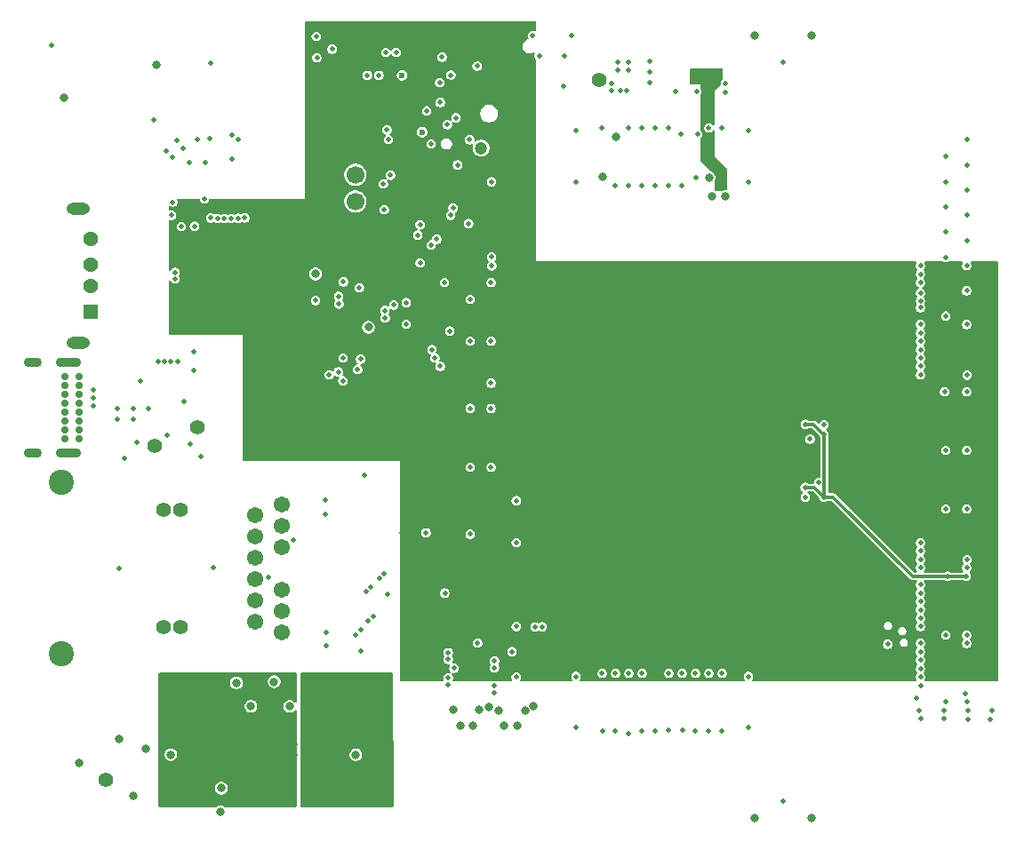
<source format=gbr>
%TF.GenerationSoftware,KiCad,Pcbnew,9.0.3*%
%TF.CreationDate,2025-08-25T11:29:22-05:00*%
%TF.ProjectId,controller,636f6e74-726f-46c6-9c65-722e6b696361,rev?*%
%TF.SameCoordinates,Original*%
%TF.FileFunction,Copper,L4,Inr*%
%TF.FilePolarity,Positive*%
%FSLAX46Y46*%
G04 Gerber Fmt 4.6, Leading zero omitted, Abs format (unit mm)*
G04 Created by KiCad (PCBNEW 9.0.3) date 2025-08-25 11:29:22*
%MOMM*%
%LPD*%
G01*
G04 APERTURE LIST*
%TA.AperFunction,ComponentPad*%
%ADD10C,1.545000*%
%TD*%
%TA.AperFunction,ComponentPad*%
%ADD11C,1.400000*%
%TD*%
%TA.AperFunction,ComponentPad*%
%ADD12C,2.400000*%
%TD*%
%TA.AperFunction,ComponentPad*%
%ADD13R,1.428000X1.428000*%
%TD*%
%TA.AperFunction,ComponentPad*%
%ADD14C,1.428000*%
%TD*%
%TA.AperFunction,ComponentPad*%
%ADD15O,2.216000X1.108000*%
%TD*%
%TA.AperFunction,ComponentPad*%
%ADD16R,1.700000X1.700000*%
%TD*%
%TA.AperFunction,ComponentPad*%
%ADD17C,1.700000*%
%TD*%
%TA.AperFunction,ComponentPad*%
%ADD18C,0.700000*%
%TD*%
%TA.AperFunction,ComponentPad*%
%ADD19O,1.700000X0.900000*%
%TD*%
%TA.AperFunction,ComponentPad*%
%ADD20O,2.400000X0.900000*%
%TD*%
%TA.AperFunction,ViaPad*%
%ADD21C,0.800000*%
%TD*%
%TA.AperFunction,ViaPad*%
%ADD22C,0.500000*%
%TD*%
%TA.AperFunction,ViaPad*%
%ADD23C,1.400000*%
%TD*%
%TA.AperFunction,ViaPad*%
%ADD24C,0.600000*%
%TD*%
%TA.AperFunction,ViaPad*%
%ADD25C,1.200000*%
%TD*%
%TA.AperFunction,Conductor*%
%ADD26C,0.300000*%
%TD*%
G04 APERTURE END LIST*
D10*
%TO.N,Net-(J4-TRCT3)*%
%TO.C,J4*%
X-13800000Y11850000D03*
%TO.N,/Ethernet/RGMII0_TRN2*%
X-13800000Y9820000D03*
%TO.N,/Ethernet/RGMII0_TRP2*%
X-13800000Y7790000D03*
%TO.N,/Ethernet/RGMII0_TRP1*%
X-13800000Y5760000D03*
%TO.N,/Ethernet/RGMII0_TRN1*%
X-13800000Y3730000D03*
%TO.N,Net-(J4-TRCT2)*%
X-13800000Y1700000D03*
%TO.N,Net-(J4-TRCT4)*%
X-11260000Y12870000D03*
%TO.N,/Ethernet/RGMII0_TRP3*%
X-11260000Y10830000D03*
%TO.N,/Ethernet/RGMII0_TRN3*%
X-11260000Y8790000D03*
%TO.N,/Ethernet/RGMII0_TRN0*%
X-11260000Y4740000D03*
%TO.N,/Ethernet/RGMII0_TRP0*%
X-11260000Y2700000D03*
%TO.N,Net-(J4-TRCT1)*%
X-11260000Y660000D03*
D11*
%TO.N,/Ethernet/POE_PR12*%
X-20910000Y12355000D03*
%TO.N,/Ethernet/POE_PR36*%
X-20910000Y1175000D03*
%TO.N,/Ethernet/POE_PR45*%
X-22460000Y12355000D03*
%TO.N,/Ethernet/POE_PR78*%
X-22460000Y1175000D03*
D12*
%TO.N,Earth_Clean*%
X-32220000Y-1410000D03*
X-32220000Y14940000D03*
%TD*%
D13*
%TO.N,VDD_5V*%
%TO.C,J1*%
X-29427500Y31170000D03*
D14*
%TO.N,/SOM/USB_D-*%
X-29427500Y33670000D03*
%TO.N,/SOM/USB_D+*%
X-29427500Y35670000D03*
%TO.N,GND*%
X-29427500Y38170000D03*
D15*
%TO.N,Earth_Clean*%
X-30627500Y28270000D03*
X-30627500Y41070000D03*
%TD*%
D16*
%TO.N,+3V3*%
%TO.C,J9*%
X-6775000Y44275000D03*
D17*
X-6775000Y41735000D03*
%TO.N,/SOM/SD_BOOT_CONF_H*%
X-4235000Y44275000D03*
%TO.N,/SOM/S_JTAG_H*%
X-4235000Y41735000D03*
%TD*%
D18*
%TO.N,GNDPWR*%
%TO.C,J2*%
X-30542500Y19102499D03*
%TO.N,/PSU/VBUS*%
X-30542500Y19952499D03*
%TO.N,Net-(J2-CC1)*%
X-30542500Y20802500D03*
%TO.N,unconnected-(J2-D+-PadA6)*%
X-30542500Y21652499D03*
%TO.N,unconnected-(J2-D--PadA7)*%
X-30542500Y22502499D03*
%TO.N,unconnected-(J2-SBU1-PadA8)*%
X-30542500Y23352499D03*
%TO.N,/PSU/VBUS*%
X-30542500Y24202500D03*
%TO.N,GNDPWR*%
X-30542500Y25052499D03*
X-31892500Y25052499D03*
%TO.N,/PSU/VBUS*%
X-31892500Y24202499D03*
%TO.N,Net-(J2-CC2)*%
X-31892500Y23352499D03*
%TO.N,unconnected-(J2-D+-PadB6)*%
X-31892500Y22502499D03*
%TO.N,unconnected-(J2-D--PadB7)*%
X-31892500Y21652499D03*
%TO.N,unconnected-(J2-SBU2-PadB8)*%
X-31892500Y20802499D03*
%TO.N,/PSU/VBUS*%
X-31892500Y19952499D03*
%TO.N,GNDPWR*%
X-31892500Y19102499D03*
D19*
%TO.N,Earth_Clean*%
X-34902500Y17752499D03*
D20*
X-31522500Y17752499D03*
D19*
X-34902500Y26402499D03*
D20*
X-31522500Y26402499D03*
%TD*%
D21*
%TO.N,+5V*%
X9430000Y-6820000D03*
D22*
X40400000Y20440000D03*
X49680000Y-7580000D03*
X49500000Y-6800000D03*
D21*
X11950000Y-6780000D03*
D22*
X20790000Y54260000D03*
X51830000Y-6810000D03*
X56270000Y-7620000D03*
D21*
X9970000Y-8240000D03*
D23*
X19000000Y53280000D03*
D22*
X38630000Y13540000D03*
D21*
X29460000Y44000000D03*
X5096483Y-6743517D03*
D23*
X-23310000Y18440000D03*
D22*
X56370000Y-6800000D03*
X46470000Y-490000D03*
D21*
X11240000Y-8250000D03*
X7563422Y-6762000D03*
D22*
X54110000Y-7620000D03*
D21*
X5820000Y-8260000D03*
D22*
X21800000Y55010000D03*
X21790000Y54260000D03*
X51830000Y-7580000D03*
X20800000Y55010000D03*
X54160000Y-6790000D03*
D21*
X6940000Y-8240000D03*
D22*
%TO.N,/SOM/D10*%
X49600000Y25200000D03*
X20555000Y43250000D03*
%TO.N,/SOM/D50*%
X21825000Y43250000D03*
X49600000Y26000000D03*
%TO.N,/SOM/D28*%
X49600000Y26800000D03*
X23095000Y43250000D03*
%TO.N,/SOM/D12*%
X49600000Y28400000D03*
X24365000Y43250000D03*
%TO.N,/SOM/D2*%
X49600000Y30000000D03*
X25635000Y43250000D03*
%TO.N,/SOM/D8*%
X49600000Y32249997D03*
X26905000Y43200000D03*
%TO.N,/SOM/D48*%
X49600000Y27600000D03*
X21825000Y48750000D03*
%TO.N,/SOM/D26*%
X49600000Y29200000D03*
X23095000Y48750000D03*
%TO.N,/SOM/D46*%
X49600000Y31600000D03*
X24365000Y48750000D03*
%TO.N,/SOM/D24*%
X25635000Y48750000D03*
X49600000Y33000000D03*
%TO.N,/SOM/D44*%
X26750000Y48140000D03*
X54000000Y33200000D03*
%TO.N,/SOM/D22*%
X49600000Y34000000D03*
X28380000Y48150000D03*
%TO.N,/SOM/D42*%
X49600000Y34800000D03*
X29445000Y48750000D03*
%TO.N,/SOM/D40*%
X30715000Y48750000D03*
X49600000Y35600000D03*
%TO.N,/SOM/D16*%
X23095000Y-8750000D03*
X49600000Y3600000D03*
%TO.N,/SOM/D32*%
X24365000Y-8750000D03*
X49600000Y2000000D03*
%TO.N,/SOM/D54*%
X49600000Y-400000D03*
X25635000Y-8665000D03*
D21*
%TO.N,+3V3*%
X-2974999Y37350000D03*
D22*
X230000Y10150000D03*
D23*
X8480000Y15120000D03*
D22*
X2620000Y49460000D03*
D21*
X-8025001Y37350000D03*
D22*
X-860000Y54580000D03*
X-800000Y30070000D03*
X-19080000Y39900000D03*
%TO.N,/SOM/MCLK0*%
X19285000Y48750000D03*
X54030000Y25180000D03*
%TO.N,/SOM/MCLK1*%
X49600000Y4400000D03*
X20555000Y-8750000D03*
%TO.N,/SD/CLK*%
X-1220000Y48570000D03*
X-1985000Y53755000D03*
D24*
%TO.N,/SD/CMD*%
X215000Y53755000D03*
X2140000Y48330000D03*
D22*
%TO.N,+1V8*%
X5350000Y49700000D03*
X-560000Y31850000D03*
X630000Y30010000D03*
X-20790000Y39330000D03*
X3000000Y47200000D03*
%TO.N,GND*%
X7420000Y-380000D03*
X21810000Y-9040000D03*
X11100000Y1200000D03*
D21*
X-24150000Y-10490000D03*
X12762743Y-6366240D03*
D22*
X6700000Y16400000D03*
X8700000Y34000000D03*
X6660000Y47610000D03*
X54000000Y6800000D03*
X2506210Y10146210D03*
X-4010000Y25720000D03*
X52000000Y36400000D03*
X23796700Y53071574D03*
D21*
X-4190000Y-11030000D03*
D22*
X-7890000Y55420000D03*
X-25020000Y18730000D03*
D21*
X33800000Y-17027500D03*
D22*
X39080000Y19060000D03*
X-19550000Y39360000D03*
X-15390000Y40130000D03*
X-1470000Y40940000D03*
D21*
X8500000Y-6500000D03*
D22*
X54000000Y47600000D03*
X54000000Y12400000D03*
X52000000Y30800000D03*
X33210000Y43550000D03*
X6560000Y39610000D03*
D21*
X-17080000Y-16460000D03*
D22*
X52000000Y46000000D03*
X630000Y32080000D03*
D21*
X39200000Y57527500D03*
D22*
X11100000Y13200000D03*
D21*
X-30520000Y-11810000D03*
D22*
X39900000Y14920000D03*
X28300000Y52200000D03*
X33210000Y-8450000D03*
X-1560000Y43410000D03*
D21*
X-21810000Y-11020000D03*
D22*
X54000000Y-6000000D03*
X23796700Y54074872D03*
X-14760000Y40160000D03*
D21*
X20600000Y47900000D03*
D22*
X20200000Y52300000D03*
X54000000Y42800000D03*
X13275000Y55600000D03*
X54000000Y18000000D03*
X20180000Y52990000D03*
X54000000Y400000D03*
D21*
X-26760000Y-9490000D03*
D22*
X-7030000Y600000D03*
X15620000Y52730000D03*
X6700000Y22000000D03*
X-26200000Y17230000D03*
X54000000Y23600000D03*
X-6435000Y56235000D03*
X-1320000Y55930000D03*
X52000000Y38800000D03*
X4300000Y4400000D03*
D21*
X-8025000Y34810000D03*
X31040000Y42187998D03*
D22*
X28200000Y44000000D03*
X2550000Y50360000D03*
X52000000Y400000D03*
X-21740000Y40400000D03*
X-3840000Y33510000D03*
X23796700Y55078174D03*
X16790000Y43550000D03*
X6700000Y32400000D03*
X49600000Y6800000D03*
D21*
X39200000Y-17027500D03*
X-16990000Y-14210000D03*
D22*
X-3085000Y53755000D03*
X52000000Y41200000D03*
X-18930000Y17440000D03*
X54000000Y38000000D03*
X-1140000Y4310000D03*
X31000000Y52100000D03*
X54000000Y40400000D03*
X4530000Y49040000D03*
X-7030000Y-670000D03*
X5160000Y-2780000D03*
X52000000Y-6000000D03*
X8700000Y22000000D03*
X4040000Y55480000D03*
X21000000Y52300000D03*
X-7060000Y13230000D03*
X10700000Y-1200000D03*
X52000000Y12400000D03*
D21*
X-2975000Y29730000D03*
D22*
X21580000Y52290000D03*
X54000000Y30000000D03*
D21*
X33800000Y57527500D03*
D22*
X54000000Y45200000D03*
X8700000Y24400000D03*
X16790000Y48450000D03*
X33210000Y48450000D03*
X6700000Y28400000D03*
X52000000Y18000000D03*
X11100000Y-3600000D03*
X-3710000Y-1140000D03*
X31000000Y53000000D03*
X-7050000Y11930000D03*
X8700000Y28400000D03*
X16350000Y57550001D03*
X16790000Y-8450000D03*
X11100000Y9200000D03*
X52000000Y43600000D03*
X33210000Y-3550000D03*
X3800000Y53040000D03*
D21*
X29710000Y42187998D03*
D22*
X15725000Y55600000D03*
X54000000Y35600000D03*
X8730000Y43600000D03*
X-3360000Y15630000D03*
X26300000Y52200000D03*
X-18000000Y40160000D03*
X-1090804Y47630349D03*
X-340000Y55920000D03*
X16790000Y-3550000D03*
X6700000Y10000000D03*
D21*
X19300000Y44100000D03*
D22*
X8700000Y16400000D03*
X12650000Y57550001D03*
X51900000Y23600000D03*
%TO.N,/SD/SD_D0*%
X1940861Y35871601D03*
X1718432Y38518432D03*
%TO.N,/SD/SD_CMD*%
X4270000Y34000000D03*
X3525000Y38125000D03*
%TO.N,/SD/SD_D3*%
X2975000Y37575000D03*
X1935000Y39520000D03*
%TO.N,/SD/SD_CD*%
X3870000Y51150000D03*
D25*
%TO.N,VDDIO_501_PS*%
X7752157Y46800000D03*
D22*
%TO.N,/SOM/JTAG_TMS*%
X-6710000Y25190000D03*
%TO.N,/SOM/JTAG_TDO*%
X-5790000Y31950000D03*
%TO.N,/SOM/JTAG_TDI*%
X-5390000Y26790000D03*
%TO.N,/SOM/JTAG_TCK*%
X-8025000Y32270000D03*
X4780000Y29380000D03*
%TO.N,/SOM/UART_TX*%
X4850000Y40400000D03*
%TO.N,/SOM/UART_RX*%
X5070000Y41090000D03*
%TO.N,/SOM/EXT_RST_IN*%
X-5820000Y32680000D03*
%TO.N,Net-(J3-DET)*%
X4870000Y53770000D03*
%TO.N,3V3_MIC*%
X28800000Y53500000D03*
D21*
X30719458Y44121819D03*
D22*
X29800000Y53500000D03*
X27900000Y53500000D03*
%TO.N,/SOM/UART_TX_3V3*%
X-3730000Y26680000D03*
X-1420000Y31330000D03*
X-5850000Y25480000D03*
%TO.N,/SOM/UART_RX_3V3*%
X-1380000Y30620000D03*
X-5410000Y24620000D03*
%TO.N,/SOM/D56*%
X49600000Y-2000000D03*
X26952500Y-8702500D03*
%TO.N,/SOM/D34*%
X28175000Y-8750000D03*
X49600000Y-4400000D03*
%TO.N,/SOM/D58*%
X29445000Y-8750000D03*
X53900000Y-5200000D03*
%TO.N,/SOM/D36*%
X30715000Y-8750000D03*
X49175000Y-5625000D03*
%TO.N,/SOM/D52*%
X19285000Y-3250000D03*
X49600000Y9200000D03*
%TO.N,/SOM/D30*%
X49600000Y8400000D03*
X20555000Y-3250000D03*
%TO.N,/SOM/D14*%
X21825000Y-3250000D03*
X49600000Y7600000D03*
%TO.N,/SOM/D4*%
X49600000Y5200000D03*
X23095000Y-3250000D03*
%TO.N,/SOM/D0*%
X49600000Y2800000D03*
X25635000Y-3250000D03*
%TO.N,/SOM/D6*%
X49600000Y1200000D03*
X26905000Y-3250000D03*
%TO.N,/SOM/D20*%
X28175000Y-3250000D03*
X49600000Y-1200000D03*
%TO.N,/SOM/D18*%
X49600000Y-2800000D03*
X29445000Y-3250000D03*
%TO.N,/SOM/D38*%
X30715000Y-3250000D03*
X49600000Y-3600000D03*
%TO.N,/SOM/LED_DI*%
X54000000Y-400000D03*
%TO.N,/SOM/LED0*%
X-7950000Y57450000D03*
X7370000Y54620000D03*
%TO.N,/SOM/MCLK2*%
X19292500Y-8742500D03*
X54050000Y7570000D03*
%TO.N,/SOM/SD_BOOT_CONF_H*%
X8760000Y36420000D03*
%TO.N,VDDIO_34_3V3*%
X53950000Y6000000D03*
X52180000Y6000000D03*
X40390000Y13550000D03*
X38610000Y14460000D03*
X40390000Y19540000D03*
X38640000Y20480000D03*
%TO.N,GNDPWR*%
X-26902500Y22002499D03*
X-25402500Y22002499D03*
X-23902500Y22002499D03*
X-19582500Y27422499D03*
X-25402500Y21002499D03*
X-26902500Y21002499D03*
X-20520000Y22650000D03*
X-19602500Y25602499D03*
D23*
%TO.N,VCCIN*%
X-19250000Y20200000D03*
X-28030000Y-13380000D03*
D21*
%TO.N,/Ethernet/POE_PR78*%
X-15550000Y-4170000D03*
%TO.N,/Ethernet/POE_PR45*%
X-14180000Y-6400000D03*
%TO.N,/Ethernet/POE_PR36*%
X-11960000Y-4060000D03*
%TO.N,/Ethernet/POE_PR12*%
X-10470000Y-6410000D03*
D22*
%TO.N,Net-(C10-Pad1)*%
X-26749999Y6710000D03*
X-17780000Y6790000D03*
%TO.N,/Ethernet/RGMII0_TRP3*%
X-10120000Y9460000D03*
X4625551Y-1920000D03*
X-3183112Y4529988D03*
%TO.N,/Ethernet/RGMII0_TRN2*%
X-1458270Y6231941D03*
X9033443Y-2080000D03*
%TO.N,/Ethernet/RGMII0_TRN1*%
X-2540945Y2184916D03*
X-12530000Y5870000D03*
X4618499Y-3680000D03*
%TO.N,/Ethernet/RGMII0_TRN0*%
X-3741369Y853917D03*
X9009609Y-4480000D03*
%TO.N,/Ethernet/RGMII0_TRP2*%
X9033443Y-2720000D03*
X-1910818Y5779393D03*
%TO.N,/Ethernet/RGMII0_TRN3*%
X4625551Y-1280000D03*
X-2730564Y4982536D03*
%TO.N,/Ethernet/RGMII0_TRP1*%
X4618499Y-4320000D03*
X-2993493Y1732368D03*
%TO.N,/Ethernet/RGMII0_TRP0*%
X9009609Y-5120000D03*
X-4193917Y401369D03*
%TO.N,/PSU/PoE_VIN+*%
X-19000000Y-11000000D03*
X-10000000Y-11000000D03*
X-18000000Y-9000000D03*
X-17000000Y-9000000D03*
X-10000000Y-10000000D03*
X-20000000Y-9000000D03*
X-13000000Y-10000000D03*
X-17000000Y-10000000D03*
X-11000000Y-10000000D03*
X-18000000Y-11000000D03*
X-18000000Y-10000000D03*
X-17000000Y-8000000D03*
X-15000000Y-10000000D03*
X-19000000Y-8000000D03*
X-15000000Y-11000000D03*
X-20000000Y-10000000D03*
X-18000000Y-8000000D03*
X-13000000Y-11000000D03*
X-12000000Y-10000000D03*
X-20000000Y-11000000D03*
X-12000000Y-11000000D03*
X-16000000Y-10000000D03*
X-16000000Y-11000000D03*
X-14000000Y-11000000D03*
X-11000000Y-11000000D03*
X-19000000Y-10000000D03*
X-17000000Y-11000000D03*
D25*
X-21820000Y-5980000D03*
D22*
X-14000000Y-10000000D03*
X-20000000Y-8000000D03*
X-19000000Y-9000000D03*
%TO.N,/PSU/PoE_VIN-*%
X-6000000Y-9000000D03*
X-1000000Y-10000000D03*
X-1000000Y-11000000D03*
X-2000000Y-6000000D03*
X-8000000Y-11000000D03*
X-9000000Y-9000000D03*
X-2000000Y-10000000D03*
X-8000000Y-8000000D03*
X-2000000Y-11000000D03*
X-9000000Y-11000000D03*
X-9000000Y-10000000D03*
X-7000000Y-11000000D03*
X-6000000Y-8000000D03*
X-9000000Y-8000000D03*
X-8000000Y-9000000D03*
X-7000000Y-10000000D03*
X-2000000Y-8000000D03*
X-1000000Y-8000000D03*
X-1000000Y-9000000D03*
X-6000000Y-11000000D03*
X-7000000Y-8000000D03*
D25*
X-5240000Y-5840000D03*
D22*
X-6000000Y-10000000D03*
X-7000000Y-9000000D03*
X-1000000Y-6000000D03*
X-2000000Y-7000000D03*
X-8000000Y-10000000D03*
X-1000000Y-7000000D03*
X-2000000Y-9000000D03*
%TO.N,/SOM/FPGA_DONE*%
X-5370000Y34050000D03*
X-880000Y44230000D03*
X5500000Y45200000D03*
D21*
%TO.N,/PSU/PoE_VDC+*%
X-25360000Y-14940000D03*
D22*
%TO.N,/SOM/FPGA_USB_D+*%
X13557886Y1171265D03*
X-21393671Y34970000D03*
%TO.N,/SOM/FPGA_USB_D-*%
X12917886Y1171265D03*
X-21393671Y34330000D03*
%TO.N,Net-(Q1-G)*%
X-22130000Y19400000D03*
X-19970000Y18630000D03*
%TO.N,/PSU/VBUS_TVS*%
X-21152500Y26502499D03*
X-21802500Y26502499D03*
X-22402500Y26502499D03*
X-23002500Y26502499D03*
X-24702500Y24602499D03*
%TO.N,/PSU/VBUS*%
X-29152500Y23002499D03*
X-29152500Y22252499D03*
X-29152500Y23752499D03*
%TO.N,/SOM/S_JTAG_H*%
X8780000Y35590000D03*
%TO.N,GNDA*%
X-21190000Y47540000D03*
X-23470000Y49460000D03*
X-21690000Y45930000D03*
X-17980000Y54950000D03*
X-19310000Y47670000D03*
X-33170000Y56610000D03*
X-15990000Y48090000D03*
X-15390000Y47630000D03*
D21*
%TO.N,Net-(C2-Pad1)*%
X-23190000Y54750000D03*
X-31980000Y51570000D03*
D22*
%TO.N,/DAC/LDOO*%
X-21610000Y41660000D03*
%TO.N,+3.3VA*%
X-16010000Y45810000D03*
X-22250000Y46560000D03*
X-20600000Y46760000D03*
%TO.N,Net-(U10-CAPM)*%
X-18505000Y45450000D03*
%TO.N,Net-(U10-CAPP)*%
X-20055000Y45450000D03*
%TO.N,Net-(U10-VNEG)*%
X-18060000Y47710000D03*
%TO.N,Net-(U10-XSMT)*%
X-18610000Y41990000D03*
%TO.N,/DAC/I2S_LRCK*%
X3860000Y26000000D03*
X-17349918Y40110483D03*
%TO.N,/DAC/I2S_BCK*%
X-16050000Y40110000D03*
X3060000Y27600000D03*
%TO.N,/DAC/I2S_DIN*%
X3360000Y26800000D03*
X-16700000Y40100000D03*
%TO.N,/SOM/SYNC_IN_5V*%
X36500000Y-15440000D03*
%TO.N,/SOM/SYNC_OUT_5V*%
X36500000Y55010000D03*
%TD*%
D26*
%TO.N,VDDIO_34_3V3*%
X40340000Y19540000D02*
X39400000Y20480000D01*
X40390000Y13550000D02*
X40441000Y13601000D01*
X40441000Y13601000D02*
X40441000Y19489000D01*
X39480000Y14460000D02*
X40390000Y13550000D01*
X39400000Y20480000D02*
X38640000Y20480000D01*
X40390000Y13550000D02*
X41290000Y13550000D01*
X40390000Y19540000D02*
X40340000Y19540000D01*
X48840000Y6000000D02*
X53950000Y6000000D01*
X40441000Y19489000D02*
X40390000Y19540000D01*
X41290000Y13550000D02*
X48840000Y6000000D01*
X38610000Y14460000D02*
X39480000Y14460000D01*
%TD*%
%TA.AperFunction,Conductor*%
%TO.N,/PSU/PoE_VIN-*%
G36*
X-706478Y-3219685D02*
G01*
X-660723Y-3272489D01*
X-649518Y-3323516D01*
X-600486Y-15875516D01*
X-619908Y-15942631D01*
X-672533Y-15988592D01*
X-724485Y-16000000D01*
X-9376000Y-16000000D01*
X-9443039Y-15980315D01*
X-9488794Y-15927511D01*
X-9500000Y-15876000D01*
X-9500000Y-10950943D01*
X-4790500Y-10950943D01*
X-4790500Y-11109056D01*
X-4749577Y-11261783D01*
X-4749574Y-11261790D01*
X-4670525Y-11398709D01*
X-4670521Y-11398714D01*
X-4670520Y-11398716D01*
X-4558716Y-11510520D01*
X-4558714Y-11510521D01*
X-4558710Y-11510524D01*
X-4421791Y-11589573D01*
X-4421784Y-11589577D01*
X-4269057Y-11630500D01*
X-4269055Y-11630500D01*
X-4110945Y-11630500D01*
X-4110943Y-11630500D01*
X-3958216Y-11589577D01*
X-3821284Y-11510520D01*
X-3709480Y-11398716D01*
X-3630423Y-11261784D01*
X-3589500Y-11109057D01*
X-3589500Y-10950943D01*
X-3630423Y-10798216D01*
X-3673625Y-10723387D01*
X-3709476Y-10661290D01*
X-3709482Y-10661282D01*
X-3821283Y-10549481D01*
X-3821291Y-10549475D01*
X-3958210Y-10470426D01*
X-3958214Y-10470424D01*
X-3958216Y-10470423D01*
X-4110943Y-10429500D01*
X-4269057Y-10429500D01*
X-4421784Y-10470423D01*
X-4421791Y-10470426D01*
X-4558710Y-10549475D01*
X-4558718Y-10549481D01*
X-4670519Y-10661282D01*
X-4670525Y-10661290D01*
X-4749574Y-10798209D01*
X-4749577Y-10798216D01*
X-4790500Y-10950943D01*
X-9500000Y-10950943D01*
X-9500000Y-3324000D01*
X-9480315Y-3256961D01*
X-9427511Y-3211206D01*
X-9376000Y-3200000D01*
X-773517Y-3200000D01*
X-706478Y-3219685D01*
G37*
%TD.AperFunction*%
%TD*%
%TA.AperFunction,Conductor*%
%TO.N,/PSU/PoE_VIN+*%
G36*
X-9856961Y-3219685D02*
G01*
X-9811206Y-3272489D01*
X-9800000Y-3324000D01*
X-9800000Y-5931402D01*
X-9819685Y-5998441D01*
X-9872489Y-6044196D01*
X-9941647Y-6054140D01*
X-10005203Y-6025115D01*
X-10011681Y-6019083D01*
X-10101283Y-5929481D01*
X-10101291Y-5929475D01*
X-10238210Y-5850426D01*
X-10238214Y-5850424D01*
X-10238216Y-5850423D01*
X-10390943Y-5809500D01*
X-10549057Y-5809500D01*
X-10701784Y-5850423D01*
X-10701791Y-5850426D01*
X-10838710Y-5929475D01*
X-10838718Y-5929481D01*
X-10950519Y-6041282D01*
X-10950525Y-6041290D01*
X-11029574Y-6178209D01*
X-11029577Y-6178216D01*
X-11070500Y-6330943D01*
X-11070500Y-6489057D01*
X-11032256Y-6631783D01*
X-11029577Y-6641783D01*
X-11029574Y-6641790D01*
X-10950525Y-6778709D01*
X-10950521Y-6778714D01*
X-10950520Y-6778716D01*
X-10838716Y-6890520D01*
X-10838714Y-6890521D01*
X-10838710Y-6890524D01*
X-10719105Y-6959577D01*
X-10701784Y-6969577D01*
X-10549057Y-7010500D01*
X-10549055Y-7010500D01*
X-10390945Y-7010500D01*
X-10390943Y-7010500D01*
X-10238216Y-6969577D01*
X-10101284Y-6890520D01*
X-10011681Y-6800917D01*
X-9950358Y-6767432D01*
X-9880666Y-6772416D01*
X-9824733Y-6814288D01*
X-9800316Y-6879752D01*
X-9800000Y-6888598D01*
X-9800000Y-15876000D01*
X-9819685Y-15943039D01*
X-9872489Y-15988794D01*
X-9924000Y-16000000D01*
X-16642516Y-16000000D01*
X-16704515Y-15983388D01*
X-16848216Y-15900423D01*
X-17000943Y-15859500D01*
X-17159057Y-15859500D01*
X-17311784Y-15900423D01*
X-17311785Y-15900423D01*
X-17455485Y-15983388D01*
X-17517484Y-16000000D01*
X-22876000Y-16000000D01*
X-22943039Y-15980315D01*
X-22988794Y-15927511D01*
X-23000000Y-15876000D01*
X-23000000Y-14130943D01*
X-17590500Y-14130943D01*
X-17590500Y-14289056D01*
X-17549577Y-14441783D01*
X-17549574Y-14441790D01*
X-17470525Y-14578709D01*
X-17470521Y-14578714D01*
X-17470520Y-14578716D01*
X-17358716Y-14690520D01*
X-17358714Y-14690521D01*
X-17358710Y-14690524D01*
X-17221791Y-14769573D01*
X-17221784Y-14769577D01*
X-17069057Y-14810500D01*
X-17069055Y-14810500D01*
X-16910945Y-14810500D01*
X-16910943Y-14810500D01*
X-16758216Y-14769577D01*
X-16621284Y-14690520D01*
X-16509480Y-14578716D01*
X-16430423Y-14441784D01*
X-16389500Y-14289057D01*
X-16389500Y-14130943D01*
X-16430423Y-13978216D01*
X-16430427Y-13978209D01*
X-16509476Y-13841290D01*
X-16509482Y-13841282D01*
X-16621283Y-13729481D01*
X-16621291Y-13729475D01*
X-16758210Y-13650426D01*
X-16758214Y-13650424D01*
X-16758216Y-13650423D01*
X-16910943Y-13609500D01*
X-17069057Y-13609500D01*
X-17221784Y-13650423D01*
X-17221791Y-13650426D01*
X-17358710Y-13729475D01*
X-17358718Y-13729481D01*
X-17470519Y-13841282D01*
X-17470525Y-13841290D01*
X-17549574Y-13978209D01*
X-17549577Y-13978216D01*
X-17590500Y-14130943D01*
X-23000000Y-14130943D01*
X-23000000Y-10940943D01*
X-22410500Y-10940943D01*
X-22410500Y-11099056D01*
X-22369577Y-11251783D01*
X-22369574Y-11251790D01*
X-22290525Y-11388709D01*
X-22290521Y-11388714D01*
X-22290520Y-11388716D01*
X-22178716Y-11500520D01*
X-22178714Y-11500521D01*
X-22178710Y-11500524D01*
X-22041791Y-11579573D01*
X-22041784Y-11579577D01*
X-21889057Y-11620500D01*
X-21889055Y-11620500D01*
X-21730945Y-11620500D01*
X-21730943Y-11620500D01*
X-21578216Y-11579577D01*
X-21441284Y-11500520D01*
X-21329480Y-11388716D01*
X-21250423Y-11251784D01*
X-21209500Y-11099057D01*
X-21209500Y-10940943D01*
X-21250423Y-10788216D01*
X-21250427Y-10788209D01*
X-21329476Y-10651290D01*
X-21329482Y-10651282D01*
X-21441283Y-10539481D01*
X-21441291Y-10539475D01*
X-21578210Y-10460426D01*
X-21578214Y-10460424D01*
X-21578216Y-10460423D01*
X-21730943Y-10419500D01*
X-21889057Y-10419500D01*
X-22041784Y-10460423D01*
X-22041791Y-10460426D01*
X-22178710Y-10539475D01*
X-22178718Y-10539481D01*
X-22290519Y-10651282D01*
X-22290525Y-10651290D01*
X-22369574Y-10788209D01*
X-22369577Y-10788216D01*
X-22410500Y-10940943D01*
X-23000000Y-10940943D01*
X-23000000Y-6320943D01*
X-14780500Y-6320943D01*
X-14780500Y-6479057D01*
X-14777820Y-6489057D01*
X-14739577Y-6631783D01*
X-14739574Y-6631790D01*
X-14660525Y-6768709D01*
X-14660521Y-6768714D01*
X-14660520Y-6768716D01*
X-14548716Y-6880520D01*
X-14548714Y-6880521D01*
X-14548710Y-6880524D01*
X-14411791Y-6959573D01*
X-14411784Y-6959577D01*
X-14259057Y-7000500D01*
X-14259055Y-7000500D01*
X-14100945Y-7000500D01*
X-14100943Y-7000500D01*
X-13948216Y-6959577D01*
X-13811284Y-6880520D01*
X-13699480Y-6768716D01*
X-13620423Y-6631784D01*
X-13579500Y-6479057D01*
X-13579500Y-6320943D01*
X-13620423Y-6168216D01*
X-13693703Y-6041290D01*
X-13699476Y-6031290D01*
X-13699482Y-6031282D01*
X-13811283Y-5919481D01*
X-13811291Y-5919475D01*
X-13948210Y-5840426D01*
X-13948214Y-5840424D01*
X-13948216Y-5840423D01*
X-14100943Y-5799500D01*
X-14259057Y-5799500D01*
X-14411784Y-5840423D01*
X-14411791Y-5840426D01*
X-14548710Y-5919475D01*
X-14548718Y-5919481D01*
X-14660519Y-6031282D01*
X-14660525Y-6031290D01*
X-14739574Y-6168209D01*
X-14739577Y-6168216D01*
X-14780500Y-6320943D01*
X-23000000Y-6320943D01*
X-23000000Y-4090943D01*
X-16150500Y-4090943D01*
X-16150500Y-4249057D01*
X-16139049Y-4291790D01*
X-16109577Y-4401783D01*
X-16109574Y-4401790D01*
X-16030525Y-4538709D01*
X-16030521Y-4538714D01*
X-16030520Y-4538716D01*
X-15918716Y-4650520D01*
X-15918714Y-4650521D01*
X-15918710Y-4650524D01*
X-15781791Y-4729573D01*
X-15781784Y-4729577D01*
X-15629057Y-4770500D01*
X-15629055Y-4770500D01*
X-15470945Y-4770500D01*
X-15470943Y-4770500D01*
X-15318216Y-4729577D01*
X-15181284Y-4650520D01*
X-15069480Y-4538716D01*
X-14990423Y-4401784D01*
X-14949500Y-4249057D01*
X-14949500Y-4090943D01*
X-14978974Y-3980943D01*
X-12560500Y-3980943D01*
X-12560500Y-4139057D01*
X-12531025Y-4249057D01*
X-12519577Y-4291783D01*
X-12519574Y-4291790D01*
X-12440525Y-4428709D01*
X-12440521Y-4428714D01*
X-12440520Y-4428716D01*
X-12328716Y-4540520D01*
X-12328714Y-4540521D01*
X-12328710Y-4540524D01*
X-12191791Y-4619573D01*
X-12191784Y-4619577D01*
X-12039057Y-4660500D01*
X-12039055Y-4660500D01*
X-11880945Y-4660500D01*
X-11880943Y-4660500D01*
X-11728216Y-4619577D01*
X-11591284Y-4540520D01*
X-11479480Y-4428716D01*
X-11400423Y-4291784D01*
X-11359500Y-4139057D01*
X-11359500Y-3980943D01*
X-11400423Y-3828216D01*
X-11406006Y-3818546D01*
X-11479476Y-3691290D01*
X-11479482Y-3691282D01*
X-11591283Y-3579481D01*
X-11591291Y-3579475D01*
X-11728210Y-3500426D01*
X-11728214Y-3500424D01*
X-11728216Y-3500423D01*
X-11880943Y-3459500D01*
X-12039057Y-3459500D01*
X-12191784Y-3500423D01*
X-12191791Y-3500426D01*
X-12328710Y-3579475D01*
X-12328718Y-3579481D01*
X-12440519Y-3691282D01*
X-12440525Y-3691290D01*
X-12519574Y-3828209D01*
X-12519577Y-3828216D01*
X-12560500Y-3980943D01*
X-14978974Y-3980943D01*
X-14990423Y-3938216D01*
X-15053935Y-3828209D01*
X-15069476Y-3801290D01*
X-15069482Y-3801282D01*
X-15181283Y-3689481D01*
X-15181291Y-3689475D01*
X-15318210Y-3610426D01*
X-15318214Y-3610424D01*
X-15318216Y-3610423D01*
X-15470943Y-3569500D01*
X-15629057Y-3569500D01*
X-15781784Y-3610423D01*
X-15781791Y-3610426D01*
X-15918710Y-3689475D01*
X-15918718Y-3689481D01*
X-16030519Y-3801282D01*
X-16030525Y-3801290D01*
X-16109574Y-3938209D01*
X-16109576Y-3938214D01*
X-16109577Y-3938216D01*
X-16150500Y-4090943D01*
X-23000000Y-4090943D01*
X-23000000Y-3324000D01*
X-22980315Y-3256961D01*
X-22927511Y-3211206D01*
X-22876000Y-3200000D01*
X-9924000Y-3200000D01*
X-9856961Y-3219685D01*
G37*
%TD.AperFunction*%
%TD*%
%TA.AperFunction,Conductor*%
%TO.N,+3V3*%
G36*
X12959191Y58853593D02*
G01*
X12995155Y58804093D01*
X13000000Y58773500D01*
X13000000Y58039594D01*
X12981093Y57981403D01*
X12931593Y57945439D01*
X12870407Y57945439D01*
X12851500Y57953857D01*
X12823887Y57969800D01*
X12780583Y57981403D01*
X12709309Y58000501D01*
X12590691Y58000501D01*
X12520567Y57981712D01*
X12476109Y57969799D01*
X12373391Y57910494D01*
X12289507Y57826610D01*
X12230202Y57723892D01*
X12230201Y57723887D01*
X12199500Y57609310D01*
X12199500Y57490692D01*
X12202416Y57479811D01*
X12230202Y57376111D01*
X12265159Y57315565D01*
X12277881Y57255717D01*
X12252995Y57199821D01*
X12200007Y57169228D01*
X12198740Y57168968D01*
X12173594Y57163966D01*
X12173587Y57163964D01*
X12047930Y57111916D01*
X12047919Y57111910D01*
X11934832Y57036346D01*
X11934828Y57036343D01*
X11838657Y56940172D01*
X11838654Y56940168D01*
X11763090Y56827081D01*
X11763084Y56827070D01*
X11711036Y56701413D01*
X11684500Y56568009D01*
X11684500Y56431992D01*
X11711036Y56298588D01*
X11763084Y56172931D01*
X11763090Y56172920D01*
X11805766Y56109052D01*
X11838654Y56059832D01*
X11934832Y55963654D01*
X12002256Y55918603D01*
X12047919Y55888091D01*
X12047930Y55888085D01*
X12089919Y55870693D01*
X12173589Y55836036D01*
X12306992Y55809500D01*
X12306993Y55809500D01*
X12443007Y55809500D01*
X12443008Y55809500D01*
X12576411Y55836036D01*
X12702074Y55888087D01*
X12707845Y55891943D01*
X12766732Y55908553D01*
X12824137Y55887377D01*
X12858131Y55836505D01*
X12855928Y55780410D01*
X12856881Y55780154D01*
X12855753Y55775948D01*
X12855731Y55775367D01*
X12855309Y55774291D01*
X12841889Y55724206D01*
X12824500Y55659309D01*
X12824500Y55540691D01*
X12840948Y55479308D01*
X12855202Y55426110D01*
X12914507Y55323392D01*
X12914509Y55323390D01*
X12914511Y55323387D01*
X12971005Y55266893D01*
X12998781Y55212378D01*
X13000000Y55196891D01*
X13000000Y36000000D01*
X49139275Y36000000D01*
X49197466Y35981093D01*
X49233430Y35931593D01*
X49233430Y35870407D01*
X49225011Y35851500D01*
X49180202Y35773891D01*
X49180201Y35773886D01*
X49149500Y35659309D01*
X49149500Y35540691D01*
X49152179Y35530693D01*
X49180202Y35426110D01*
X49239507Y35323392D01*
X49239509Y35323390D01*
X49239511Y35323387D01*
X49292896Y35270002D01*
X49320672Y35215487D01*
X49311101Y35155055D01*
X49292897Y35130000D01*
X49262738Y35099840D01*
X49239508Y35076610D01*
X49239507Y35076609D01*
X49180202Y34973891D01*
X49180201Y34973886D01*
X49149500Y34859309D01*
X49149500Y34740691D01*
X49152112Y34730943D01*
X49180202Y34626110D01*
X49239507Y34523392D01*
X49239509Y34523390D01*
X49239511Y34523387D01*
X49292896Y34470002D01*
X49320672Y34415487D01*
X49311101Y34355055D01*
X49292897Y34330000D01*
X49239511Y34276613D01*
X49239508Y34276610D01*
X49239507Y34276609D01*
X49180202Y34173891D01*
X49180201Y34173886D01*
X49149500Y34059309D01*
X49149500Y33940691D01*
X49166805Y33876110D01*
X49180202Y33826110D01*
X49239507Y33723392D01*
X49239509Y33723390D01*
X49239511Y33723387D01*
X49323387Y33639511D01*
X49323389Y33639510D01*
X49416526Y33585736D01*
X49457466Y33540266D01*
X49463861Y33479416D01*
X49433268Y33426428D01*
X49416526Y33414264D01*
X49323389Y33360491D01*
X49239507Y33276609D01*
X49180202Y33173891D01*
X49173669Y33149508D01*
X49149500Y33059309D01*
X49149500Y32940691D01*
X49173667Y32850500D01*
X49180202Y32826110D01*
X49239507Y32723392D01*
X49239509Y32723390D01*
X49239511Y32723387D01*
X49267897Y32695001D01*
X49295673Y32640486D01*
X49286102Y32580054D01*
X49267897Y32554996D01*
X49239507Y32526606D01*
X49180202Y32423888D01*
X49180201Y32423883D01*
X49149500Y32309306D01*
X49149500Y32190688D01*
X49180201Y32076111D01*
X49227959Y31993392D01*
X49238867Y31974500D01*
X49251589Y31914651D01*
X49238867Y31875499D01*
X49180202Y31773891D01*
X49167651Y31727050D01*
X49149500Y31659309D01*
X49149500Y31540691D01*
X49173010Y31452951D01*
X49180202Y31426110D01*
X49239507Y31323392D01*
X49239509Y31323390D01*
X49239511Y31323387D01*
X49323387Y31239511D01*
X49323389Y31239510D01*
X49323391Y31239508D01*
X49426110Y31180203D01*
X49426111Y31180203D01*
X49426114Y31180201D01*
X49540691Y31149500D01*
X49540693Y31149500D01*
X49659307Y31149500D01*
X49659309Y31149500D01*
X49773886Y31180201D01*
X49773888Y31180203D01*
X49773890Y31180203D01*
X49876608Y31239508D01*
X49876608Y31239509D01*
X49876613Y31239511D01*
X49960489Y31323387D01*
X49998549Y31389308D01*
X50019797Y31426110D01*
X50019797Y31426112D01*
X50019799Y31426114D01*
X50050500Y31540691D01*
X50050500Y31659309D01*
X50019799Y31773886D01*
X50019797Y31773889D01*
X50019797Y31773891D01*
X49961133Y31875499D01*
X49948411Y31935347D01*
X49961133Y31974500D01*
X50019799Y32076111D01*
X50050500Y32190688D01*
X50050500Y32309306D01*
X50019799Y32423883D01*
X50019797Y32423886D01*
X50019797Y32423888D01*
X49960492Y32526606D01*
X49960490Y32526608D01*
X49960489Y32526610D01*
X49932101Y32554998D01*
X49904326Y32609512D01*
X49913897Y32669944D01*
X49932098Y32694997D01*
X49960489Y32723387D01*
X49969682Y32739309D01*
X50019797Y32826110D01*
X50019797Y32826112D01*
X50019799Y32826114D01*
X50050500Y32940691D01*
X50050500Y33059309D01*
X50019799Y33173886D01*
X50019797Y33173889D01*
X50019797Y33173891D01*
X49995313Y33216298D01*
X49970480Y33259309D01*
X53549500Y33259309D01*
X53549500Y33140691D01*
X53563029Y33090201D01*
X53580202Y33026110D01*
X53639507Y32923392D01*
X53639509Y32923390D01*
X53639511Y32923387D01*
X53723387Y32839511D01*
X53723389Y32839510D01*
X53723391Y32839508D01*
X53826110Y32780203D01*
X53826111Y32780203D01*
X53826114Y32780201D01*
X53940691Y32749500D01*
X53940693Y32749500D01*
X54059307Y32749500D01*
X54059309Y32749500D01*
X54173886Y32780201D01*
X54173888Y32780203D01*
X54173890Y32780203D01*
X54276608Y32839508D01*
X54276608Y32839509D01*
X54276613Y32839511D01*
X54360489Y32923387D01*
X54419799Y33026114D01*
X54450500Y33140691D01*
X54450500Y33259309D01*
X54419799Y33373886D01*
X54419797Y33373889D01*
X54419797Y33373891D01*
X54360492Y33476609D01*
X54360490Y33476611D01*
X54360489Y33476613D01*
X54276613Y33560489D01*
X54276610Y33560491D01*
X54276608Y33560493D01*
X54173889Y33619798D01*
X54173890Y33619798D01*
X54135065Y33630201D01*
X54059309Y33650500D01*
X53940691Y33650500D01*
X53899669Y33639508D01*
X53826109Y33619798D01*
X53723391Y33560493D01*
X53639507Y33476609D01*
X53580202Y33373891D01*
X53580201Y33373886D01*
X53549500Y33259309D01*
X49970480Y33259309D01*
X49960492Y33276609D01*
X49960490Y33276611D01*
X49960489Y33276613D01*
X49876613Y33360489D01*
X49876610Y33360491D01*
X49876608Y33360493D01*
X49783474Y33414264D01*
X49742533Y33459733D01*
X49736137Y33520584D01*
X49766730Y33573572D01*
X49783474Y33585736D01*
X49876608Y33639508D01*
X49876608Y33639509D01*
X49876613Y33639511D01*
X49960489Y33723387D01*
X50019799Y33826114D01*
X50050500Y33940691D01*
X50050500Y34059309D01*
X50019799Y34173886D01*
X50019797Y34173889D01*
X50019797Y34173891D01*
X49960492Y34276609D01*
X49960490Y34276611D01*
X49960489Y34276613D01*
X49907103Y34329999D01*
X49879328Y34384513D01*
X49888899Y34444945D01*
X49907102Y34470001D01*
X49960489Y34523387D01*
X49992145Y34578216D01*
X50019797Y34626110D01*
X50019797Y34626112D01*
X50019799Y34626114D01*
X50050500Y34740691D01*
X50050500Y34859309D01*
X50019799Y34973886D01*
X50019797Y34973889D01*
X50019797Y34973891D01*
X49960492Y35076609D01*
X49960490Y35076611D01*
X49960489Y35076613D01*
X49907103Y35129999D01*
X49879328Y35184513D01*
X49888899Y35244945D01*
X49907102Y35270001D01*
X49960489Y35323387D01*
X49960492Y35323392D01*
X50019797Y35426110D01*
X50019797Y35426112D01*
X50019799Y35426114D01*
X50050500Y35540691D01*
X50050500Y35659309D01*
X50019799Y35773886D01*
X50019797Y35773889D01*
X50019797Y35773891D01*
X49974989Y35851500D01*
X49962267Y35911348D01*
X49987153Y35967244D01*
X50040141Y35997837D01*
X50060725Y36000000D01*
X51765294Y36000000D01*
X51814793Y35986737D01*
X51826114Y35980201D01*
X51940691Y35949500D01*
X51940693Y35949500D01*
X52059307Y35949500D01*
X52059309Y35949500D01*
X52173886Y35980201D01*
X52185207Y35986737D01*
X52234706Y36000000D01*
X53539275Y36000000D01*
X53597466Y35981093D01*
X53633430Y35931593D01*
X53633430Y35870407D01*
X53625011Y35851500D01*
X53580202Y35773891D01*
X53580201Y35773886D01*
X53549500Y35659309D01*
X53549500Y35540691D01*
X53552179Y35530693D01*
X53580202Y35426110D01*
X53639507Y35323392D01*
X53639509Y35323390D01*
X53639511Y35323387D01*
X53723387Y35239511D01*
X53723389Y35239510D01*
X53723391Y35239508D01*
X53826110Y35180203D01*
X53826111Y35180203D01*
X53826114Y35180201D01*
X53940691Y35149500D01*
X53940693Y35149500D01*
X54059307Y35149500D01*
X54059309Y35149500D01*
X54173886Y35180201D01*
X54173888Y35180203D01*
X54173890Y35180203D01*
X54276608Y35239508D01*
X54276608Y35239509D01*
X54276613Y35239511D01*
X54360489Y35323387D01*
X54360492Y35323392D01*
X54419797Y35426110D01*
X54419797Y35426112D01*
X54419799Y35426114D01*
X54450500Y35540691D01*
X54450500Y35659309D01*
X54419799Y35773886D01*
X54419797Y35773889D01*
X54419797Y35773891D01*
X54374989Y35851500D01*
X54362267Y35911348D01*
X54387153Y35967244D01*
X54440141Y35997837D01*
X54460725Y36000000D01*
X56901000Y36000000D01*
X56959191Y35981093D01*
X56995155Y35931593D01*
X57000000Y35901000D01*
X57000000Y-3901000D01*
X56981093Y-3959191D01*
X56931593Y-3995155D01*
X56901000Y-4000000D01*
X50060725Y-4000000D01*
X50002534Y-3981093D01*
X49966570Y-3931593D01*
X49966570Y-3870407D01*
X49974989Y-3851500D01*
X50019797Y-3773890D01*
X50019797Y-3773888D01*
X50019799Y-3773886D01*
X50050500Y-3659309D01*
X50050500Y-3540691D01*
X50019799Y-3426114D01*
X50019797Y-3426111D01*
X50019797Y-3426109D01*
X49960492Y-3323391D01*
X49960490Y-3323389D01*
X49960489Y-3323387D01*
X49907103Y-3270001D01*
X49879328Y-3215487D01*
X49888899Y-3155055D01*
X49907102Y-3129999D01*
X49960489Y-3076613D01*
X49972039Y-3056608D01*
X50019797Y-2973890D01*
X50019797Y-2973888D01*
X50019799Y-2973886D01*
X50050500Y-2859309D01*
X50050500Y-2740691D01*
X50019799Y-2626114D01*
X50019797Y-2626111D01*
X50019797Y-2626109D01*
X49960492Y-2523391D01*
X49960490Y-2523389D01*
X49960489Y-2523387D01*
X49907103Y-2470001D01*
X49879328Y-2415487D01*
X49888899Y-2355055D01*
X49907102Y-2329999D01*
X49960489Y-2276613D01*
X49973611Y-2253886D01*
X50019797Y-2173890D01*
X50019797Y-2173888D01*
X50019799Y-2173886D01*
X50050500Y-2059309D01*
X50050500Y-1940691D01*
X50019799Y-1826114D01*
X50019797Y-1826111D01*
X50019797Y-1826109D01*
X49960492Y-1723391D01*
X49960490Y-1723389D01*
X49960489Y-1723387D01*
X49907103Y-1670001D01*
X49879328Y-1615487D01*
X49888899Y-1555055D01*
X49907102Y-1529999D01*
X49960489Y-1476613D01*
X49973611Y-1453886D01*
X50019797Y-1373890D01*
X50019797Y-1373888D01*
X50019799Y-1373886D01*
X50050500Y-1259309D01*
X50050500Y-1140691D01*
X50019799Y-1026114D01*
X50019797Y-1026111D01*
X50019797Y-1026109D01*
X49960492Y-923391D01*
X49960490Y-923389D01*
X49960489Y-923387D01*
X49907103Y-870001D01*
X49879328Y-815487D01*
X49888899Y-755055D01*
X49907102Y-729999D01*
X49960489Y-676613D01*
X49985971Y-632477D01*
X50019797Y-573890D01*
X50019797Y-573888D01*
X50019799Y-573886D01*
X50050500Y-459309D01*
X50050500Y-340691D01*
X50019799Y-226114D01*
X50019797Y-226111D01*
X50019797Y-226109D01*
X49960492Y-123391D01*
X49960490Y-123389D01*
X49960489Y-123387D01*
X49876613Y-39511D01*
X49876610Y-39509D01*
X49876608Y-39507D01*
X49773889Y19798D01*
X49773890Y19798D01*
X49760351Y23426D01*
X49659309Y50500D01*
X49540691Y50500D01*
X49499669Y39508D01*
X49426109Y19798D01*
X49323391Y-39507D01*
X49239507Y-123391D01*
X49180202Y-226109D01*
X49168819Y-268591D01*
X49149500Y-340691D01*
X49149500Y-459309D01*
X49152560Y-470728D01*
X49180202Y-573890D01*
X49239507Y-676608D01*
X49239509Y-676610D01*
X49239511Y-676613D01*
X49292896Y-729998D01*
X49320672Y-784513D01*
X49311101Y-844945D01*
X49292897Y-870000D01*
X49253101Y-909797D01*
X49239508Y-923390D01*
X49239507Y-923391D01*
X49180202Y-1026109D01*
X49165577Y-1080691D01*
X49149500Y-1140691D01*
X49149500Y-1259309D01*
X49164124Y-1313886D01*
X49180202Y-1373890D01*
X49239507Y-1476608D01*
X49239509Y-1476610D01*
X49239511Y-1476613D01*
X49292896Y-1529998D01*
X49320672Y-1584513D01*
X49311101Y-1644945D01*
X49292897Y-1670000D01*
X49243391Y-1719507D01*
X49239508Y-1723390D01*
X49239507Y-1723391D01*
X49180202Y-1826109D01*
X49180201Y-1826114D01*
X49149500Y-1940691D01*
X49149500Y-2059309D01*
X49158765Y-2093886D01*
X49180202Y-2173890D01*
X49239507Y-2276608D01*
X49239509Y-2276610D01*
X49239511Y-2276613D01*
X49292896Y-2329998D01*
X49320672Y-2384513D01*
X49311101Y-2444945D01*
X49292897Y-2470000D01*
X49259511Y-2503387D01*
X49239508Y-2523390D01*
X49239507Y-2523391D01*
X49180202Y-2626109D01*
X49180201Y-2626114D01*
X49149500Y-2740691D01*
X49149500Y-2859309D01*
X49157592Y-2889507D01*
X49180202Y-2973890D01*
X49239507Y-3076608D01*
X49239509Y-3076610D01*
X49239511Y-3076613D01*
X49292896Y-3129998D01*
X49320672Y-3184513D01*
X49311101Y-3244945D01*
X49292897Y-3270000D01*
X49253591Y-3309307D01*
X49239508Y-3323390D01*
X49239507Y-3323391D01*
X49180202Y-3426109D01*
X49180201Y-3426114D01*
X49149500Y-3540691D01*
X49149500Y-3659309D01*
X49166805Y-3723890D01*
X49180202Y-3773890D01*
X49225011Y-3851500D01*
X49237733Y-3911348D01*
X49212847Y-3967244D01*
X49159859Y-3997837D01*
X49139275Y-4000000D01*
X33636109Y-4000000D01*
X33577918Y-3981093D01*
X33541954Y-3931593D01*
X33541954Y-3870407D01*
X33566103Y-3830998D01*
X33570489Y-3826613D01*
X33600931Y-3773886D01*
X33629797Y-3723890D01*
X33629797Y-3723888D01*
X33629799Y-3723886D01*
X33660500Y-3609309D01*
X33660500Y-3490691D01*
X33629799Y-3376114D01*
X33629797Y-3376111D01*
X33629797Y-3376109D01*
X33570492Y-3273391D01*
X33570490Y-3273389D01*
X33570489Y-3273387D01*
X33486613Y-3189511D01*
X33486610Y-3189509D01*
X33486608Y-3189507D01*
X33383889Y-3130202D01*
X33383890Y-3130202D01*
X33370351Y-3126574D01*
X33269309Y-3099500D01*
X33150691Y-3099500D01*
X33080567Y-3118289D01*
X33036109Y-3130202D01*
X32933391Y-3189507D01*
X32849507Y-3273391D01*
X32790202Y-3376109D01*
X32790201Y-3376114D01*
X32759500Y-3490691D01*
X32759500Y-3609309D01*
X32780982Y-3689480D01*
X32790202Y-3723890D01*
X32849507Y-3826608D01*
X32849509Y-3826610D01*
X32849511Y-3826613D01*
X32853896Y-3830998D01*
X32881672Y-3885513D01*
X32872101Y-3945945D01*
X32828836Y-3989210D01*
X32783891Y-4000000D01*
X17216109Y-4000000D01*
X17157918Y-3981093D01*
X17121954Y-3931593D01*
X17121954Y-3870407D01*
X17146103Y-3830998D01*
X17150489Y-3826613D01*
X17180931Y-3773886D01*
X17209797Y-3723890D01*
X17209797Y-3723888D01*
X17209799Y-3723886D01*
X17240500Y-3609309D01*
X17240500Y-3490691D01*
X17209799Y-3376114D01*
X17209797Y-3376111D01*
X17209797Y-3376109D01*
X17150492Y-3273391D01*
X17150490Y-3273389D01*
X17150489Y-3273387D01*
X17067793Y-3190691D01*
X18834500Y-3190691D01*
X18834500Y-3309309D01*
X18859708Y-3403387D01*
X18865202Y-3423890D01*
X18924507Y-3526608D01*
X18924509Y-3526610D01*
X18924511Y-3526613D01*
X19008387Y-3610489D01*
X19008389Y-3610490D01*
X19008391Y-3610492D01*
X19111110Y-3669797D01*
X19111111Y-3669797D01*
X19111114Y-3669799D01*
X19225691Y-3700500D01*
X19225693Y-3700500D01*
X19344307Y-3700500D01*
X19344309Y-3700500D01*
X19458886Y-3669799D01*
X19458888Y-3669797D01*
X19458890Y-3669797D01*
X19561608Y-3610492D01*
X19561608Y-3610491D01*
X19561613Y-3610489D01*
X19645489Y-3526613D01*
X19704799Y-3423886D01*
X19735500Y-3309309D01*
X19735500Y-3190691D01*
X20104500Y-3190691D01*
X20104500Y-3309309D01*
X20129708Y-3403387D01*
X20135202Y-3423890D01*
X20194507Y-3526608D01*
X20194509Y-3526610D01*
X20194511Y-3526613D01*
X20278387Y-3610489D01*
X20278389Y-3610490D01*
X20278391Y-3610492D01*
X20381110Y-3669797D01*
X20381111Y-3669797D01*
X20381114Y-3669799D01*
X20495691Y-3700500D01*
X20495693Y-3700500D01*
X20614307Y-3700500D01*
X20614309Y-3700500D01*
X20728886Y-3669799D01*
X20728888Y-3669797D01*
X20728890Y-3669797D01*
X20831608Y-3610492D01*
X20831608Y-3610491D01*
X20831613Y-3610489D01*
X20915489Y-3526613D01*
X20974799Y-3423886D01*
X21005500Y-3309309D01*
X21005500Y-3190691D01*
X21374500Y-3190691D01*
X21374500Y-3309309D01*
X21399708Y-3403387D01*
X21405202Y-3423890D01*
X21464507Y-3526608D01*
X21464509Y-3526610D01*
X21464511Y-3526613D01*
X21548387Y-3610489D01*
X21548389Y-3610490D01*
X21548391Y-3610492D01*
X21651110Y-3669797D01*
X21651111Y-3669797D01*
X21651114Y-3669799D01*
X21765691Y-3700500D01*
X21765693Y-3700500D01*
X21884307Y-3700500D01*
X21884309Y-3700500D01*
X21998886Y-3669799D01*
X21998888Y-3669797D01*
X21998890Y-3669797D01*
X22101608Y-3610492D01*
X22101608Y-3610491D01*
X22101613Y-3610489D01*
X22185489Y-3526613D01*
X22244799Y-3423886D01*
X22275500Y-3309309D01*
X22275500Y-3190691D01*
X22644500Y-3190691D01*
X22644500Y-3309309D01*
X22669708Y-3403387D01*
X22675202Y-3423890D01*
X22734507Y-3526608D01*
X22734509Y-3526610D01*
X22734511Y-3526613D01*
X22818387Y-3610489D01*
X22818389Y-3610490D01*
X22818391Y-3610492D01*
X22921110Y-3669797D01*
X22921111Y-3669797D01*
X22921114Y-3669799D01*
X23035691Y-3700500D01*
X23035693Y-3700500D01*
X23154307Y-3700500D01*
X23154309Y-3700500D01*
X23268886Y-3669799D01*
X23268888Y-3669797D01*
X23268890Y-3669797D01*
X23371608Y-3610492D01*
X23371608Y-3610491D01*
X23371613Y-3610489D01*
X23455489Y-3526613D01*
X23514799Y-3423886D01*
X23545500Y-3309309D01*
X23545500Y-3190691D01*
X25184500Y-3190691D01*
X25184500Y-3309309D01*
X25209708Y-3403387D01*
X25215202Y-3423890D01*
X25274507Y-3526608D01*
X25274509Y-3526610D01*
X25274511Y-3526613D01*
X25358387Y-3610489D01*
X25358389Y-3610490D01*
X25358391Y-3610492D01*
X25461110Y-3669797D01*
X25461111Y-3669797D01*
X25461114Y-3669799D01*
X25575691Y-3700500D01*
X25575693Y-3700500D01*
X25694307Y-3700500D01*
X25694309Y-3700500D01*
X25808886Y-3669799D01*
X25808888Y-3669797D01*
X25808890Y-3669797D01*
X25911608Y-3610492D01*
X25911608Y-3610491D01*
X25911613Y-3610489D01*
X25995489Y-3526613D01*
X26054799Y-3423886D01*
X26085500Y-3309309D01*
X26085500Y-3190691D01*
X26454500Y-3190691D01*
X26454500Y-3309309D01*
X26479708Y-3403387D01*
X26485202Y-3423890D01*
X26544507Y-3526608D01*
X26544509Y-3526610D01*
X26544511Y-3526613D01*
X26628387Y-3610489D01*
X26628389Y-3610490D01*
X26628391Y-3610492D01*
X26731110Y-3669797D01*
X26731111Y-3669797D01*
X26731114Y-3669799D01*
X26845691Y-3700500D01*
X26845693Y-3700500D01*
X26964307Y-3700500D01*
X26964309Y-3700500D01*
X27078886Y-3669799D01*
X27078888Y-3669797D01*
X27078890Y-3669797D01*
X27181608Y-3610492D01*
X27181608Y-3610491D01*
X27181613Y-3610489D01*
X27265489Y-3526613D01*
X27324799Y-3423886D01*
X27355500Y-3309309D01*
X27355500Y-3190691D01*
X27724500Y-3190691D01*
X27724500Y-3309309D01*
X27749708Y-3403387D01*
X27755202Y-3423890D01*
X27814507Y-3526608D01*
X27814509Y-3526610D01*
X27814511Y-3526613D01*
X27898387Y-3610489D01*
X27898389Y-3610490D01*
X27898391Y-3610492D01*
X28001110Y-3669797D01*
X28001111Y-3669797D01*
X28001114Y-3669799D01*
X28115691Y-3700500D01*
X28115693Y-3700500D01*
X28234307Y-3700500D01*
X28234309Y-3700500D01*
X28348886Y-3669799D01*
X28348888Y-3669797D01*
X28348890Y-3669797D01*
X28451608Y-3610492D01*
X28451608Y-3610491D01*
X28451613Y-3610489D01*
X28535489Y-3526613D01*
X28594799Y-3423886D01*
X28625500Y-3309309D01*
X28625500Y-3190691D01*
X28994500Y-3190691D01*
X28994500Y-3309309D01*
X29019708Y-3403387D01*
X29025202Y-3423890D01*
X29084507Y-3526608D01*
X29084509Y-3526610D01*
X29084511Y-3526613D01*
X29168387Y-3610489D01*
X29168389Y-3610490D01*
X29168391Y-3610492D01*
X29271110Y-3669797D01*
X29271111Y-3669797D01*
X29271114Y-3669799D01*
X29385691Y-3700500D01*
X29385693Y-3700500D01*
X29504307Y-3700500D01*
X29504309Y-3700500D01*
X29618886Y-3669799D01*
X29618888Y-3669797D01*
X29618890Y-3669797D01*
X29721608Y-3610492D01*
X29721608Y-3610491D01*
X29721613Y-3610489D01*
X29805489Y-3526613D01*
X29864799Y-3423886D01*
X29895500Y-3309309D01*
X29895500Y-3190691D01*
X30264500Y-3190691D01*
X30264500Y-3309309D01*
X30289708Y-3403387D01*
X30295202Y-3423890D01*
X30354507Y-3526608D01*
X30354509Y-3526610D01*
X30354511Y-3526613D01*
X30438387Y-3610489D01*
X30438389Y-3610490D01*
X30438391Y-3610492D01*
X30541110Y-3669797D01*
X30541111Y-3669797D01*
X30541114Y-3669799D01*
X30655691Y-3700500D01*
X30655693Y-3700500D01*
X30774307Y-3700500D01*
X30774309Y-3700500D01*
X30888886Y-3669799D01*
X30888888Y-3669797D01*
X30888890Y-3669797D01*
X30991608Y-3610492D01*
X30991608Y-3610491D01*
X30991613Y-3610489D01*
X31075489Y-3526613D01*
X31134799Y-3423886D01*
X31165500Y-3309309D01*
X31165500Y-3190691D01*
X31134799Y-3076114D01*
X31134797Y-3076111D01*
X31134797Y-3076109D01*
X31075492Y-2973391D01*
X31075490Y-2973389D01*
X31075489Y-2973387D01*
X30991613Y-2889511D01*
X30991610Y-2889509D01*
X30991608Y-2889507D01*
X30888889Y-2830202D01*
X30888890Y-2830202D01*
X30875351Y-2826574D01*
X30774309Y-2799500D01*
X30655691Y-2799500D01*
X30585567Y-2818289D01*
X30541109Y-2830202D01*
X30438391Y-2889507D01*
X30354507Y-2973391D01*
X30295202Y-3076109D01*
X30280763Y-3129996D01*
X30264500Y-3190691D01*
X29895500Y-3190691D01*
X29864799Y-3076114D01*
X29864797Y-3076111D01*
X29864797Y-3076109D01*
X29805492Y-2973391D01*
X29805490Y-2973389D01*
X29805489Y-2973387D01*
X29721613Y-2889511D01*
X29721610Y-2889509D01*
X29721608Y-2889507D01*
X29618889Y-2830202D01*
X29618890Y-2830202D01*
X29605351Y-2826574D01*
X29504309Y-2799500D01*
X29385691Y-2799500D01*
X29315567Y-2818289D01*
X29271109Y-2830202D01*
X29168391Y-2889507D01*
X29084507Y-2973391D01*
X29025202Y-3076109D01*
X29010763Y-3129996D01*
X28994500Y-3190691D01*
X28625500Y-3190691D01*
X28594799Y-3076114D01*
X28594797Y-3076111D01*
X28594797Y-3076109D01*
X28535492Y-2973391D01*
X28535490Y-2973389D01*
X28535489Y-2973387D01*
X28451613Y-2889511D01*
X28451610Y-2889509D01*
X28451608Y-2889507D01*
X28348889Y-2830202D01*
X28348890Y-2830202D01*
X28335351Y-2826574D01*
X28234309Y-2799500D01*
X28115691Y-2799500D01*
X28045567Y-2818289D01*
X28001109Y-2830202D01*
X27898391Y-2889507D01*
X27814507Y-2973391D01*
X27755202Y-3076109D01*
X27740763Y-3129996D01*
X27724500Y-3190691D01*
X27355500Y-3190691D01*
X27324799Y-3076114D01*
X27324797Y-3076111D01*
X27324797Y-3076109D01*
X27265492Y-2973391D01*
X27265490Y-2973389D01*
X27265489Y-2973387D01*
X27181613Y-2889511D01*
X27181610Y-2889509D01*
X27181608Y-2889507D01*
X27078889Y-2830202D01*
X27078890Y-2830202D01*
X27065351Y-2826574D01*
X26964309Y-2799500D01*
X26845691Y-2799500D01*
X26775567Y-2818289D01*
X26731109Y-2830202D01*
X26628391Y-2889507D01*
X26544507Y-2973391D01*
X26485202Y-3076109D01*
X26470763Y-3129996D01*
X26454500Y-3190691D01*
X26085500Y-3190691D01*
X26054799Y-3076114D01*
X26054797Y-3076111D01*
X26054797Y-3076109D01*
X25995492Y-2973391D01*
X25995490Y-2973389D01*
X25995489Y-2973387D01*
X25911613Y-2889511D01*
X25911610Y-2889509D01*
X25911608Y-2889507D01*
X25808889Y-2830202D01*
X25808890Y-2830202D01*
X25795351Y-2826574D01*
X25694309Y-2799500D01*
X25575691Y-2799500D01*
X25505567Y-2818289D01*
X25461109Y-2830202D01*
X25358391Y-2889507D01*
X25274507Y-2973391D01*
X25215202Y-3076109D01*
X25200763Y-3129996D01*
X25184500Y-3190691D01*
X23545500Y-3190691D01*
X23514799Y-3076114D01*
X23514797Y-3076111D01*
X23514797Y-3076109D01*
X23455492Y-2973391D01*
X23455490Y-2973389D01*
X23455489Y-2973387D01*
X23371613Y-2889511D01*
X23371610Y-2889509D01*
X23371608Y-2889507D01*
X23268889Y-2830202D01*
X23268890Y-2830202D01*
X23255351Y-2826574D01*
X23154309Y-2799500D01*
X23035691Y-2799500D01*
X22965567Y-2818289D01*
X22921109Y-2830202D01*
X22818391Y-2889507D01*
X22734507Y-2973391D01*
X22675202Y-3076109D01*
X22660763Y-3129996D01*
X22644500Y-3190691D01*
X22275500Y-3190691D01*
X22244799Y-3076114D01*
X22244797Y-3076111D01*
X22244797Y-3076109D01*
X22185492Y-2973391D01*
X22185490Y-2973389D01*
X22185489Y-2973387D01*
X22101613Y-2889511D01*
X22101610Y-2889509D01*
X22101608Y-2889507D01*
X21998889Y-2830202D01*
X21998890Y-2830202D01*
X21985351Y-2826574D01*
X21884309Y-2799500D01*
X21765691Y-2799500D01*
X21695567Y-2818289D01*
X21651109Y-2830202D01*
X21548391Y-2889507D01*
X21464507Y-2973391D01*
X21405202Y-3076109D01*
X21390763Y-3129996D01*
X21374500Y-3190691D01*
X21005500Y-3190691D01*
X20974799Y-3076114D01*
X20974797Y-3076111D01*
X20974797Y-3076109D01*
X20915492Y-2973391D01*
X20915490Y-2973389D01*
X20915489Y-2973387D01*
X20831613Y-2889511D01*
X20831610Y-2889509D01*
X20831608Y-2889507D01*
X20728889Y-2830202D01*
X20728890Y-2830202D01*
X20715351Y-2826574D01*
X20614309Y-2799500D01*
X20495691Y-2799500D01*
X20425567Y-2818289D01*
X20381109Y-2830202D01*
X20278391Y-2889507D01*
X20194507Y-2973391D01*
X20135202Y-3076109D01*
X20120763Y-3129996D01*
X20104500Y-3190691D01*
X19735500Y-3190691D01*
X19704799Y-3076114D01*
X19704797Y-3076111D01*
X19704797Y-3076109D01*
X19645492Y-2973391D01*
X19645490Y-2973389D01*
X19645489Y-2973387D01*
X19561613Y-2889511D01*
X19561610Y-2889509D01*
X19561608Y-2889507D01*
X19458889Y-2830202D01*
X19458890Y-2830202D01*
X19445351Y-2826574D01*
X19344309Y-2799500D01*
X19225691Y-2799500D01*
X19155567Y-2818289D01*
X19111109Y-2830202D01*
X19008391Y-2889507D01*
X18924507Y-2973391D01*
X18865202Y-3076109D01*
X18850763Y-3129996D01*
X18834500Y-3190691D01*
X17067793Y-3190691D01*
X17066613Y-3189511D01*
X17066610Y-3189509D01*
X17066608Y-3189507D01*
X16963889Y-3130202D01*
X16963890Y-3130202D01*
X16950351Y-3126574D01*
X16849309Y-3099500D01*
X16730691Y-3099500D01*
X16660567Y-3118289D01*
X16616109Y-3130202D01*
X16513391Y-3189507D01*
X16429507Y-3273391D01*
X16370202Y-3376109D01*
X16370201Y-3376114D01*
X16339500Y-3490691D01*
X16339500Y-3609309D01*
X16360982Y-3689480D01*
X16370202Y-3723890D01*
X16429507Y-3826608D01*
X16429509Y-3826610D01*
X16429511Y-3826613D01*
X16433896Y-3830998D01*
X16461672Y-3885513D01*
X16452101Y-3945945D01*
X16408836Y-3989210D01*
X16363891Y-4000000D01*
X11560725Y-4000000D01*
X11502534Y-3981093D01*
X11466570Y-3931593D01*
X11466570Y-3870407D01*
X11474989Y-3851500D01*
X11519797Y-3773890D01*
X11519797Y-3773888D01*
X11519799Y-3773886D01*
X11550500Y-3659309D01*
X11550500Y-3540691D01*
X11519799Y-3426114D01*
X11519797Y-3426111D01*
X11519797Y-3426109D01*
X11460492Y-3323391D01*
X11460490Y-3323389D01*
X11460489Y-3323387D01*
X11376613Y-3239511D01*
X11376610Y-3239509D01*
X11376608Y-3239507D01*
X11273889Y-3180202D01*
X11273890Y-3180202D01*
X11260351Y-3176574D01*
X11159309Y-3149500D01*
X11040691Y-3149500D01*
X10970567Y-3168289D01*
X10926109Y-3180202D01*
X10823391Y-3239507D01*
X10739507Y-3323391D01*
X10680202Y-3426109D01*
X10680201Y-3426114D01*
X10649500Y-3540691D01*
X10649500Y-3659309D01*
X10666805Y-3723890D01*
X10680202Y-3773890D01*
X10725011Y-3851500D01*
X10737733Y-3911348D01*
X10712847Y-3967244D01*
X10659859Y-3997837D01*
X10639275Y-4000000D01*
X5125412Y-4000000D01*
X5067221Y-3981093D01*
X5031257Y-3931593D01*
X5031257Y-3870407D01*
X5035922Y-3859929D01*
X5035814Y-3859884D01*
X5038296Y-3853890D01*
X5038296Y-3853888D01*
X5038298Y-3853886D01*
X5068999Y-3739309D01*
X5068999Y-3620691D01*
X5038298Y-3506114D01*
X5038296Y-3506111D01*
X5038296Y-3506109D01*
X4978991Y-3403391D01*
X4978989Y-3403389D01*
X4978988Y-3403387D01*
X4959527Y-3383926D01*
X4931752Y-3329412D01*
X4941323Y-3268980D01*
X4984588Y-3225715D01*
X5045020Y-3216144D01*
X5055154Y-3218298D01*
X5100691Y-3230500D01*
X5100692Y-3230500D01*
X5219307Y-3230500D01*
X5219309Y-3230500D01*
X5333886Y-3199799D01*
X5333888Y-3199797D01*
X5333890Y-3199797D01*
X5436608Y-3140492D01*
X5436608Y-3140491D01*
X5436613Y-3140489D01*
X5520489Y-3056613D01*
X5520492Y-3056608D01*
X5579797Y-2953890D01*
X5579797Y-2953888D01*
X5579799Y-2953886D01*
X5610500Y-2839309D01*
X5610500Y-2720691D01*
X5579799Y-2606114D01*
X5579797Y-2606111D01*
X5579797Y-2606109D01*
X5520492Y-2503391D01*
X5520490Y-2503389D01*
X5520489Y-2503387D01*
X5436613Y-2419511D01*
X5436610Y-2419509D01*
X5436608Y-2419507D01*
X5333889Y-2360202D01*
X5333890Y-2360202D01*
X5314681Y-2355055D01*
X5219309Y-2329500D01*
X5100691Y-2329500D01*
X5100690Y-2329500D01*
X5094259Y-2330347D01*
X5093913Y-2327722D01*
X5044015Y-2325085D01*
X4996482Y-2286559D01*
X4980672Y-2227452D01*
X4993797Y-2183176D01*
X5045350Y-2093886D01*
X5064963Y-2020691D01*
X8582943Y-2020691D01*
X8582943Y-2139309D01*
X8592208Y-2173886D01*
X8613644Y-2253887D01*
X8669424Y-2350500D01*
X8682145Y-2410348D01*
X8669424Y-2449500D01*
X8613644Y-2546112D01*
X8597568Y-2606109D01*
X8582943Y-2660691D01*
X8582943Y-2779309D01*
X8596580Y-2830201D01*
X8613645Y-2893890D01*
X8672950Y-2996608D01*
X8672952Y-2996610D01*
X8672954Y-2996613D01*
X8756830Y-3080489D01*
X8756832Y-3080490D01*
X8756834Y-3080492D01*
X8859553Y-3139797D01*
X8859554Y-3139797D01*
X8859557Y-3139799D01*
X8974134Y-3170500D01*
X8974136Y-3170500D01*
X9092750Y-3170500D01*
X9092752Y-3170500D01*
X9207329Y-3139799D01*
X9207331Y-3139797D01*
X9207333Y-3139797D01*
X9310051Y-3080492D01*
X9310051Y-3080491D01*
X9310056Y-3080489D01*
X9393932Y-2996613D01*
X9407054Y-2973886D01*
X9453240Y-2893890D01*
X9453240Y-2893888D01*
X9453242Y-2893886D01*
X9483943Y-2779309D01*
X9483943Y-2660691D01*
X9453242Y-2546114D01*
X9453240Y-2546111D01*
X9453240Y-2546109D01*
X9397462Y-2449500D01*
X9384740Y-2389652D01*
X9397462Y-2350500D01*
X9453240Y-2253890D01*
X9453241Y-2253887D01*
X9453242Y-2253886D01*
X9483943Y-2139309D01*
X9483943Y-2020691D01*
X9453242Y-1906114D01*
X9453240Y-1906111D01*
X9453240Y-1906109D01*
X9393935Y-1803391D01*
X9393933Y-1803389D01*
X9393932Y-1803387D01*
X9310056Y-1719511D01*
X9310053Y-1719509D01*
X9310051Y-1719507D01*
X9207332Y-1660202D01*
X9207333Y-1660202D01*
X9193794Y-1656574D01*
X9092752Y-1629500D01*
X8974134Y-1629500D01*
X8916493Y-1644945D01*
X8859552Y-1660202D01*
X8756834Y-1719507D01*
X8672950Y-1803391D01*
X8613645Y-1906109D01*
X8613644Y-1906114D01*
X8582943Y-2020691D01*
X5064963Y-2020691D01*
X5076051Y-1979309D01*
X5076051Y-1860691D01*
X5045350Y-1746114D01*
X5045348Y-1746111D01*
X5045348Y-1746109D01*
X4989570Y-1649500D01*
X4976848Y-1589652D01*
X4989570Y-1550500D01*
X5045348Y-1453890D01*
X5045349Y-1453887D01*
X5045350Y-1453886D01*
X5076051Y-1339309D01*
X5076051Y-1220691D01*
X5054615Y-1140691D01*
X10249500Y-1140691D01*
X10249500Y-1259309D01*
X10264124Y-1313886D01*
X10280202Y-1373890D01*
X10339507Y-1476608D01*
X10339509Y-1476610D01*
X10339511Y-1476613D01*
X10423387Y-1560489D01*
X10423389Y-1560490D01*
X10423391Y-1560492D01*
X10526110Y-1619797D01*
X10526111Y-1619797D01*
X10526114Y-1619799D01*
X10640691Y-1650500D01*
X10640693Y-1650500D01*
X10759307Y-1650500D01*
X10759309Y-1650500D01*
X10873886Y-1619799D01*
X10873888Y-1619797D01*
X10873890Y-1619797D01*
X10976608Y-1560492D01*
X10976608Y-1560491D01*
X10976613Y-1560489D01*
X11060489Y-1476613D01*
X11073611Y-1453886D01*
X11119797Y-1373890D01*
X11119797Y-1373888D01*
X11119799Y-1373886D01*
X11150500Y-1259309D01*
X11150500Y-1140691D01*
X11119799Y-1026114D01*
X11119797Y-1026111D01*
X11119797Y-1026109D01*
X11060492Y-923391D01*
X11060490Y-923389D01*
X11060489Y-923387D01*
X10976613Y-839511D01*
X10976610Y-839509D01*
X10976608Y-839507D01*
X10873889Y-780202D01*
X10873890Y-780202D01*
X10860351Y-776574D01*
X10759309Y-749500D01*
X10640691Y-749500D01*
X10576825Y-766613D01*
X10526109Y-780202D01*
X10423391Y-839507D01*
X10339507Y-923391D01*
X10280202Y-1026109D01*
X10265577Y-1080691D01*
X10249500Y-1140691D01*
X5054615Y-1140691D01*
X5045350Y-1106114D01*
X5045348Y-1106111D01*
X5045348Y-1106109D01*
X4986043Y-1003391D01*
X4986041Y-1003389D01*
X4986040Y-1003387D01*
X4902164Y-919511D01*
X4902161Y-919509D01*
X4902159Y-919507D01*
X4799440Y-860202D01*
X4799441Y-860202D01*
X4785902Y-856574D01*
X4684860Y-829500D01*
X4566242Y-829500D01*
X4508601Y-844945D01*
X4451660Y-860202D01*
X4348942Y-919507D01*
X4265058Y-1003391D01*
X4205753Y-1106109D01*
X4205752Y-1106114D01*
X4175051Y-1220691D01*
X4175051Y-1339309D01*
X4184316Y-1373886D01*
X4205752Y-1453887D01*
X4261532Y-1550500D01*
X4274253Y-1610348D01*
X4261532Y-1649500D01*
X4205752Y-1746112D01*
X4185284Y-1822498D01*
X4175051Y-1860691D01*
X4175051Y-1979309D01*
X4186140Y-2020692D01*
X4205753Y-2093890D01*
X4265058Y-2196608D01*
X4265060Y-2196610D01*
X4265062Y-2196613D01*
X4348938Y-2280489D01*
X4348940Y-2280490D01*
X4348942Y-2280492D01*
X4451661Y-2339797D01*
X4451662Y-2339797D01*
X4451665Y-2339799D01*
X4566242Y-2370500D01*
X4566244Y-2370500D01*
X4684859Y-2370500D01*
X4684860Y-2370500D01*
X4684860Y-2370499D01*
X4691292Y-2369653D01*
X4691639Y-2372290D01*
X4741474Y-2374891D01*
X4789033Y-2413386D01*
X4804881Y-2472483D01*
X4791753Y-2516823D01*
X4740201Y-2606112D01*
X4734843Y-2626109D01*
X4709500Y-2720691D01*
X4709500Y-2839309D01*
X4714859Y-2859309D01*
X4740202Y-2953890D01*
X4799507Y-3056608D01*
X4799509Y-3056610D01*
X4799511Y-3056613D01*
X4818970Y-3076072D01*
X4846746Y-3130587D01*
X4837175Y-3191019D01*
X4793910Y-3234284D01*
X4733478Y-3243855D01*
X4723342Y-3241701D01*
X4715154Y-3239507D01*
X4677808Y-3229500D01*
X4559190Y-3229500D01*
X4513656Y-3241701D01*
X4444608Y-3260202D01*
X4341890Y-3319507D01*
X4258006Y-3403391D01*
X4198701Y-3506109D01*
X4193207Y-3526613D01*
X4167999Y-3620691D01*
X4167999Y-3739309D01*
X4177264Y-3773886D01*
X4198701Y-3853890D01*
X4201184Y-3859884D01*
X4199271Y-3860676D01*
X4210045Y-3911339D01*
X4185164Y-3967237D01*
X4132179Y-3997835D01*
X4111586Y-4000000D01*
X99000Y-4000000D01*
X40809Y-3981093D01*
X4845Y-3931593D01*
X0Y-3901000D01*
X0Y-320691D01*
X6969500Y-320691D01*
X6969500Y-439309D01*
X6977919Y-470728D01*
X7000202Y-553890D01*
X7059507Y-656608D01*
X7059509Y-656610D01*
X7059511Y-656613D01*
X7143387Y-740489D01*
X7143389Y-740490D01*
X7143391Y-740492D01*
X7246110Y-799797D01*
X7246111Y-799797D01*
X7246114Y-799799D01*
X7360691Y-830500D01*
X7360693Y-830500D01*
X7479307Y-830500D01*
X7479309Y-830500D01*
X7593886Y-799799D01*
X7593888Y-799797D01*
X7593890Y-799797D01*
X7696608Y-740492D01*
X7696608Y-740491D01*
X7696613Y-740489D01*
X7780489Y-656613D01*
X7780492Y-656608D01*
X7839797Y-553890D01*
X7839797Y-553888D01*
X7839799Y-553886D01*
X7870500Y-439309D01*
X7870500Y-430691D01*
X46019500Y-430691D01*
X46019500Y-549309D01*
X46041785Y-632477D01*
X46050202Y-663890D01*
X46109507Y-766608D01*
X46109509Y-766610D01*
X46109511Y-766613D01*
X46193387Y-850489D01*
X46193389Y-850490D01*
X46193391Y-850492D01*
X46296110Y-909797D01*
X46296111Y-909797D01*
X46296114Y-909799D01*
X46410691Y-940500D01*
X46410693Y-940500D01*
X46529307Y-940500D01*
X46529309Y-940500D01*
X46643886Y-909799D01*
X46643888Y-909797D01*
X46643890Y-909797D01*
X46746608Y-850492D01*
X46746608Y-850491D01*
X46746613Y-850489D01*
X46830489Y-766613D01*
X46878251Y-683888D01*
X46889797Y-663890D01*
X46889797Y-663888D01*
X46889799Y-663886D01*
X46920500Y-549309D01*
X46920500Y-430691D01*
X46889799Y-316114D01*
X46889796Y-316109D01*
X46887195Y-311603D01*
X46887194Y-311601D01*
X46862361Y-268590D01*
X47629500Y-268590D01*
X47629500Y-371410D01*
X47656112Y-470728D01*
X47707522Y-559773D01*
X47780227Y-632478D01*
X47869272Y-683888D01*
X47968590Y-710500D01*
X47968592Y-710500D01*
X48071408Y-710500D01*
X48071410Y-710500D01*
X48170728Y-683888D01*
X48259773Y-632478D01*
X48332478Y-559773D01*
X48383888Y-470728D01*
X48410500Y-371410D01*
X48410500Y-268590D01*
X48383888Y-169272D01*
X48332478Y-80227D01*
X48259773Y-7522D01*
X48170728Y43888D01*
X48071410Y70500D01*
X47968590Y70500D01*
X47869272Y43888D01*
X47780227Y-7522D01*
X47707522Y-80227D01*
X47656112Y-169272D01*
X47629500Y-268590D01*
X46862361Y-268590D01*
X46830492Y-213391D01*
X46830490Y-213389D01*
X46830489Y-213387D01*
X46746613Y-129511D01*
X46746610Y-129509D01*
X46746608Y-129507D01*
X46643889Y-70202D01*
X46643890Y-70202D01*
X46630351Y-66574D01*
X46529309Y-39500D01*
X46410691Y-39500D01*
X46340567Y-58289D01*
X46296109Y-70202D01*
X46193391Y-129507D01*
X46109507Y-213391D01*
X46050202Y-316109D01*
X46043615Y-340692D01*
X46019500Y-430691D01*
X7870500Y-430691D01*
X7870500Y-320691D01*
X7839799Y-206114D01*
X7839797Y-206111D01*
X7839797Y-206109D01*
X7780492Y-103391D01*
X7780490Y-103389D01*
X7780489Y-103387D01*
X7696613Y-19511D01*
X7696610Y-19509D01*
X7696608Y-19507D01*
X7593889Y39798D01*
X7593890Y39798D01*
X7574681Y44945D01*
X7479309Y70500D01*
X7360691Y70500D01*
X7290567Y51711D01*
X7246109Y39798D01*
X7143391Y-19507D01*
X7059507Y-103391D01*
X7000202Y-206109D01*
X6983460Y-268591D01*
X6969500Y-320691D01*
X0Y-320691D01*
X0Y1259309D01*
X10649500Y1259309D01*
X10649500Y1140691D01*
X10673667Y1050500D01*
X10680202Y1026110D01*
X10739507Y923392D01*
X10739509Y923390D01*
X10739511Y923387D01*
X10823387Y839511D01*
X10823389Y839510D01*
X10823391Y839508D01*
X10926110Y780203D01*
X10926111Y780203D01*
X10926114Y780201D01*
X11040691Y749500D01*
X11040693Y749500D01*
X11159307Y749500D01*
X11159309Y749500D01*
X11273886Y780201D01*
X11273888Y780203D01*
X11273890Y780203D01*
X11376608Y839508D01*
X11376608Y839509D01*
X11376613Y839511D01*
X11460489Y923387D01*
X11474423Y947521D01*
X11519797Y1026110D01*
X11519797Y1026112D01*
X11519799Y1026114D01*
X11550500Y1140691D01*
X11550500Y1230574D01*
X12467386Y1230574D01*
X12467386Y1111956D01*
X12490389Y1026110D01*
X12498088Y997375D01*
X12557393Y894657D01*
X12557395Y894655D01*
X12557397Y894652D01*
X12641273Y810776D01*
X12641275Y810775D01*
X12641277Y810773D01*
X12743996Y751468D01*
X12743997Y751468D01*
X12744000Y751466D01*
X12858577Y720765D01*
X12858579Y720765D01*
X12977193Y720765D01*
X12977195Y720765D01*
X13091772Y751466D01*
X13091774Y751468D01*
X13091776Y751468D01*
X13188386Y807246D01*
X13248234Y819968D01*
X13287386Y807246D01*
X13383996Y751468D01*
X13383997Y751468D01*
X13384000Y751466D01*
X13498577Y720765D01*
X13498579Y720765D01*
X13617193Y720765D01*
X13617195Y720765D01*
X13731772Y751466D01*
X13731774Y751468D01*
X13731776Y751468D01*
X13834494Y810773D01*
X13834494Y810774D01*
X13834499Y810776D01*
X13855133Y831410D01*
X47469500Y831410D01*
X47469500Y728590D01*
X47496112Y629272D01*
X47547522Y540227D01*
X47620227Y467522D01*
X47709272Y416112D01*
X47808590Y389500D01*
X47808592Y389500D01*
X47911408Y389500D01*
X47911410Y389500D01*
X48010728Y416112D01*
X48085548Y459309D01*
X51549500Y459309D01*
X51549500Y340691D01*
X51567236Y274500D01*
X51580202Y226110D01*
X51639507Y123392D01*
X51639509Y123390D01*
X51639511Y123387D01*
X51723387Y39511D01*
X51723389Y39510D01*
X51723391Y39508D01*
X51826110Y-19797D01*
X51826111Y-19797D01*
X51826114Y-19799D01*
X51940691Y-50500D01*
X51940693Y-50500D01*
X52059307Y-50500D01*
X52059309Y-50500D01*
X52173886Y-19799D01*
X52173888Y-19797D01*
X52173890Y-19797D01*
X52276608Y39508D01*
X52276608Y39509D01*
X52276613Y39511D01*
X52360489Y123387D01*
X52360492Y123392D01*
X52419797Y226110D01*
X52419797Y226112D01*
X52419799Y226114D01*
X52450500Y340691D01*
X52450500Y459309D01*
X53549500Y459309D01*
X53549500Y340691D01*
X53567236Y274500D01*
X53580202Y226110D01*
X53639507Y123392D01*
X53639509Y123390D01*
X53639511Y123387D01*
X53692896Y70002D01*
X53720672Y15487D01*
X53711101Y-44945D01*
X53692897Y-70000D01*
X53659511Y-103387D01*
X53639508Y-123390D01*
X53639507Y-123391D01*
X53580202Y-226109D01*
X53568819Y-268591D01*
X53549500Y-340691D01*
X53549500Y-459309D01*
X53552560Y-470728D01*
X53580202Y-573890D01*
X53639507Y-676608D01*
X53639509Y-676610D01*
X53639511Y-676613D01*
X53723387Y-760489D01*
X53723389Y-760490D01*
X53723391Y-760492D01*
X53826110Y-819797D01*
X53826111Y-819797D01*
X53826114Y-819799D01*
X53940691Y-850500D01*
X53940693Y-850500D01*
X54059307Y-850500D01*
X54059309Y-850500D01*
X54173886Y-819799D01*
X54173888Y-819797D01*
X54173890Y-819797D01*
X54276608Y-760492D01*
X54276608Y-760491D01*
X54276613Y-760489D01*
X54360489Y-676613D01*
X54385971Y-632477D01*
X54419797Y-573890D01*
X54419797Y-573888D01*
X54419799Y-573886D01*
X54450500Y-459309D01*
X54450500Y-340691D01*
X54419799Y-226114D01*
X54419797Y-226111D01*
X54419797Y-226109D01*
X54360492Y-123391D01*
X54360490Y-123389D01*
X54360489Y-123387D01*
X54307103Y-70001D01*
X54279328Y-15487D01*
X54288899Y44945D01*
X54307102Y70001D01*
X54360489Y123387D01*
X54360492Y123392D01*
X54419797Y226110D01*
X54419797Y226112D01*
X54419799Y226114D01*
X54450500Y340691D01*
X54450500Y459309D01*
X54419799Y573886D01*
X54419797Y573889D01*
X54419797Y573891D01*
X54360492Y676609D01*
X54360490Y676611D01*
X54360489Y676613D01*
X54276613Y760489D01*
X54276610Y760491D01*
X54276608Y760493D01*
X54173889Y819798D01*
X54173890Y819798D01*
X54130553Y831410D01*
X54059309Y850500D01*
X53940691Y850500D01*
X53899669Y839508D01*
X53826109Y819798D01*
X53723391Y760493D01*
X53639507Y676609D01*
X53580202Y573891D01*
X53580201Y573886D01*
X53549500Y459309D01*
X52450500Y459309D01*
X52419799Y573886D01*
X52419797Y573889D01*
X52419797Y573891D01*
X52360492Y676609D01*
X52360490Y676611D01*
X52360489Y676613D01*
X52276613Y760489D01*
X52276610Y760491D01*
X52276608Y760493D01*
X52173889Y819798D01*
X52173890Y819798D01*
X52130553Y831410D01*
X52059309Y850500D01*
X51940691Y850500D01*
X51899669Y839508D01*
X51826109Y819798D01*
X51723391Y760493D01*
X51639507Y676609D01*
X51580202Y573891D01*
X51580201Y573886D01*
X51549500Y459309D01*
X48085548Y459309D01*
X48099773Y467522D01*
X48172478Y540227D01*
X48223888Y629272D01*
X48250500Y728590D01*
X48250500Y831410D01*
X48223888Y930728D01*
X48172478Y1019773D01*
X48099773Y1092478D01*
X48010728Y1143888D01*
X47911410Y1170500D01*
X47808590Y1170500D01*
X47709272Y1143888D01*
X47620227Y1092478D01*
X47547522Y1019773D01*
X47496112Y930728D01*
X47469500Y831410D01*
X13855133Y831410D01*
X13918375Y894652D01*
X13948900Y947522D01*
X13977683Y997375D01*
X13977683Y997377D01*
X13977685Y997379D01*
X14008386Y1111956D01*
X14008386Y1230574D01*
X13986726Y1311410D01*
X46109500Y1311410D01*
X46109500Y1208590D01*
X46136112Y1109272D01*
X46187522Y1020227D01*
X46260227Y947522D01*
X46349272Y896112D01*
X46448590Y869500D01*
X46448592Y869500D01*
X46551408Y869500D01*
X46551410Y869500D01*
X46650728Y896112D01*
X46739773Y947522D01*
X46812478Y1020227D01*
X46863888Y1109272D01*
X46890500Y1208590D01*
X46890500Y1311410D01*
X46863888Y1410728D01*
X46812478Y1499773D01*
X46739773Y1572478D01*
X46650728Y1623888D01*
X46551410Y1650500D01*
X46448590Y1650500D01*
X46349272Y1623888D01*
X46260227Y1572478D01*
X46187522Y1499773D01*
X46136112Y1410728D01*
X46109500Y1311410D01*
X13986726Y1311410D01*
X13977685Y1345151D01*
X13977683Y1345154D01*
X13977683Y1345156D01*
X13918378Y1447874D01*
X13918376Y1447876D01*
X13918375Y1447878D01*
X13834499Y1531754D01*
X13834496Y1531756D01*
X13834494Y1531758D01*
X13731775Y1591063D01*
X13731776Y1591063D01*
X13714814Y1595608D01*
X13617195Y1621765D01*
X13498577Y1621765D01*
X13441288Y1606415D01*
X13383998Y1591064D01*
X13287386Y1535284D01*
X13227538Y1522563D01*
X13188386Y1535284D01*
X13091773Y1591064D01*
X13052649Y1601547D01*
X12977195Y1621765D01*
X12858577Y1621765D01*
X12788453Y1602976D01*
X12743995Y1591063D01*
X12641277Y1531758D01*
X12557393Y1447874D01*
X12498088Y1345156D01*
X12489046Y1311410D01*
X12467386Y1230574D01*
X11550500Y1230574D01*
X11550500Y1259309D01*
X11519799Y1373886D01*
X11519797Y1373889D01*
X11519797Y1373891D01*
X11460492Y1476609D01*
X11460490Y1476611D01*
X11460489Y1476613D01*
X11376613Y1560489D01*
X11376610Y1560491D01*
X11376608Y1560493D01*
X11273889Y1619798D01*
X11273890Y1619798D01*
X11213464Y1635989D01*
X11159309Y1650500D01*
X11040691Y1650500D01*
X10986536Y1635989D01*
X10926109Y1619798D01*
X10823391Y1560493D01*
X10739507Y1476609D01*
X10680202Y1373891D01*
X10663460Y1311409D01*
X10649500Y1259309D01*
X0Y1259309D01*
X0Y4459309D01*
X3849500Y4459309D01*
X3849500Y4340691D01*
X3866000Y4279112D01*
X3880202Y4226110D01*
X3939507Y4123392D01*
X3939509Y4123390D01*
X3939511Y4123387D01*
X4023387Y4039511D01*
X4023389Y4039510D01*
X4023391Y4039508D01*
X4126110Y3980203D01*
X4126111Y3980203D01*
X4126114Y3980201D01*
X4240691Y3949500D01*
X4240693Y3949500D01*
X4359307Y3949500D01*
X4359309Y3949500D01*
X4473886Y3980201D01*
X4473888Y3980203D01*
X4473890Y3980203D01*
X4576608Y4039508D01*
X4576608Y4039509D01*
X4576613Y4039511D01*
X4660489Y4123387D01*
X4719799Y4226114D01*
X4750500Y4340691D01*
X4750500Y4459309D01*
X4719799Y4573886D01*
X4719797Y4573889D01*
X4719797Y4573891D01*
X4660492Y4676609D01*
X4660490Y4676611D01*
X4660489Y4676613D01*
X4576613Y4760489D01*
X4576610Y4760491D01*
X4576608Y4760493D01*
X4473889Y4819798D01*
X4473890Y4819798D01*
X4456745Y4824392D01*
X4359309Y4850500D01*
X4240691Y4850500D01*
X4185950Y4835832D01*
X4126109Y4819798D01*
X4023391Y4760493D01*
X3939507Y4676609D01*
X3880202Y4573891D01*
X3868987Y4532036D01*
X3849500Y4459309D01*
X0Y4459309D01*
X0Y9259309D01*
X10649500Y9259309D01*
X10649500Y9140691D01*
X10667420Y9073814D01*
X10680202Y9026110D01*
X10739507Y8923392D01*
X10739509Y8923390D01*
X10739511Y8923387D01*
X10823387Y8839511D01*
X10823389Y8839510D01*
X10823391Y8839508D01*
X10926110Y8780203D01*
X10926111Y8780203D01*
X10926114Y8780201D01*
X11040691Y8749500D01*
X11040693Y8749500D01*
X11159307Y8749500D01*
X11159309Y8749500D01*
X11273886Y8780201D01*
X11273888Y8780203D01*
X11273890Y8780203D01*
X11376608Y8839508D01*
X11376608Y8839509D01*
X11376613Y8839511D01*
X11460489Y8923387D01*
X11519799Y9026114D01*
X11550500Y9140691D01*
X11550500Y9259309D01*
X11519799Y9373886D01*
X11519797Y9373889D01*
X11519797Y9373891D01*
X11460492Y9476609D01*
X11460490Y9476611D01*
X11460489Y9476613D01*
X11376613Y9560489D01*
X11376610Y9560491D01*
X11376608Y9560493D01*
X11273889Y9619798D01*
X11273890Y9619798D01*
X11260351Y9623426D01*
X11159309Y9650500D01*
X11040691Y9650500D01*
X10999669Y9639508D01*
X10926109Y9619798D01*
X10823391Y9560493D01*
X10739507Y9476609D01*
X10680202Y9373891D01*
X10680201Y9373886D01*
X10649500Y9259309D01*
X0Y9259309D01*
X0Y10205519D01*
X2055710Y10205519D01*
X2055710Y10086901D01*
X2063104Y10059308D01*
X2086412Y9972320D01*
X2145717Y9869602D01*
X2145719Y9869600D01*
X2145721Y9869597D01*
X2229597Y9785721D01*
X2229599Y9785720D01*
X2229601Y9785718D01*
X2332320Y9726413D01*
X2332321Y9726413D01*
X2332324Y9726411D01*
X2446901Y9695710D01*
X2446903Y9695710D01*
X2565517Y9695710D01*
X2565519Y9695710D01*
X2680096Y9726411D01*
X2680098Y9726413D01*
X2680100Y9726413D01*
X2782818Y9785718D01*
X2782818Y9785719D01*
X2782823Y9785721D01*
X2866699Y9869597D01*
X2926009Y9972324D01*
X2949317Y10059309D01*
X6249500Y10059309D01*
X6249500Y9940691D01*
X6268550Y9869597D01*
X6280202Y9826110D01*
X6339507Y9723392D01*
X6339509Y9723390D01*
X6339511Y9723387D01*
X6423387Y9639511D01*
X6423389Y9639510D01*
X6423391Y9639508D01*
X6526110Y9580203D01*
X6526111Y9580203D01*
X6526114Y9580201D01*
X6640691Y9549500D01*
X6640693Y9549500D01*
X6759307Y9549500D01*
X6759309Y9549500D01*
X6873886Y9580201D01*
X6873888Y9580203D01*
X6873890Y9580203D01*
X6976608Y9639508D01*
X6976608Y9639509D01*
X6976613Y9639511D01*
X7060489Y9723387D01*
X7096478Y9785721D01*
X7119797Y9826110D01*
X7119797Y9826112D01*
X7119799Y9826114D01*
X7150500Y9940691D01*
X7150500Y10059309D01*
X7119799Y10173886D01*
X7119797Y10173889D01*
X7119797Y10173891D01*
X7060492Y10276609D01*
X7060490Y10276611D01*
X7060489Y10276613D01*
X6976613Y10360489D01*
X6976610Y10360491D01*
X6976608Y10360493D01*
X6873889Y10419798D01*
X6873890Y10419798D01*
X6860351Y10423426D01*
X6759309Y10450500D01*
X6640691Y10450500D01*
X6570567Y10431711D01*
X6526109Y10419798D01*
X6423391Y10360493D01*
X6339507Y10276609D01*
X6280202Y10173891D01*
X6280201Y10173886D01*
X6249500Y10059309D01*
X2949317Y10059309D01*
X2956710Y10086901D01*
X2956710Y10205519D01*
X2926009Y10320096D01*
X2926007Y10320099D01*
X2926007Y10320101D01*
X2866702Y10422819D01*
X2866700Y10422821D01*
X2866699Y10422823D01*
X2782823Y10506699D01*
X2782820Y10506701D01*
X2782818Y10506703D01*
X2680099Y10566008D01*
X2680100Y10566008D01*
X2643634Y10575779D01*
X2565519Y10596710D01*
X2446901Y10596710D01*
X2376777Y10577921D01*
X2332319Y10566008D01*
X2229601Y10506703D01*
X2145717Y10422819D01*
X2086412Y10320101D01*
X2086411Y10320096D01*
X2055710Y10205519D01*
X0Y10205519D01*
X0Y13259309D01*
X10649500Y13259309D01*
X10649500Y13140691D01*
X10672605Y13054464D01*
X10680202Y13026110D01*
X10739507Y12923392D01*
X10739509Y12923390D01*
X10739511Y12923387D01*
X10823387Y12839511D01*
X10823389Y12839510D01*
X10823391Y12839508D01*
X10926110Y12780203D01*
X10926111Y12780203D01*
X10926114Y12780201D01*
X11040691Y12749500D01*
X11040693Y12749500D01*
X11159307Y12749500D01*
X11159309Y12749500D01*
X11273886Y12780201D01*
X11273888Y12780203D01*
X11273890Y12780203D01*
X11376608Y12839508D01*
X11376608Y12839509D01*
X11376613Y12839511D01*
X11460489Y12923387D01*
X11519799Y13026114D01*
X11550500Y13140691D01*
X11550500Y13259309D01*
X11519799Y13373886D01*
X11519797Y13373889D01*
X11519797Y13373891D01*
X11460492Y13476609D01*
X11460490Y13476611D01*
X11460489Y13476613D01*
X11376613Y13560489D01*
X11376610Y13560491D01*
X11376608Y13560493D01*
X11273889Y13619798D01*
X11273890Y13619798D01*
X11251568Y13625779D01*
X11159309Y13650500D01*
X11040691Y13650500D01*
X10970567Y13631711D01*
X10926109Y13619798D01*
X10823391Y13560493D01*
X10739507Y13476609D01*
X10680202Y13373891D01*
X10680201Y13373886D01*
X10649500Y13259309D01*
X0Y13259309D01*
X0Y14519309D01*
X38159500Y14519309D01*
X38159500Y14400691D01*
X38174374Y14345182D01*
X38190202Y14286110D01*
X38249507Y14183392D01*
X38249509Y14183390D01*
X38249511Y14183387D01*
X38333387Y14099511D01*
X38367244Y14079963D01*
X38408185Y14034494D01*
X38414581Y13973644D01*
X38383988Y13920656D01*
X38367247Y13908492D01*
X38353389Y13900491D01*
X38269507Y13816609D01*
X38210202Y13713891D01*
X38210201Y13713886D01*
X38179500Y13599309D01*
X38179500Y13480691D01*
X38180593Y13476613D01*
X38210202Y13366110D01*
X38269507Y13263392D01*
X38269509Y13263390D01*
X38269511Y13263387D01*
X38353387Y13179511D01*
X38353389Y13179510D01*
X38353391Y13179508D01*
X38456110Y13120203D01*
X38456111Y13120203D01*
X38456114Y13120201D01*
X38570691Y13089500D01*
X38570693Y13089500D01*
X38689307Y13089500D01*
X38689309Y13089500D01*
X38803886Y13120201D01*
X38803888Y13120203D01*
X38803890Y13120203D01*
X38906608Y13179508D01*
X38906608Y13179509D01*
X38906613Y13179511D01*
X38990489Y13263387D01*
X38996263Y13273387D01*
X39049797Y13366110D01*
X39049797Y13366112D01*
X39049799Y13366114D01*
X39080500Y13480691D01*
X39080500Y13599309D01*
X39049799Y13713886D01*
X39049797Y13713889D01*
X39049797Y13713891D01*
X38990492Y13816609D01*
X38990490Y13816611D01*
X38990489Y13816613D01*
X38906613Y13900489D01*
X38892752Y13908492D01*
X38872754Y13920038D01*
X38865673Y13927903D01*
X38856006Y13932207D01*
X38845659Y13950130D01*
X38831814Y13965508D01*
X38830707Y13976033D01*
X38825417Y13985198D01*
X38827581Y14005780D01*
X38825419Y14026358D01*
X38830710Y14035523D01*
X38831817Y14046047D01*
X38845665Y14061425D01*
X38856012Y14079346D01*
X38872757Y14091512D01*
X38880948Y14096240D01*
X38930442Y14109500D01*
X39293810Y14109500D01*
X39352001Y14090593D01*
X39363814Y14080504D01*
X39915572Y13528747D01*
X39941195Y13484366D01*
X39970202Y13376110D01*
X40029507Y13273392D01*
X40029509Y13273390D01*
X40029511Y13273387D01*
X40113387Y13189511D01*
X40113389Y13189510D01*
X40113391Y13189508D01*
X40216110Y13130203D01*
X40216111Y13130203D01*
X40216114Y13130201D01*
X40330691Y13099500D01*
X40330693Y13099500D01*
X40449307Y13099500D01*
X40449309Y13099500D01*
X40563886Y13130201D01*
X40563888Y13130203D01*
X40563890Y13130203D01*
X40660942Y13186236D01*
X40710442Y13199500D01*
X41103810Y13199500D01*
X41162001Y13180593D01*
X41173814Y13170504D01*
X48559531Y5784788D01*
X48559530Y5784788D01*
X48624787Y5719532D01*
X48624789Y5719530D01*
X48665347Y5696114D01*
X48704712Y5673386D01*
X48793856Y5649500D01*
X49173391Y5649500D01*
X49231582Y5630593D01*
X49267546Y5581093D01*
X49267546Y5519907D01*
X49243396Y5480499D01*
X49239511Y5476613D01*
X49239508Y5476610D01*
X49239507Y5476609D01*
X49180202Y5373891D01*
X49180201Y5373886D01*
X49149500Y5259309D01*
X49149500Y5140691D01*
X49175986Y5041845D01*
X49180202Y5026110D01*
X49239507Y4923392D01*
X49239509Y4923390D01*
X49239511Y4923387D01*
X49292896Y4870002D01*
X49320672Y4815487D01*
X49311101Y4755055D01*
X49292897Y4730000D01*
X49265898Y4703000D01*
X49239508Y4676610D01*
X49239507Y4676609D01*
X49180202Y4573891D01*
X49168987Y4532036D01*
X49149500Y4459309D01*
X49149500Y4340691D01*
X49166000Y4279112D01*
X49180202Y4226110D01*
X49239507Y4123392D01*
X49239509Y4123390D01*
X49239511Y4123387D01*
X49292896Y4070002D01*
X49320672Y4015487D01*
X49311101Y3955055D01*
X49292897Y3930000D01*
X49253099Y3890201D01*
X49239508Y3876610D01*
X49239507Y3876609D01*
X49180202Y3773891D01*
X49180201Y3773886D01*
X49149500Y3659309D01*
X49149500Y3540691D01*
X49172252Y3455779D01*
X49180202Y3426110D01*
X49239507Y3323392D01*
X49239509Y3323390D01*
X49239511Y3323387D01*
X49292896Y3270002D01*
X49320672Y3215487D01*
X49311101Y3155055D01*
X49292897Y3130000D01*
X49239511Y3076613D01*
X49239508Y3076610D01*
X49239507Y3076609D01*
X49180202Y2973891D01*
X49180201Y2973886D01*
X49149500Y2859309D01*
X49149500Y2740691D01*
X49167638Y2673000D01*
X49180202Y2626110D01*
X49239507Y2523392D01*
X49239509Y2523390D01*
X49239511Y2523387D01*
X49292896Y2470002D01*
X49320672Y2415487D01*
X49311101Y2355055D01*
X49292897Y2330000D01*
X49239511Y2276613D01*
X49239508Y2276610D01*
X49239507Y2276609D01*
X49180202Y2173891D01*
X49180201Y2173886D01*
X49149500Y2059309D01*
X49149500Y1940691D01*
X49167246Y1874464D01*
X49180202Y1826110D01*
X49239507Y1723392D01*
X49239509Y1723390D01*
X49239511Y1723387D01*
X49292896Y1670002D01*
X49320672Y1615487D01*
X49311101Y1555055D01*
X49292897Y1530000D01*
X49262671Y1499773D01*
X49239508Y1476610D01*
X49239507Y1476609D01*
X49180202Y1373891D01*
X49163460Y1311409D01*
X49149500Y1259309D01*
X49149500Y1140691D01*
X49173667Y1050500D01*
X49180202Y1026110D01*
X49239507Y923392D01*
X49239509Y923390D01*
X49239511Y923387D01*
X49323387Y839511D01*
X49323389Y839510D01*
X49323391Y839508D01*
X49426110Y780203D01*
X49426111Y780203D01*
X49426114Y780201D01*
X49540691Y749500D01*
X49540693Y749500D01*
X49659307Y749500D01*
X49659309Y749500D01*
X49773886Y780201D01*
X49773888Y780203D01*
X49773890Y780203D01*
X49876608Y839508D01*
X49876608Y839509D01*
X49876613Y839511D01*
X49960489Y923387D01*
X49974423Y947521D01*
X50019797Y1026110D01*
X50019797Y1026112D01*
X50019799Y1026114D01*
X50050500Y1140691D01*
X50050500Y1259309D01*
X50019799Y1373886D01*
X50019797Y1373889D01*
X50019797Y1373891D01*
X49960492Y1476609D01*
X49960490Y1476611D01*
X49960489Y1476613D01*
X49907103Y1529999D01*
X49879328Y1584513D01*
X49888899Y1644945D01*
X49907102Y1670001D01*
X49960489Y1723387D01*
X49975297Y1749035D01*
X50019797Y1826110D01*
X50019797Y1826112D01*
X50019799Y1826114D01*
X50050500Y1940691D01*
X50050500Y2059309D01*
X50019799Y2173886D01*
X50019797Y2173889D01*
X50019797Y2173891D01*
X49960492Y2276609D01*
X49960490Y2276611D01*
X49960489Y2276613D01*
X49907103Y2329999D01*
X49879328Y2384513D01*
X49888899Y2444945D01*
X49907102Y2470001D01*
X49960489Y2523387D01*
X49982933Y2562261D01*
X50019797Y2626110D01*
X50019797Y2626112D01*
X50019799Y2626114D01*
X50050500Y2740691D01*
X50050500Y2859309D01*
X50019799Y2973886D01*
X50019797Y2973889D01*
X50019797Y2973891D01*
X49960492Y3076609D01*
X49960490Y3076611D01*
X49960489Y3076613D01*
X49907103Y3129999D01*
X49879328Y3184513D01*
X49888899Y3244945D01*
X49907102Y3270001D01*
X49960489Y3323387D01*
X50019799Y3426114D01*
X50050500Y3540691D01*
X50050500Y3659309D01*
X50019799Y3773886D01*
X50019797Y3773889D01*
X50019797Y3773891D01*
X49960492Y3876609D01*
X49960490Y3876611D01*
X49960489Y3876613D01*
X49907103Y3929999D01*
X49879328Y3984513D01*
X49888899Y4044945D01*
X49907102Y4070001D01*
X49960489Y4123387D01*
X50019799Y4226114D01*
X50050500Y4340691D01*
X50050500Y4459309D01*
X50019799Y4573886D01*
X50019797Y4573889D01*
X50019797Y4573891D01*
X49960492Y4676609D01*
X49960490Y4676611D01*
X49960489Y4676613D01*
X49907103Y4729999D01*
X49879328Y4784513D01*
X49888899Y4844945D01*
X49907102Y4870001D01*
X49960489Y4923387D01*
X50019799Y5026114D01*
X50050500Y5140691D01*
X50050500Y5259309D01*
X50019799Y5373886D01*
X50019797Y5373889D01*
X50019797Y5373891D01*
X49960492Y5476609D01*
X49960490Y5476611D01*
X49960489Y5476613D01*
X49956603Y5480499D01*
X49928828Y5535013D01*
X49938399Y5595445D01*
X49981664Y5638710D01*
X50026609Y5649500D01*
X51859558Y5649500D01*
X51909058Y5636236D01*
X52006110Y5580203D01*
X52006111Y5580203D01*
X52006114Y5580201D01*
X52120691Y5549500D01*
X52120693Y5549500D01*
X52239307Y5549500D01*
X52239309Y5549500D01*
X52353886Y5580201D01*
X52353888Y5580203D01*
X52353890Y5580203D01*
X52450942Y5636236D01*
X52500442Y5649500D01*
X53629558Y5649500D01*
X53679058Y5636236D01*
X53776110Y5580203D01*
X53776111Y5580203D01*
X53776114Y5580201D01*
X53890691Y5549500D01*
X53890693Y5549500D01*
X54009307Y5549500D01*
X54009309Y5549500D01*
X54123886Y5580201D01*
X54123888Y5580203D01*
X54123890Y5580203D01*
X54226608Y5639508D01*
X54226608Y5639509D01*
X54226613Y5639511D01*
X54310489Y5723387D01*
X54345939Y5784788D01*
X54369797Y5826110D01*
X54369797Y5826112D01*
X54369799Y5826114D01*
X54400500Y5940691D01*
X54400500Y6059309D01*
X54369799Y6173886D01*
X54369797Y6173889D01*
X54369797Y6173891D01*
X54310492Y6276609D01*
X54310491Y6276610D01*
X54310490Y6276611D01*
X54310489Y6276613D01*
X54282104Y6304998D01*
X54254328Y6359515D01*
X54263900Y6419947D01*
X54282103Y6445002D01*
X54360489Y6523387D01*
X54360492Y6523392D01*
X54419797Y6626110D01*
X54419797Y6626112D01*
X54419799Y6626114D01*
X54450500Y6740691D01*
X54450500Y6859309D01*
X54419799Y6973886D01*
X54419797Y6973889D01*
X54419797Y6973891D01*
X54360492Y7076609D01*
X54360490Y7076611D01*
X54360489Y7076613D01*
X54347103Y7089999D01*
X54319328Y7144513D01*
X54328899Y7204945D01*
X54347102Y7230001D01*
X54410489Y7293387D01*
X54469799Y7396114D01*
X54500500Y7510691D01*
X54500500Y7629309D01*
X54469799Y7743886D01*
X54469797Y7743889D01*
X54469797Y7743891D01*
X54410492Y7846609D01*
X54410490Y7846611D01*
X54410489Y7846613D01*
X54326613Y7930489D01*
X54326610Y7930491D01*
X54326608Y7930493D01*
X54223889Y7989798D01*
X54223890Y7989798D01*
X54210351Y7993426D01*
X54109309Y8020500D01*
X53990691Y8020500D01*
X53920567Y8001711D01*
X53876109Y7989798D01*
X53773391Y7930493D01*
X53689507Y7846609D01*
X53630202Y7743891D01*
X53630201Y7743886D01*
X53599500Y7629309D01*
X53599500Y7510691D01*
X53622164Y7426110D01*
X53630202Y7396110D01*
X53689507Y7293392D01*
X53689509Y7293390D01*
X53689511Y7293387D01*
X53702896Y7280002D01*
X53730672Y7225487D01*
X53721101Y7165055D01*
X53702897Y7140000D01*
X53652894Y7089996D01*
X53639508Y7076610D01*
X53639507Y7076609D01*
X53580202Y6973891D01*
X53580201Y6973886D01*
X53549500Y6859309D01*
X53549500Y6740691D01*
X53576574Y6639649D01*
X53580202Y6626110D01*
X53639507Y6523392D01*
X53639509Y6523390D01*
X53639511Y6523387D01*
X53643396Y6519502D01*
X53671172Y6464987D01*
X53661601Y6404555D01*
X53618336Y6361290D01*
X53573391Y6350500D01*
X52500442Y6350500D01*
X52450942Y6363764D01*
X52353889Y6419798D01*
X52353890Y6419798D01*
X52340351Y6423426D01*
X52239309Y6450500D01*
X52120691Y6450500D01*
X52050567Y6431711D01*
X52006109Y6419798D01*
X51909058Y6363764D01*
X51859558Y6350500D01*
X50026609Y6350500D01*
X49968418Y6369407D01*
X49932454Y6418907D01*
X49932454Y6480093D01*
X49956603Y6519502D01*
X49960489Y6523387D01*
X49960492Y6523392D01*
X50019797Y6626110D01*
X50019797Y6626112D01*
X50019799Y6626114D01*
X50050500Y6740691D01*
X50050500Y6859309D01*
X50019799Y6973886D01*
X50019797Y6973889D01*
X50019797Y6973891D01*
X49960492Y7076609D01*
X49960490Y7076611D01*
X49960489Y7076613D01*
X49907103Y7129999D01*
X49879328Y7184513D01*
X49888899Y7244945D01*
X49907102Y7270001D01*
X49960489Y7323387D01*
X50002476Y7396110D01*
X50019797Y7426110D01*
X50019797Y7426112D01*
X50019799Y7426114D01*
X50050500Y7540691D01*
X50050500Y7659309D01*
X50019799Y7773886D01*
X50019797Y7773889D01*
X50019797Y7773891D01*
X49960492Y7876609D01*
X49960490Y7876611D01*
X49960489Y7876613D01*
X49907103Y7929999D01*
X49879328Y7984513D01*
X49888899Y8044945D01*
X49907102Y8070001D01*
X49960489Y8123387D01*
X49960492Y8123392D01*
X50019797Y8226110D01*
X50019797Y8226112D01*
X50019799Y8226114D01*
X50050500Y8340691D01*
X50050500Y8459309D01*
X50019799Y8573886D01*
X50019797Y8573889D01*
X50019797Y8573891D01*
X49960492Y8676609D01*
X49960490Y8676611D01*
X49960489Y8676613D01*
X49907103Y8729999D01*
X49879328Y8784513D01*
X49888899Y8844945D01*
X49907102Y8870001D01*
X49960489Y8923387D01*
X50019799Y9026114D01*
X50050500Y9140691D01*
X50050500Y9259309D01*
X50019799Y9373886D01*
X50019797Y9373889D01*
X50019797Y9373891D01*
X49960492Y9476609D01*
X49960490Y9476611D01*
X49960489Y9476613D01*
X49876613Y9560489D01*
X49876610Y9560491D01*
X49876608Y9560493D01*
X49773889Y9619798D01*
X49773890Y9619798D01*
X49760351Y9623426D01*
X49659309Y9650500D01*
X49540691Y9650500D01*
X49499669Y9639508D01*
X49426109Y9619798D01*
X49323391Y9560493D01*
X49239507Y9476609D01*
X49180202Y9373891D01*
X49180201Y9373886D01*
X49149500Y9259309D01*
X49149500Y9140691D01*
X49167420Y9073814D01*
X49180202Y9026110D01*
X49239507Y8923392D01*
X49239509Y8923390D01*
X49239511Y8923387D01*
X49292896Y8870002D01*
X49320672Y8815487D01*
X49311101Y8755055D01*
X49292897Y8730000D01*
X49257066Y8694168D01*
X49239508Y8676610D01*
X49239507Y8676609D01*
X49180202Y8573891D01*
X49180201Y8573886D01*
X49149500Y8459309D01*
X49149500Y8340691D01*
X49152603Y8329112D01*
X49180202Y8226110D01*
X49239507Y8123392D01*
X49239509Y8123390D01*
X49239511Y8123387D01*
X49292896Y8070002D01*
X49320672Y8015487D01*
X49311101Y7955055D01*
X49292897Y7930000D01*
X49248730Y7885832D01*
X49239508Y7876610D01*
X49239507Y7876609D01*
X49180202Y7773891D01*
X49180201Y7773886D01*
X49149500Y7659309D01*
X49149500Y7540691D01*
X49157538Y7510693D01*
X49180202Y7426110D01*
X49239507Y7323392D01*
X49239509Y7323390D01*
X49239511Y7323387D01*
X49292896Y7270002D01*
X49320672Y7215487D01*
X49311101Y7155055D01*
X49292897Y7130000D01*
X49252894Y7089996D01*
X49239508Y7076610D01*
X49239507Y7076609D01*
X49180202Y6973891D01*
X49180201Y6973886D01*
X49149500Y6859309D01*
X49149500Y6740691D01*
X49176574Y6639649D01*
X49180202Y6626110D01*
X49239507Y6523392D01*
X49239509Y6523390D01*
X49239511Y6523387D01*
X49243396Y6519502D01*
X49253919Y6498849D01*
X49267546Y6480093D01*
X49267546Y6472104D01*
X49271172Y6464987D01*
X49267546Y6442093D01*
X49267546Y6418907D01*
X49262850Y6412445D01*
X49261601Y6404555D01*
X49245209Y6388164D01*
X49231582Y6369407D01*
X49223984Y6366939D01*
X49218336Y6361290D01*
X49173391Y6350500D01*
X49026189Y6350500D01*
X48967998Y6369407D01*
X48956185Y6379496D01*
X45248778Y10086903D01*
X42876373Y12459309D01*
X51549500Y12459309D01*
X51549500Y12340691D01*
X51557486Y12310888D01*
X51580202Y12226110D01*
X51639507Y12123392D01*
X51639509Y12123390D01*
X51639511Y12123387D01*
X51723387Y12039511D01*
X51723389Y12039510D01*
X51723391Y12039508D01*
X51826110Y11980203D01*
X51826111Y11980203D01*
X51826114Y11980201D01*
X51940691Y11949500D01*
X51940693Y11949500D01*
X52059307Y11949500D01*
X52059309Y11949500D01*
X52173886Y11980201D01*
X52173888Y11980203D01*
X52173890Y11980203D01*
X52276608Y12039508D01*
X52276608Y12039509D01*
X52276613Y12039511D01*
X52360489Y12123387D01*
X52419799Y12226114D01*
X52450500Y12340691D01*
X52450500Y12459309D01*
X53549500Y12459309D01*
X53549500Y12340691D01*
X53557486Y12310888D01*
X53580202Y12226110D01*
X53639507Y12123392D01*
X53639509Y12123390D01*
X53639511Y12123387D01*
X53723387Y12039511D01*
X53723389Y12039510D01*
X53723391Y12039508D01*
X53826110Y11980203D01*
X53826111Y11980203D01*
X53826114Y11980201D01*
X53940691Y11949500D01*
X53940693Y11949500D01*
X54059307Y11949500D01*
X54059309Y11949500D01*
X54173886Y11980201D01*
X54173888Y11980203D01*
X54173890Y11980203D01*
X54276608Y12039508D01*
X54276608Y12039509D01*
X54276613Y12039511D01*
X54360489Y12123387D01*
X54419799Y12226114D01*
X54450500Y12340691D01*
X54450500Y12459309D01*
X54419799Y12573886D01*
X54419797Y12573889D01*
X54419797Y12573891D01*
X54360492Y12676609D01*
X54360490Y12676611D01*
X54360489Y12676613D01*
X54276613Y12760489D01*
X54276610Y12760491D01*
X54276608Y12760493D01*
X54173889Y12819798D01*
X54173890Y12819798D01*
X54160351Y12823426D01*
X54059309Y12850500D01*
X53940691Y12850500D01*
X53899669Y12839508D01*
X53826109Y12819798D01*
X53723391Y12760493D01*
X53639507Y12676609D01*
X53580202Y12573891D01*
X53580201Y12573886D01*
X53549500Y12459309D01*
X52450500Y12459309D01*
X52419799Y12573886D01*
X52419797Y12573889D01*
X52419797Y12573891D01*
X52360492Y12676609D01*
X52360490Y12676611D01*
X52360489Y12676613D01*
X52276613Y12760489D01*
X52276610Y12760491D01*
X52276608Y12760493D01*
X52173889Y12819798D01*
X52173890Y12819798D01*
X52160351Y12823426D01*
X52059309Y12850500D01*
X51940691Y12850500D01*
X51899669Y12839508D01*
X51826109Y12819798D01*
X51723391Y12760493D01*
X51639507Y12676609D01*
X51580202Y12573891D01*
X51580201Y12573886D01*
X51549500Y12459309D01*
X42876373Y12459309D01*
X41505212Y13830470D01*
X41425288Y13876614D01*
X41336144Y13900500D01*
X41336142Y13900500D01*
X40890500Y13900500D01*
X40832309Y13919407D01*
X40796345Y13968907D01*
X40791500Y13999500D01*
X40791500Y18059309D01*
X51549500Y18059309D01*
X51549500Y17940691D01*
X51562949Y17890500D01*
X51580202Y17826110D01*
X51639507Y17723392D01*
X51639509Y17723390D01*
X51639511Y17723387D01*
X51723387Y17639511D01*
X51723389Y17639510D01*
X51723391Y17639508D01*
X51826110Y17580203D01*
X51826111Y17580203D01*
X51826114Y17580201D01*
X51940691Y17549500D01*
X51940693Y17549500D01*
X52059307Y17549500D01*
X52059309Y17549500D01*
X52173886Y17580201D01*
X52173888Y17580203D01*
X52173890Y17580203D01*
X52276608Y17639508D01*
X52276608Y17639509D01*
X52276613Y17639511D01*
X52360489Y17723387D01*
X52360492Y17723392D01*
X52419797Y17826110D01*
X52419797Y17826112D01*
X52419799Y17826114D01*
X52450500Y17940691D01*
X52450500Y18059309D01*
X53549500Y18059309D01*
X53549500Y17940691D01*
X53562949Y17890500D01*
X53580202Y17826110D01*
X53639507Y17723392D01*
X53639509Y17723390D01*
X53639511Y17723387D01*
X53723387Y17639511D01*
X53723389Y17639510D01*
X53723391Y17639508D01*
X53826110Y17580203D01*
X53826111Y17580203D01*
X53826114Y17580201D01*
X53940691Y17549500D01*
X53940693Y17549500D01*
X54059307Y17549500D01*
X54059309Y17549500D01*
X54173886Y17580201D01*
X54173888Y17580203D01*
X54173890Y17580203D01*
X54276608Y17639508D01*
X54276608Y17639509D01*
X54276613Y17639511D01*
X54360489Y17723387D01*
X54360492Y17723392D01*
X54419797Y17826110D01*
X54419797Y17826112D01*
X54419799Y17826114D01*
X54450500Y17940691D01*
X54450500Y18059309D01*
X54419799Y18173886D01*
X54419797Y18173889D01*
X54419797Y18173891D01*
X54360492Y18276609D01*
X54360490Y18276611D01*
X54360489Y18276613D01*
X54276613Y18360489D01*
X54276610Y18360491D01*
X54276608Y18360493D01*
X54173889Y18419798D01*
X54173890Y18419798D01*
X54160351Y18423426D01*
X54059309Y18450500D01*
X53940691Y18450500D01*
X53870567Y18431711D01*
X53826109Y18419798D01*
X53723391Y18360493D01*
X53639507Y18276609D01*
X53580202Y18173891D01*
X53580201Y18173886D01*
X53549500Y18059309D01*
X52450500Y18059309D01*
X52419799Y18173886D01*
X52419797Y18173889D01*
X52419797Y18173891D01*
X52360492Y18276609D01*
X52360490Y18276611D01*
X52360489Y18276613D01*
X52276613Y18360489D01*
X52276610Y18360491D01*
X52276608Y18360493D01*
X52173889Y18419798D01*
X52173890Y18419798D01*
X52160351Y18423426D01*
X52059309Y18450500D01*
X51940691Y18450500D01*
X51870567Y18431711D01*
X51826109Y18419798D01*
X51723391Y18360493D01*
X51639507Y18276609D01*
X51580202Y18173891D01*
X51580201Y18173886D01*
X51549500Y18059309D01*
X40791500Y18059309D01*
X40791500Y19307893D01*
X40804766Y19357397D01*
X40809799Y19366114D01*
X40840500Y19480691D01*
X40840500Y19599309D01*
X40809799Y19713886D01*
X40809797Y19713889D01*
X40809797Y19713891D01*
X40750492Y19816609D01*
X40750490Y19816611D01*
X40750489Y19816613D01*
X40666613Y19900489D01*
X40666610Y19900491D01*
X40665072Y19901379D01*
X40664220Y19902325D01*
X40661464Y19904440D01*
X40661856Y19904951D01*
X40624133Y19946850D01*
X40617739Y20007701D01*
X40648334Y20060688D01*
X40665070Y20072848D01*
X40676613Y20079511D01*
X40760489Y20163387D01*
X40819799Y20266114D01*
X40850500Y20380691D01*
X40850500Y20499309D01*
X40819799Y20613886D01*
X40819797Y20613890D01*
X40819797Y20613891D01*
X40760492Y20716609D01*
X40760490Y20716611D01*
X40760489Y20716613D01*
X40676613Y20800489D01*
X40676610Y20800491D01*
X40676608Y20800493D01*
X40573889Y20859798D01*
X40573890Y20859798D01*
X40560351Y20863426D01*
X40459309Y20890500D01*
X40340691Y20890500D01*
X40270567Y20871711D01*
X40226109Y20859798D01*
X40123391Y20800493D01*
X40039507Y20716609D01*
X39980202Y20613890D01*
X39980200Y20613885D01*
X39978425Y20607261D01*
X39945099Y20555949D01*
X39887976Y20534024D01*
X39828877Y20549863D01*
X39812801Y20562881D01*
X39615212Y20760470D01*
X39535288Y20806614D01*
X39446144Y20830500D01*
X39446142Y20830500D01*
X38960442Y20830500D01*
X38910942Y20843764D01*
X38813889Y20899798D01*
X38813890Y20899798D01*
X38800351Y20903426D01*
X38699309Y20930500D01*
X38580691Y20930500D01*
X38510567Y20911711D01*
X38466109Y20899798D01*
X38363391Y20840493D01*
X38279507Y20756609D01*
X38220202Y20653891D01*
X38220201Y20653886D01*
X38189500Y20539309D01*
X38189500Y20420691D01*
X38200218Y20380691D01*
X38220202Y20306110D01*
X38279507Y20203392D01*
X38279509Y20203390D01*
X38279511Y20203387D01*
X38363387Y20119511D01*
X38363389Y20119510D01*
X38363391Y20119508D01*
X38466110Y20060203D01*
X38466111Y20060203D01*
X38466114Y20060201D01*
X38580691Y20029500D01*
X38580693Y20029500D01*
X38699307Y20029500D01*
X38699309Y20029500D01*
X38813886Y20060201D01*
X38813888Y20060203D01*
X38813890Y20060203D01*
X38910942Y20116236D01*
X38960442Y20129500D01*
X39213810Y20129500D01*
X39272001Y20110593D01*
X39283814Y20100504D01*
X39933874Y19450444D01*
X39959495Y19406065D01*
X39960589Y19401987D01*
X39970202Y19366110D01*
X40029507Y19263392D01*
X40029509Y19263390D01*
X40029511Y19263387D01*
X40061505Y19231393D01*
X40089281Y19176878D01*
X40090500Y19161391D01*
X40090500Y15464367D01*
X40071593Y15406176D01*
X40022093Y15370212D01*
X39965880Y15368740D01*
X39959313Y15370500D01*
X39959309Y15370500D01*
X39840691Y15370500D01*
X39776825Y15353387D01*
X39726109Y15339798D01*
X39623391Y15280493D01*
X39539507Y15196609D01*
X39480202Y15093891D01*
X39449500Y14979308D01*
X39449500Y14909500D01*
X39430593Y14851309D01*
X39381093Y14815345D01*
X39350500Y14810500D01*
X38930442Y14810500D01*
X38880942Y14823764D01*
X38783889Y14879798D01*
X38783890Y14879798D01*
X38770351Y14883426D01*
X38669309Y14910500D01*
X38550691Y14910500D01*
X38480567Y14891711D01*
X38436109Y14879798D01*
X38333391Y14820493D01*
X38249507Y14736609D01*
X38190202Y14633891D01*
X38190201Y14633886D01*
X38159500Y14519309D01*
X0Y14519309D01*
X0Y16459309D01*
X6249500Y16459309D01*
X6249500Y16340691D01*
X6276574Y16239649D01*
X6280202Y16226110D01*
X6339507Y16123392D01*
X6339509Y16123390D01*
X6339511Y16123387D01*
X6423387Y16039511D01*
X6423389Y16039510D01*
X6423391Y16039508D01*
X6526110Y15980203D01*
X6526111Y15980203D01*
X6526114Y15980201D01*
X6640691Y15949500D01*
X6640693Y15949500D01*
X6759307Y15949500D01*
X6759309Y15949500D01*
X6873886Y15980201D01*
X6873888Y15980203D01*
X6873890Y15980203D01*
X6976608Y16039508D01*
X6976608Y16039509D01*
X6976613Y16039511D01*
X7060489Y16123387D01*
X7119799Y16226114D01*
X7150500Y16340691D01*
X7150500Y16459309D01*
X8249500Y16459309D01*
X8249500Y16340691D01*
X8276574Y16239649D01*
X8280202Y16226110D01*
X8339507Y16123392D01*
X8339509Y16123390D01*
X8339511Y16123387D01*
X8423387Y16039511D01*
X8423389Y16039510D01*
X8423391Y16039508D01*
X8526110Y15980203D01*
X8526111Y15980203D01*
X8526114Y15980201D01*
X8640691Y15949500D01*
X8640693Y15949500D01*
X8759307Y15949500D01*
X8759309Y15949500D01*
X8873886Y15980201D01*
X8873888Y15980203D01*
X8873890Y15980203D01*
X8976608Y16039508D01*
X8976608Y16039509D01*
X8976613Y16039511D01*
X9060489Y16123387D01*
X9119799Y16226114D01*
X9150500Y16340691D01*
X9150500Y16459309D01*
X9119799Y16573886D01*
X9119797Y16573889D01*
X9119797Y16573891D01*
X9060492Y16676609D01*
X9060490Y16676611D01*
X9060489Y16676613D01*
X8976613Y16760489D01*
X8976610Y16760491D01*
X8976608Y16760493D01*
X8873889Y16819798D01*
X8873890Y16819798D01*
X8860351Y16823426D01*
X8759309Y16850500D01*
X8640691Y16850500D01*
X8570567Y16831711D01*
X8526109Y16819798D01*
X8423391Y16760493D01*
X8339507Y16676609D01*
X8280202Y16573891D01*
X8280201Y16573886D01*
X8249500Y16459309D01*
X7150500Y16459309D01*
X7119799Y16573886D01*
X7119797Y16573889D01*
X7119797Y16573891D01*
X7060492Y16676609D01*
X7060490Y16676611D01*
X7060489Y16676613D01*
X6976613Y16760489D01*
X6976610Y16760491D01*
X6976608Y16760493D01*
X6873889Y16819798D01*
X6873890Y16819798D01*
X6860351Y16823426D01*
X6759309Y16850500D01*
X6640691Y16850500D01*
X6570567Y16831711D01*
X6526109Y16819798D01*
X6423391Y16760493D01*
X6339507Y16676609D01*
X6280202Y16573891D01*
X6280201Y16573886D01*
X6249500Y16459309D01*
X0Y16459309D01*
X0Y16999999D01*
X0Y17000000D01*
X-1Y17000000D01*
X-14901000Y17000000D01*
X-14959191Y17018907D01*
X-14995155Y17068407D01*
X-15000000Y17099000D01*
X-15000000Y19119309D01*
X38629500Y19119309D01*
X38629500Y19000691D01*
X38643217Y18949500D01*
X38660202Y18886110D01*
X38719507Y18783392D01*
X38719509Y18783390D01*
X38719511Y18783387D01*
X38803387Y18699511D01*
X38803389Y18699510D01*
X38803391Y18699508D01*
X38906110Y18640203D01*
X38906111Y18640203D01*
X38906114Y18640201D01*
X39020691Y18609500D01*
X39020693Y18609500D01*
X39139307Y18609500D01*
X39139309Y18609500D01*
X39253886Y18640201D01*
X39253888Y18640203D01*
X39253890Y18640203D01*
X39356608Y18699508D01*
X39356608Y18699509D01*
X39356613Y18699511D01*
X39440489Y18783387D01*
X39499799Y18886114D01*
X39530500Y19000691D01*
X39530500Y19119309D01*
X39499799Y19233886D01*
X39499797Y19233889D01*
X39499797Y19233891D01*
X39440492Y19336609D01*
X39440490Y19336611D01*
X39440489Y19336613D01*
X39356613Y19420489D01*
X39356610Y19420491D01*
X39356608Y19420493D01*
X39253889Y19479798D01*
X39253890Y19479798D01*
X39240351Y19483426D01*
X39139309Y19510500D01*
X39020691Y19510500D01*
X38950567Y19491711D01*
X38906109Y19479798D01*
X38803391Y19420493D01*
X38719507Y19336609D01*
X38660202Y19233891D01*
X38658118Y19226114D01*
X38629500Y19119309D01*
X-15000000Y19119309D01*
X-15000000Y22059309D01*
X6249500Y22059309D01*
X6249500Y21940691D01*
X6276574Y21839649D01*
X6280202Y21826110D01*
X6339507Y21723392D01*
X6339509Y21723390D01*
X6339511Y21723387D01*
X6423387Y21639511D01*
X6423389Y21639510D01*
X6423391Y21639508D01*
X6526110Y21580203D01*
X6526111Y21580203D01*
X6526114Y21580201D01*
X6640691Y21549500D01*
X6640693Y21549500D01*
X6759307Y21549500D01*
X6759309Y21549500D01*
X6873886Y21580201D01*
X6873888Y21580203D01*
X6873890Y21580203D01*
X6976608Y21639508D01*
X6976608Y21639509D01*
X6976613Y21639511D01*
X7060489Y21723387D01*
X7119799Y21826114D01*
X7150500Y21940691D01*
X7150500Y22059309D01*
X8249500Y22059309D01*
X8249500Y21940691D01*
X8276574Y21839649D01*
X8280202Y21826110D01*
X8339507Y21723392D01*
X8339509Y21723390D01*
X8339511Y21723387D01*
X8423387Y21639511D01*
X8423389Y21639510D01*
X8423391Y21639508D01*
X8526110Y21580203D01*
X8526111Y21580203D01*
X8526114Y21580201D01*
X8640691Y21549500D01*
X8640693Y21549500D01*
X8759307Y21549500D01*
X8759309Y21549500D01*
X8873886Y21580201D01*
X8873888Y21580203D01*
X8873890Y21580203D01*
X8976608Y21639508D01*
X8976608Y21639509D01*
X8976613Y21639511D01*
X9060489Y21723387D01*
X9119799Y21826114D01*
X9150500Y21940691D01*
X9150500Y22059309D01*
X9119799Y22173886D01*
X9119797Y22173889D01*
X9119797Y22173891D01*
X9060492Y22276609D01*
X9060490Y22276611D01*
X9060489Y22276613D01*
X8976613Y22360489D01*
X8976610Y22360491D01*
X8976608Y22360493D01*
X8873889Y22419798D01*
X8873890Y22419798D01*
X8860351Y22423426D01*
X8759309Y22450500D01*
X8640691Y22450500D01*
X8570567Y22431711D01*
X8526109Y22419798D01*
X8423391Y22360493D01*
X8339507Y22276609D01*
X8280202Y22173891D01*
X8280201Y22173886D01*
X8249500Y22059309D01*
X7150500Y22059309D01*
X7119799Y22173886D01*
X7119797Y22173889D01*
X7119797Y22173891D01*
X7060492Y22276609D01*
X7060490Y22276611D01*
X7060489Y22276613D01*
X6976613Y22360489D01*
X6976610Y22360491D01*
X6976608Y22360493D01*
X6873889Y22419798D01*
X6873890Y22419798D01*
X6860351Y22423426D01*
X6759309Y22450500D01*
X6640691Y22450500D01*
X6570567Y22431711D01*
X6526109Y22419798D01*
X6423391Y22360493D01*
X6339507Y22276609D01*
X6280202Y22173891D01*
X6280201Y22173886D01*
X6249500Y22059309D01*
X-15000000Y22059309D01*
X-15000000Y23659309D01*
X51449500Y23659309D01*
X51449500Y23540691D01*
X51476574Y23439649D01*
X51480202Y23426110D01*
X51539507Y23323392D01*
X51539509Y23323390D01*
X51539511Y23323387D01*
X51623387Y23239511D01*
X51623389Y23239510D01*
X51623391Y23239508D01*
X51726110Y23180203D01*
X51726111Y23180203D01*
X51726114Y23180201D01*
X51840691Y23149500D01*
X51840693Y23149500D01*
X51959307Y23149500D01*
X51959309Y23149500D01*
X52073886Y23180201D01*
X52073888Y23180203D01*
X52073890Y23180203D01*
X52176608Y23239508D01*
X52176608Y23239509D01*
X52176613Y23239511D01*
X52260489Y23323387D01*
X52319799Y23426114D01*
X52350500Y23540691D01*
X52350500Y23659309D01*
X53549500Y23659309D01*
X53549500Y23540691D01*
X53576574Y23439649D01*
X53580202Y23426110D01*
X53639507Y23323392D01*
X53639509Y23323390D01*
X53639511Y23323387D01*
X53723387Y23239511D01*
X53723389Y23239510D01*
X53723391Y23239508D01*
X53826110Y23180203D01*
X53826111Y23180203D01*
X53826114Y23180201D01*
X53940691Y23149500D01*
X53940693Y23149500D01*
X54059307Y23149500D01*
X54059309Y23149500D01*
X54173886Y23180201D01*
X54173888Y23180203D01*
X54173890Y23180203D01*
X54276608Y23239508D01*
X54276608Y23239509D01*
X54276613Y23239511D01*
X54360489Y23323387D01*
X54419799Y23426114D01*
X54450500Y23540691D01*
X54450500Y23659309D01*
X54419799Y23773886D01*
X54419797Y23773889D01*
X54419797Y23773891D01*
X54360492Y23876609D01*
X54360490Y23876611D01*
X54360489Y23876613D01*
X54276613Y23960489D01*
X54276610Y23960491D01*
X54276608Y23960493D01*
X54173889Y24019798D01*
X54173890Y24019798D01*
X54160351Y24023426D01*
X54059309Y24050500D01*
X53940691Y24050500D01*
X53899669Y24039508D01*
X53826109Y24019798D01*
X53723391Y23960493D01*
X53639507Y23876609D01*
X53580202Y23773891D01*
X53580201Y23773886D01*
X53549500Y23659309D01*
X52350500Y23659309D01*
X52319799Y23773886D01*
X52319797Y23773889D01*
X52319797Y23773891D01*
X52260492Y23876609D01*
X52260490Y23876611D01*
X52260489Y23876613D01*
X52176613Y23960489D01*
X52176610Y23960491D01*
X52176608Y23960493D01*
X52073889Y24019798D01*
X52073890Y24019798D01*
X52060351Y24023426D01*
X51959309Y24050500D01*
X51840691Y24050500D01*
X51799669Y24039508D01*
X51726109Y24019798D01*
X51623391Y23960493D01*
X51539507Y23876609D01*
X51480202Y23773891D01*
X51480201Y23773886D01*
X51449500Y23659309D01*
X-15000000Y23659309D01*
X-15000000Y25249309D01*
X-7160500Y25249309D01*
X-7160500Y25130691D01*
X-7149438Y25089407D01*
X-7129798Y25016110D01*
X-7070493Y24913392D01*
X-7070491Y24913390D01*
X-7070489Y24913387D01*
X-6986613Y24829511D01*
X-6986611Y24829510D01*
X-6986609Y24829508D01*
X-6883890Y24770203D01*
X-6883889Y24770203D01*
X-6883886Y24770201D01*
X-6769309Y24739500D01*
X-6769307Y24739500D01*
X-6650693Y24739500D01*
X-6650691Y24739500D01*
X-6536114Y24770201D01*
X-6536112Y24770203D01*
X-6536110Y24770203D01*
X-6433392Y24829508D01*
X-6433392Y24829509D01*
X-6433387Y24829511D01*
X-6349511Y24913387D01*
X-6343734Y24923392D01*
X-6293389Y25010593D01*
X-6290201Y25016114D01*
X-6277670Y25062883D01*
X-6244348Y25114195D01*
X-6187226Y25136122D01*
X-6132917Y25121571D01*
X-6132233Y25122755D01*
X-6023890Y25060203D01*
X-6023889Y25060203D01*
X-6023886Y25060201D01*
X-5909309Y25029500D01*
X-5909307Y25029500D01*
X-5865240Y25029500D01*
X-5807049Y25010593D01*
X-5771085Y24961093D01*
X-5771085Y24899907D01*
X-5779504Y24881000D01*
X-5829798Y24793891D01*
X-5838825Y24760201D01*
X-5860500Y24679309D01*
X-5860500Y24560691D01*
X-5833426Y24459649D01*
X-5829798Y24446110D01*
X-5770493Y24343392D01*
X-5770491Y24343390D01*
X-5770489Y24343387D01*
X-5686613Y24259511D01*
X-5686611Y24259510D01*
X-5686609Y24259508D01*
X-5583890Y24200203D01*
X-5583889Y24200203D01*
X-5583886Y24200201D01*
X-5469309Y24169500D01*
X-5469307Y24169500D01*
X-5350693Y24169500D01*
X-5350691Y24169500D01*
X-5236114Y24200201D01*
X-5236112Y24200203D01*
X-5236110Y24200203D01*
X-5133392Y24259508D01*
X-5133392Y24259509D01*
X-5133387Y24259511D01*
X-5049511Y24343387D01*
X-4990201Y24446114D01*
X-4986665Y24459309D01*
X8249500Y24459309D01*
X8249500Y24340691D01*
X8271252Y24259511D01*
X8280202Y24226110D01*
X8339507Y24123392D01*
X8339509Y24123390D01*
X8339511Y24123387D01*
X8423387Y24039511D01*
X8423389Y24039510D01*
X8423391Y24039508D01*
X8526110Y23980203D01*
X8526111Y23980203D01*
X8526114Y23980201D01*
X8640691Y23949500D01*
X8640693Y23949500D01*
X8759307Y23949500D01*
X8759309Y23949500D01*
X8873886Y23980201D01*
X8873888Y23980203D01*
X8873890Y23980203D01*
X8976608Y24039508D01*
X8976608Y24039509D01*
X8976613Y24039511D01*
X9060489Y24123387D01*
X9119799Y24226114D01*
X9150500Y24340691D01*
X9150500Y24459309D01*
X9119799Y24573886D01*
X9119797Y24573889D01*
X9119797Y24573891D01*
X9060492Y24676609D01*
X9060490Y24676611D01*
X9060489Y24676613D01*
X8976613Y24760489D01*
X8976610Y24760491D01*
X8976608Y24760493D01*
X8873889Y24819798D01*
X8873890Y24819798D01*
X8860351Y24823426D01*
X8759309Y24850500D01*
X8640691Y24850500D01*
X8599669Y24839508D01*
X8526109Y24819798D01*
X8423391Y24760493D01*
X8339507Y24676609D01*
X8280202Y24573891D01*
X8280201Y24573886D01*
X8249500Y24459309D01*
X-4986665Y24459309D01*
X-4959500Y24560691D01*
X-4959500Y24679309D01*
X-4990201Y24793886D01*
X-4990203Y24793889D01*
X-4990203Y24793891D01*
X-5049508Y24896609D01*
X-5049510Y24896611D01*
X-5049511Y24896613D01*
X-5133387Y24980489D01*
X-5133390Y24980491D01*
X-5133392Y24980493D01*
X-5236111Y25039798D01*
X-5236110Y25039798D01*
X-5249649Y25043426D01*
X-5350691Y25070500D01*
X-5394760Y25070500D01*
X-5452951Y25089407D01*
X-5488915Y25138907D01*
X-5488915Y25200093D01*
X-5480496Y25219000D01*
X-5430203Y25306110D01*
X-5430203Y25306112D01*
X-5430201Y25306114D01*
X-5399500Y25420691D01*
X-5399500Y25539309D01*
X-5430201Y25653886D01*
X-5430203Y25653890D01*
X-5430203Y25653891D01*
X-5477780Y25736296D01*
X-5477781Y25736297D01*
X-5489510Y25756611D01*
X-5489511Y25756613D01*
X-5512207Y25779309D01*
X-4460500Y25779309D01*
X-4460500Y25660691D01*
X-4440088Y25584513D01*
X-4429798Y25546110D01*
X-4370493Y25443392D01*
X-4370491Y25443390D01*
X-4370489Y25443387D01*
X-4286613Y25359511D01*
X-4286611Y25359510D01*
X-4286609Y25359508D01*
X-4183890Y25300203D01*
X-4183889Y25300203D01*
X-4183886Y25300201D01*
X-4069309Y25269500D01*
X-4069307Y25269500D01*
X-3950693Y25269500D01*
X-3950691Y25269500D01*
X-3836114Y25300201D01*
X-3836112Y25300203D01*
X-3836110Y25300203D01*
X-3733392Y25359508D01*
X-3733392Y25359509D01*
X-3733387Y25359511D01*
X-3649511Y25443387D01*
X-3641875Y25456613D01*
X-3590203Y25546110D01*
X-3590203Y25546112D01*
X-3590201Y25546114D01*
X-3559500Y25660691D01*
X-3559500Y25779309D01*
X-3590201Y25893886D01*
X-3590203Y25893889D01*
X-3590203Y25893891D01*
X-3649508Y25996609D01*
X-3649510Y25996611D01*
X-3649511Y25996613D01*
X-3716412Y26063514D01*
X-3744187Y26118028D01*
X-3734616Y26178460D01*
X-3691351Y26221725D01*
X-3672029Y26229142D01*
X-3670693Y26229500D01*
X-3670691Y26229500D01*
X-3556114Y26260201D01*
X-3556112Y26260203D01*
X-3556110Y26260203D01*
X-3453392Y26319508D01*
X-3453392Y26319509D01*
X-3453387Y26319511D01*
X-3369511Y26403387D01*
X-3348656Y26439508D01*
X-3310203Y26506110D01*
X-3310203Y26506112D01*
X-3310201Y26506114D01*
X-3279500Y26620691D01*
X-3279500Y26739309D01*
X-3310201Y26853886D01*
X-3310203Y26853889D01*
X-3310203Y26853891D01*
X-3369508Y26956609D01*
X-3369510Y26956611D01*
X-3369511Y26956613D01*
X-3453387Y27040489D01*
X-3453390Y27040491D01*
X-3453392Y27040493D01*
X-3556111Y27099798D01*
X-3556110Y27099798D01*
X-3569649Y27103426D01*
X-3670691Y27130500D01*
X-3789309Y27130500D01*
X-3859433Y27111711D01*
X-3903891Y27099798D01*
X-4006609Y27040493D01*
X-4090493Y26956609D01*
X-4149798Y26853891D01*
X-4166963Y26789831D01*
X-4180500Y26739309D01*
X-4180500Y26620691D01*
X-4164722Y26561808D01*
X-4149798Y26506110D01*
X-4090493Y26403392D01*
X-4090491Y26403390D01*
X-4090489Y26403387D01*
X-4023590Y26336488D01*
X-3995814Y26281973D01*
X-4005385Y26221541D01*
X-4048650Y26178276D01*
X-4067971Y26170860D01*
X-4183886Y26139800D01*
X-4183890Y26139798D01*
X-4286609Y26080493D01*
X-4370493Y25996609D01*
X-4429798Y25893891D01*
X-4429799Y25893886D01*
X-4460500Y25779309D01*
X-5512207Y25779309D01*
X-5573387Y25840489D01*
X-5573390Y25840491D01*
X-5573392Y25840493D01*
X-5676111Y25899798D01*
X-5676110Y25899798D01*
X-5689649Y25903426D01*
X-5790691Y25930500D01*
X-5909309Y25930500D01*
X-5979433Y25911711D01*
X-6023891Y25899798D01*
X-6126609Y25840493D01*
X-6210493Y25756609D01*
X-6269798Y25653890D01*
X-6269800Y25653886D01*
X-6282331Y25607119D01*
X-6315655Y25555805D01*
X-6372777Y25533879D01*
X-6427083Y25548431D01*
X-6427767Y25547245D01*
X-6536111Y25609798D01*
X-6536110Y25609798D01*
X-6557342Y25615487D01*
X-6650691Y25640500D01*
X-6769309Y25640500D01*
X-6839433Y25621711D01*
X-6883891Y25609798D01*
X-6986609Y25550493D01*
X-7070493Y25466609D01*
X-7129798Y25363891D01*
X-7130972Y25359508D01*
X-7160500Y25249309D01*
X-15000000Y25249309D01*
X-15000000Y26849309D01*
X-5840500Y26849309D01*
X-5840500Y26730691D01*
X-5813426Y26629649D01*
X-5809798Y26616110D01*
X-5750493Y26513392D01*
X-5750491Y26513390D01*
X-5750489Y26513387D01*
X-5666613Y26429511D01*
X-5666611Y26429510D01*
X-5666609Y26429508D01*
X-5563890Y26370203D01*
X-5563889Y26370203D01*
X-5563886Y26370201D01*
X-5449309Y26339500D01*
X-5449307Y26339500D01*
X-5330693Y26339500D01*
X-5330691Y26339500D01*
X-5216114Y26370201D01*
X-5216112Y26370203D01*
X-5216110Y26370203D01*
X-5113392Y26429508D01*
X-5113392Y26429509D01*
X-5113387Y26429511D01*
X-5029511Y26513387D01*
X-5023735Y26523391D01*
X-4970203Y26616110D01*
X-4970203Y26616112D01*
X-4970201Y26616114D01*
X-4939500Y26730691D01*
X-4939500Y26849309D01*
X-4970201Y26963886D01*
X-4970203Y26963889D01*
X-4970203Y26963891D01*
X-5029508Y27066609D01*
X-5029510Y27066611D01*
X-5029511Y27066613D01*
X-5113387Y27150489D01*
X-5113390Y27150491D01*
X-5113392Y27150493D01*
X-5216111Y27209798D01*
X-5216110Y27209798D01*
X-5253431Y27219798D01*
X-5330691Y27240500D01*
X-5449309Y27240500D01*
X-5519433Y27221711D01*
X-5563891Y27209798D01*
X-5666609Y27150493D01*
X-5750493Y27066609D01*
X-5809798Y26963891D01*
X-5809799Y26963886D01*
X-5840500Y26849309D01*
X-15000000Y26849309D01*
X-15000000Y27659309D01*
X2609500Y27659309D01*
X2609500Y27540691D01*
X2625278Y27481808D01*
X2640202Y27426110D01*
X2699507Y27323392D01*
X2699509Y27323390D01*
X2699511Y27323387D01*
X2783387Y27239511D01*
X2783389Y27239510D01*
X2783391Y27239508D01*
X2886110Y27180203D01*
X2886111Y27180202D01*
X2886113Y27180202D01*
X2886114Y27180201D01*
X2911488Y27173402D01*
X2962802Y27140080D01*
X2984730Y27082959D01*
X2971603Y27028276D01*
X2940201Y26973888D01*
X2934604Y26952999D01*
X2909500Y26859309D01*
X2909500Y26740691D01*
X2909871Y26739308D01*
X2940202Y26626110D01*
X2999507Y26523392D01*
X2999509Y26523390D01*
X2999511Y26523387D01*
X3083387Y26439511D01*
X3083389Y26439510D01*
X3083391Y26439508D01*
X3186110Y26380203D01*
X3186111Y26380203D01*
X3186114Y26380201D01*
X3300691Y26349500D01*
X3300693Y26349500D01*
X3370119Y26349500D01*
X3428310Y26330593D01*
X3464274Y26281093D01*
X3464274Y26219907D01*
X3455855Y26200999D01*
X3440202Y26173889D01*
X3440201Y26173887D01*
X3440201Y26173886D01*
X3409500Y26059309D01*
X3409500Y25940691D01*
X3426000Y25879112D01*
X3440202Y25826110D01*
X3499507Y25723392D01*
X3499509Y25723390D01*
X3499511Y25723387D01*
X3583387Y25639511D01*
X3583389Y25639510D01*
X3583391Y25639508D01*
X3686110Y25580203D01*
X3686111Y25580203D01*
X3686114Y25580201D01*
X3800691Y25549500D01*
X3800693Y25549500D01*
X3919307Y25549500D01*
X3919309Y25549500D01*
X4033886Y25580201D01*
X4033888Y25580203D01*
X4033890Y25580203D01*
X4136608Y25639508D01*
X4136608Y25639509D01*
X4136613Y25639511D01*
X4220489Y25723387D01*
X4251088Y25776385D01*
X4279797Y25826110D01*
X4279797Y25826112D01*
X4279799Y25826114D01*
X4310500Y25940691D01*
X4310500Y26059309D01*
X4279799Y26173886D01*
X4279797Y26173889D01*
X4279797Y26173891D01*
X4220492Y26276609D01*
X4220490Y26276611D01*
X4220489Y26276613D01*
X4136613Y26360489D01*
X4136610Y26360491D01*
X4136608Y26360493D01*
X4033889Y26419798D01*
X4033890Y26419798D01*
X4020351Y26423426D01*
X3919309Y26450500D01*
X3849881Y26450500D01*
X3791690Y26469407D01*
X3755726Y26518907D01*
X3755726Y26580093D01*
X3764145Y26599001D01*
X3774025Y26616114D01*
X3779799Y26626114D01*
X3810500Y26740691D01*
X3810500Y26859309D01*
X3779799Y26973886D01*
X3779797Y26973889D01*
X3779797Y26973891D01*
X3720492Y27076609D01*
X3720490Y27076611D01*
X3720489Y27076613D01*
X3636613Y27160489D01*
X3636610Y27160491D01*
X3636608Y27160493D01*
X3533889Y27219798D01*
X3533891Y27219798D01*
X3523858Y27222486D01*
X3508508Y27226599D01*
X3457196Y27259922D01*
X3435269Y27317044D01*
X3448396Y27371724D01*
X3479799Y27426114D01*
X3510500Y27540691D01*
X3510500Y27659309D01*
X3479799Y27773886D01*
X3479797Y27773889D01*
X3479797Y27773891D01*
X3420492Y27876609D01*
X3420490Y27876611D01*
X3420489Y27876613D01*
X3336613Y27960489D01*
X3336610Y27960491D01*
X3336608Y27960493D01*
X3233889Y28019798D01*
X3233890Y28019798D01*
X3220351Y28023426D01*
X3119309Y28050500D01*
X3000691Y28050500D01*
X2959669Y28039508D01*
X2886109Y28019798D01*
X2783391Y27960493D01*
X2699507Y27876609D01*
X2640202Y27773891D01*
X2640201Y27773886D01*
X2609500Y27659309D01*
X-15000000Y27659309D01*
X-15000000Y28459309D01*
X6249500Y28459309D01*
X6249500Y28340691D01*
X6276574Y28239649D01*
X6280202Y28226110D01*
X6339507Y28123392D01*
X6339509Y28123390D01*
X6339511Y28123387D01*
X6423387Y28039511D01*
X6423389Y28039510D01*
X6423391Y28039508D01*
X6526110Y27980203D01*
X6526111Y27980203D01*
X6526114Y27980201D01*
X6640691Y27949500D01*
X6640693Y27949500D01*
X6759307Y27949500D01*
X6759309Y27949500D01*
X6873886Y27980201D01*
X6873888Y27980203D01*
X6873890Y27980203D01*
X6976608Y28039508D01*
X6976608Y28039509D01*
X6976613Y28039511D01*
X7060489Y28123387D01*
X7119799Y28226114D01*
X7150500Y28340691D01*
X7150500Y28459309D01*
X8249500Y28459309D01*
X8249500Y28340691D01*
X8276574Y28239649D01*
X8280202Y28226110D01*
X8339507Y28123392D01*
X8339509Y28123390D01*
X8339511Y28123387D01*
X8423387Y28039511D01*
X8423389Y28039510D01*
X8423391Y28039508D01*
X8526110Y27980203D01*
X8526111Y27980203D01*
X8526114Y27980201D01*
X8640691Y27949500D01*
X8640693Y27949500D01*
X8759307Y27949500D01*
X8759309Y27949500D01*
X8873886Y27980201D01*
X8873888Y27980203D01*
X8873890Y27980203D01*
X8976608Y28039508D01*
X8976608Y28039509D01*
X8976613Y28039511D01*
X9060489Y28123387D01*
X9119799Y28226114D01*
X9150500Y28340691D01*
X9150500Y28459309D01*
X9119799Y28573886D01*
X9119797Y28573889D01*
X9119797Y28573891D01*
X9060492Y28676609D01*
X9060490Y28676611D01*
X9060489Y28676613D01*
X8976613Y28760489D01*
X8976610Y28760491D01*
X8976608Y28760493D01*
X8873889Y28819798D01*
X8873890Y28819798D01*
X8860351Y28823426D01*
X8759309Y28850500D01*
X8640691Y28850500D01*
X8570567Y28831711D01*
X8526109Y28819798D01*
X8423391Y28760493D01*
X8339507Y28676609D01*
X8280202Y28573891D01*
X8280201Y28573886D01*
X8249500Y28459309D01*
X7150500Y28459309D01*
X7119799Y28573886D01*
X7119797Y28573889D01*
X7119797Y28573891D01*
X7060492Y28676609D01*
X7060490Y28676611D01*
X7060489Y28676613D01*
X6976613Y28760489D01*
X6976610Y28760491D01*
X6976608Y28760493D01*
X6873889Y28819798D01*
X6873890Y28819798D01*
X6860351Y28823426D01*
X6759309Y28850500D01*
X6640691Y28850500D01*
X6570567Y28831711D01*
X6526109Y28819798D01*
X6423391Y28760493D01*
X6339507Y28676609D01*
X6280202Y28573891D01*
X6280201Y28573886D01*
X6249500Y28459309D01*
X-15000000Y28459309D01*
X-15000000Y28999999D01*
X-15000000Y29000000D01*
X-15000001Y29000000D01*
X-21901000Y29000000D01*
X-21959191Y29018907D01*
X-21995155Y29068407D01*
X-22000000Y29099000D01*
X-22000000Y29809057D01*
X-3575500Y29809057D01*
X-3575500Y29650943D01*
X-3534577Y29498216D01*
X-3455520Y29361284D01*
X-3343716Y29249480D01*
X-3206784Y29170423D01*
X-3054057Y29129500D01*
X-3054055Y29129500D01*
X-2895945Y29129500D01*
X-2895943Y29129500D01*
X-2743216Y29170423D01*
X-2606284Y29249480D01*
X-2494480Y29361284D01*
X-2449433Y29439309D01*
X4329500Y29439309D01*
X4329500Y29320691D01*
X4345948Y29259308D01*
X4360202Y29206110D01*
X4419507Y29103392D01*
X4419509Y29103390D01*
X4419511Y29103387D01*
X4503387Y29019511D01*
X4503389Y29019510D01*
X4503391Y29019508D01*
X4606110Y28960203D01*
X4606111Y28960203D01*
X4606114Y28960201D01*
X4720691Y28929500D01*
X4720693Y28929500D01*
X4839307Y28929500D01*
X4839309Y28929500D01*
X4953886Y28960201D01*
X4953888Y28960203D01*
X4953890Y28960203D01*
X5056608Y29019508D01*
X5056608Y29019509D01*
X5056613Y29019511D01*
X5140489Y29103387D01*
X5140492Y29103392D01*
X5199797Y29206110D01*
X5199797Y29206112D01*
X5199799Y29206114D01*
X5230500Y29320691D01*
X5230500Y29439309D01*
X5199799Y29553886D01*
X5199797Y29553889D01*
X5199797Y29553891D01*
X5140492Y29656609D01*
X5140490Y29656611D01*
X5140489Y29656613D01*
X5056613Y29740489D01*
X5056610Y29740491D01*
X5056608Y29740493D01*
X4953889Y29799798D01*
X4953890Y29799798D01*
X4940351Y29803426D01*
X4839309Y29830500D01*
X4720691Y29830500D01*
X4650567Y29811711D01*
X4606109Y29799798D01*
X4503391Y29740493D01*
X4419507Y29656609D01*
X4360202Y29553891D01*
X4345284Y29498217D01*
X4329500Y29439309D01*
X-2449433Y29439309D01*
X-2415423Y29498216D01*
X-2374500Y29650943D01*
X-2374500Y29809057D01*
X-2415423Y29961784D01*
X-2477502Y30069309D01*
X179500Y30069309D01*
X179500Y29950691D01*
X182179Y29940693D01*
X210202Y29836110D01*
X269507Y29733392D01*
X269509Y29733390D01*
X269511Y29733387D01*
X353387Y29649511D01*
X353389Y29649510D01*
X353391Y29649508D01*
X456110Y29590203D01*
X456111Y29590203D01*
X456114Y29590201D01*
X570691Y29559500D01*
X570693Y29559500D01*
X689307Y29559500D01*
X689309Y29559500D01*
X803886Y29590201D01*
X803888Y29590203D01*
X803890Y29590203D01*
X906608Y29649508D01*
X906608Y29649509D01*
X906613Y29649511D01*
X990489Y29733387D01*
X990492Y29733392D01*
X1049797Y29836110D01*
X1049797Y29836112D01*
X1049799Y29836114D01*
X1080500Y29950691D01*
X1080500Y30059309D01*
X49149500Y30059309D01*
X49149500Y29940691D01*
X49176574Y29839649D01*
X49180202Y29826110D01*
X49239507Y29723392D01*
X49239509Y29723390D01*
X49239511Y29723387D01*
X49292896Y29670002D01*
X49320672Y29615487D01*
X49311101Y29555055D01*
X49292897Y29530000D01*
X49261115Y29498217D01*
X49239508Y29476610D01*
X49239507Y29476609D01*
X49180202Y29373891D01*
X49176824Y29361284D01*
X49149500Y29259309D01*
X49149500Y29140691D01*
X49159496Y29103387D01*
X49180202Y29026110D01*
X49239507Y28923392D01*
X49239509Y28923390D01*
X49239511Y28923387D01*
X49292896Y28870002D01*
X49320672Y28815487D01*
X49311101Y28755055D01*
X49292897Y28730000D01*
X49239511Y28676613D01*
X49239508Y28676610D01*
X49239507Y28676609D01*
X49180202Y28573891D01*
X49180201Y28573886D01*
X49149500Y28459309D01*
X49149500Y28340691D01*
X49176574Y28239649D01*
X49180202Y28226110D01*
X49239507Y28123392D01*
X49239509Y28123390D01*
X49239511Y28123387D01*
X49292896Y28070002D01*
X49320672Y28015487D01*
X49311101Y27955055D01*
X49292897Y27930000D01*
X49239511Y27876613D01*
X49239508Y27876610D01*
X49239507Y27876609D01*
X49180202Y27773891D01*
X49180201Y27773886D01*
X49149500Y27659309D01*
X49149500Y27540691D01*
X49165278Y27481808D01*
X49180202Y27426110D01*
X49239507Y27323392D01*
X49239509Y27323390D01*
X49239511Y27323387D01*
X49292896Y27270002D01*
X49320672Y27215487D01*
X49311101Y27155055D01*
X49292897Y27130000D01*
X49262697Y27099799D01*
X49239508Y27076610D01*
X49239507Y27076609D01*
X49180202Y26973891D01*
X49174604Y26952999D01*
X49149500Y26859309D01*
X49149500Y26740691D01*
X49149871Y26739308D01*
X49180202Y26626110D01*
X49239507Y26523392D01*
X49239509Y26523390D01*
X49239511Y26523387D01*
X49292896Y26470002D01*
X49320672Y26415487D01*
X49311101Y26355055D01*
X49292897Y26330000D01*
X49244871Y26281973D01*
X49239508Y26276610D01*
X49239507Y26276609D01*
X49180202Y26173891D01*
X49171067Y26139799D01*
X49149500Y26059309D01*
X49149500Y25940691D01*
X49166000Y25879112D01*
X49180202Y25826110D01*
X49239507Y25723392D01*
X49239509Y25723390D01*
X49239511Y25723387D01*
X49292896Y25670002D01*
X49320672Y25615487D01*
X49311101Y25555055D01*
X49292897Y25530000D01*
X49239511Y25476613D01*
X49239508Y25476610D01*
X49239507Y25476609D01*
X49180202Y25373891D01*
X49180201Y25373886D01*
X49149500Y25259309D01*
X49149500Y25140691D01*
X49156600Y25114195D01*
X49180202Y25026110D01*
X49239507Y24923392D01*
X49239509Y24923390D01*
X49239511Y24923387D01*
X49323387Y24839511D01*
X49323389Y24839510D01*
X49323391Y24839508D01*
X49426110Y24780203D01*
X49426111Y24780203D01*
X49426114Y24780201D01*
X49540691Y24749500D01*
X49540693Y24749500D01*
X49659307Y24749500D01*
X49659309Y24749500D01*
X49773886Y24780201D01*
X49773888Y24780203D01*
X49773890Y24780203D01*
X49876608Y24839508D01*
X49876608Y24839509D01*
X49876613Y24839511D01*
X49960489Y24923387D01*
X49993457Y24980489D01*
X50019797Y25026110D01*
X50019797Y25026112D01*
X50019799Y25026114D01*
X50050500Y25140691D01*
X50050500Y25239309D01*
X53579500Y25239309D01*
X53579500Y25120691D01*
X53601175Y25039799D01*
X53610202Y25006110D01*
X53669507Y24903392D01*
X53669509Y24903390D01*
X53669511Y24903387D01*
X53753387Y24819511D01*
X53753389Y24819510D01*
X53753391Y24819508D01*
X53856110Y24760203D01*
X53856111Y24760203D01*
X53856114Y24760201D01*
X53970691Y24729500D01*
X53970693Y24729500D01*
X54089307Y24729500D01*
X54089309Y24729500D01*
X54203886Y24760201D01*
X54203888Y24760203D01*
X54203890Y24760203D01*
X54306608Y24819508D01*
X54306608Y24819509D01*
X54306613Y24819511D01*
X54390489Y24903387D01*
X54396263Y24913387D01*
X54449797Y25006110D01*
X54449797Y25006112D01*
X54449799Y25006114D01*
X54480500Y25120691D01*
X54480500Y25239309D01*
X54449799Y25353886D01*
X54449797Y25353889D01*
X54449797Y25353891D01*
X54390492Y25456609D01*
X54390490Y25456611D01*
X54390489Y25456613D01*
X54306613Y25540489D01*
X54306610Y25540491D01*
X54306608Y25540493D01*
X54203889Y25599798D01*
X54203890Y25599798D01*
X54190351Y25603426D01*
X54089309Y25630500D01*
X53970691Y25630500D01*
X53914662Y25615487D01*
X53856109Y25599798D01*
X53753391Y25540493D01*
X53669507Y25456609D01*
X53610202Y25353891D01*
X53610201Y25353886D01*
X53579500Y25239309D01*
X50050500Y25239309D01*
X50050500Y25259309D01*
X50019799Y25373886D01*
X50019797Y25373889D01*
X50019797Y25373891D01*
X49960492Y25476609D01*
X49960490Y25476611D01*
X49960489Y25476613D01*
X49907103Y25529999D01*
X49879328Y25584513D01*
X49888899Y25644945D01*
X49907102Y25670001D01*
X49960489Y25723387D01*
X49991088Y25776385D01*
X50019797Y25826110D01*
X50019797Y25826112D01*
X50019799Y25826114D01*
X50050500Y25940691D01*
X50050500Y26059309D01*
X50019799Y26173886D01*
X50019797Y26173889D01*
X50019797Y26173891D01*
X49960492Y26276609D01*
X49960490Y26276611D01*
X49960489Y26276613D01*
X49907103Y26329999D01*
X49879328Y26384513D01*
X49888899Y26444945D01*
X49907102Y26470001D01*
X49960489Y26523387D01*
X50014023Y26616110D01*
X50019797Y26626110D01*
X50019797Y26626112D01*
X50019799Y26626114D01*
X50050500Y26740691D01*
X50050500Y26859309D01*
X50019799Y26973886D01*
X50019797Y26973889D01*
X50019797Y26973891D01*
X49960492Y27076609D01*
X49960490Y27076611D01*
X49960489Y27076613D01*
X49907103Y27129999D01*
X49879328Y27184513D01*
X49888899Y27244945D01*
X49907102Y27270001D01*
X49960489Y27323387D01*
X49960492Y27323392D01*
X50019797Y27426110D01*
X50019797Y27426112D01*
X50019799Y27426114D01*
X50050500Y27540691D01*
X50050500Y27659309D01*
X50019799Y27773886D01*
X50019797Y27773889D01*
X50019797Y27773891D01*
X49960492Y27876609D01*
X49960490Y27876611D01*
X49960489Y27876613D01*
X49907103Y27929999D01*
X49879328Y27984513D01*
X49888899Y28044945D01*
X49907102Y28070001D01*
X49960489Y28123387D01*
X50019799Y28226114D01*
X50050500Y28340691D01*
X50050500Y28459309D01*
X50019799Y28573886D01*
X50019797Y28573889D01*
X50019797Y28573891D01*
X49960492Y28676609D01*
X49960490Y28676611D01*
X49960489Y28676613D01*
X49907103Y28729999D01*
X49879328Y28784513D01*
X49888899Y28844945D01*
X49907102Y28870001D01*
X49960489Y28923387D01*
X49981745Y28960203D01*
X50019797Y29026110D01*
X50019797Y29026112D01*
X50019799Y29026114D01*
X50050500Y29140691D01*
X50050500Y29259309D01*
X50019799Y29373886D01*
X50019797Y29373889D01*
X50019797Y29373891D01*
X49960492Y29476609D01*
X49960490Y29476611D01*
X49960489Y29476613D01*
X49907103Y29529999D01*
X49879328Y29584513D01*
X49888899Y29644945D01*
X49907102Y29670001D01*
X49960489Y29723387D01*
X49966263Y29733387D01*
X50019797Y29826110D01*
X50019797Y29826112D01*
X50019799Y29826114D01*
X50050500Y29940691D01*
X50050500Y30059309D01*
X53549500Y30059309D01*
X53549500Y29940691D01*
X53576574Y29839649D01*
X53580202Y29826110D01*
X53639507Y29723392D01*
X53639509Y29723390D01*
X53639511Y29723387D01*
X53723387Y29639511D01*
X53723389Y29639510D01*
X53723391Y29639508D01*
X53826110Y29580203D01*
X53826111Y29580203D01*
X53826114Y29580201D01*
X53940691Y29549500D01*
X53940693Y29549500D01*
X54059307Y29549500D01*
X54059309Y29549500D01*
X54173886Y29580201D01*
X54173888Y29580203D01*
X54173890Y29580203D01*
X54276608Y29639508D01*
X54276608Y29639509D01*
X54276613Y29639511D01*
X54360489Y29723387D01*
X54366263Y29733387D01*
X54419797Y29826110D01*
X54419797Y29826112D01*
X54419799Y29826114D01*
X54450500Y29940691D01*
X54450500Y30059309D01*
X54419799Y30173886D01*
X54419797Y30173889D01*
X54419797Y30173891D01*
X54360492Y30276609D01*
X54360490Y30276611D01*
X54360489Y30276613D01*
X54276613Y30360489D01*
X54276610Y30360491D01*
X54276608Y30360493D01*
X54173889Y30419798D01*
X54173890Y30419798D01*
X54136569Y30429798D01*
X54059309Y30450500D01*
X53940691Y30450500D01*
X53899669Y30439508D01*
X53826109Y30419798D01*
X53723391Y30360493D01*
X53639507Y30276609D01*
X53580202Y30173891D01*
X53563037Y30109831D01*
X53549500Y30059309D01*
X50050500Y30059309D01*
X50019799Y30173886D01*
X50019797Y30173889D01*
X50019797Y30173891D01*
X49960492Y30276609D01*
X49960490Y30276611D01*
X49960489Y30276613D01*
X49876613Y30360489D01*
X49876610Y30360491D01*
X49876608Y30360493D01*
X49773889Y30419798D01*
X49773890Y30419798D01*
X49736569Y30429798D01*
X49659309Y30450500D01*
X49540691Y30450500D01*
X49499669Y30439508D01*
X49426109Y30419798D01*
X49323391Y30360493D01*
X49239507Y30276609D01*
X49180202Y30173891D01*
X49163037Y30109831D01*
X49149500Y30059309D01*
X1080500Y30059309D01*
X1080500Y30069309D01*
X1049799Y30183886D01*
X1049797Y30183889D01*
X1049797Y30183891D01*
X990492Y30286609D01*
X990490Y30286611D01*
X990489Y30286613D01*
X906613Y30370489D01*
X906610Y30370491D01*
X906608Y30370493D01*
X803889Y30429798D01*
X803890Y30429798D01*
X790351Y30433426D01*
X689309Y30460500D01*
X570691Y30460500D01*
X500567Y30441711D01*
X456109Y30429798D01*
X353391Y30370493D01*
X269507Y30286609D01*
X210202Y30183891D01*
X210201Y30183886D01*
X179500Y30069309D01*
X-2477502Y30069309D01*
X-2494480Y30098716D01*
X-2606284Y30210520D01*
X-2743216Y30289577D01*
X-2895943Y30330500D01*
X-3054057Y30330500D01*
X-3206784Y30289577D01*
X-3343716Y30210520D01*
X-3455520Y30098716D01*
X-3534577Y29961784D01*
X-3575500Y29809057D01*
X-22000000Y29809057D01*
X-22000000Y31389309D01*
X-1870500Y31389309D01*
X-1870500Y31270691D01*
X-1862145Y31239511D01*
X-1839798Y31156110D01*
X-1780493Y31053392D01*
X-1780491Y31053390D01*
X-1780489Y31053387D01*
X-1751179Y31024077D01*
X-1723403Y30969562D01*
X-1732974Y30909130D01*
X-1737305Y30902268D01*
X-1737245Y30902233D01*
X-1799798Y30793891D01*
X-1799799Y30793886D01*
X-1830500Y30679309D01*
X-1830500Y30560691D01*
X-1820504Y30523387D01*
X-1799798Y30446110D01*
X-1740493Y30343392D01*
X-1740491Y30343390D01*
X-1740489Y30343387D01*
X-1656613Y30259511D01*
X-1656611Y30259510D01*
X-1656609Y30259508D01*
X-1553890Y30200203D01*
X-1553889Y30200203D01*
X-1553886Y30200201D01*
X-1439309Y30169500D01*
X-1439307Y30169500D01*
X-1320694Y30169500D01*
X-1320691Y30169500D01*
X-1206114Y30200201D01*
X-1206112Y30200203D01*
X-1206110Y30200203D01*
X-1103392Y30259508D01*
X-1103392Y30259509D01*
X-1103387Y30259511D01*
X-1019511Y30343387D01*
X-1009635Y30360493D01*
X-960203Y30446110D01*
X-960203Y30446112D01*
X-960201Y30446114D01*
X-929500Y30560691D01*
X-929500Y30679309D01*
X-960201Y30793886D01*
X-997973Y30859309D01*
X51549500Y30859309D01*
X51549500Y30740691D01*
X51565948Y30679308D01*
X51580202Y30626110D01*
X51639507Y30523392D01*
X51639509Y30523390D01*
X51639511Y30523387D01*
X51723387Y30439511D01*
X51723389Y30439510D01*
X51723391Y30439508D01*
X51826110Y30380203D01*
X51826111Y30380203D01*
X51826114Y30380201D01*
X51940691Y30349500D01*
X51940693Y30349500D01*
X52059307Y30349500D01*
X52059309Y30349500D01*
X52173886Y30380201D01*
X52173888Y30380203D01*
X52173890Y30380203D01*
X52276608Y30439508D01*
X52276608Y30439509D01*
X52276613Y30439511D01*
X52360489Y30523387D01*
X52419799Y30626114D01*
X52450500Y30740691D01*
X52450500Y30859309D01*
X52419799Y30973886D01*
X52419797Y30973889D01*
X52419797Y30973891D01*
X52360492Y31076609D01*
X52360490Y31076611D01*
X52360489Y31076613D01*
X52276613Y31160489D01*
X52276610Y31160491D01*
X52276608Y31160493D01*
X52173889Y31219798D01*
X52173890Y31219798D01*
X52160351Y31223426D01*
X52059309Y31250500D01*
X51940691Y31250500D01*
X51899669Y31239508D01*
X51826109Y31219798D01*
X51723391Y31160493D01*
X51639507Y31076609D01*
X51580202Y30973891D01*
X51570858Y30939018D01*
X51549500Y30859309D01*
X-997973Y30859309D01*
X-1019511Y30896613D01*
X-1054892Y30931994D01*
X-1059826Y30939018D01*
X-1066416Y30960454D01*
X-1076598Y30980439D01*
X-1075225Y30989112D01*
X-1077804Y30997503D01*
X-1070536Y31018718D01*
X-1067027Y31040871D01*
X-1062696Y31047733D01*
X-1062755Y31047767D01*
X-1000203Y31156110D01*
X-1000203Y31156112D01*
X-1000201Y31156114D01*
X-969500Y31270691D01*
X-969500Y31389309D01*
X-969500Y31394760D01*
X-950593Y31452951D01*
X-901093Y31488915D01*
X-839907Y31488915D01*
X-821000Y31480496D01*
X-733890Y31430203D01*
X-733889Y31430203D01*
X-733886Y31430201D01*
X-619309Y31399500D01*
X-619307Y31399500D01*
X-500693Y31399500D01*
X-500691Y31399500D01*
X-386114Y31430201D01*
X-386112Y31430203D01*
X-386110Y31430203D01*
X-283392Y31489508D01*
X-283392Y31489509D01*
X-283387Y31489511D01*
X-199511Y31573387D01*
X-141775Y31673387D01*
X-140203Y31676110D01*
X-140203Y31676112D01*
X-140201Y31676114D01*
X-109500Y31790691D01*
X-109500Y31909309D01*
X-140201Y32023886D01*
X-199511Y32126613D01*
X-212207Y32139309D01*
X179500Y32139309D01*
X179500Y32020691D01*
X191877Y31974500D01*
X210202Y31906110D01*
X269507Y31803392D01*
X269509Y31803390D01*
X269511Y31803387D01*
X353387Y31719511D01*
X353389Y31719510D01*
X353391Y31719508D01*
X456110Y31660203D01*
X456111Y31660203D01*
X456114Y31660201D01*
X570691Y31629500D01*
X570693Y31629500D01*
X689307Y31629500D01*
X689309Y31629500D01*
X803886Y31660201D01*
X803888Y31660203D01*
X803890Y31660203D01*
X906608Y31719508D01*
X906608Y31719509D01*
X906613Y31719511D01*
X990489Y31803387D01*
X999792Y31819500D01*
X1049797Y31906110D01*
X1049797Y31906112D01*
X1049799Y31906114D01*
X1080500Y32020691D01*
X1080500Y32139309D01*
X1049799Y32253886D01*
X1049797Y32253889D01*
X1049797Y32253891D01*
X990492Y32356609D01*
X990490Y32356611D01*
X990489Y32356613D01*
X906613Y32440489D01*
X906610Y32440491D01*
X906608Y32440493D01*
X874018Y32459309D01*
X6249500Y32459309D01*
X6249500Y32340691D01*
X6276574Y32239649D01*
X6280202Y32226110D01*
X6339507Y32123392D01*
X6339509Y32123390D01*
X6339511Y32123387D01*
X6423387Y32039511D01*
X6423389Y32039510D01*
X6423391Y32039508D01*
X6526110Y31980203D01*
X6526111Y31980203D01*
X6526114Y31980201D01*
X6640691Y31949500D01*
X6640693Y31949500D01*
X6759307Y31949500D01*
X6759309Y31949500D01*
X6873886Y31980201D01*
X6873888Y31980203D01*
X6873890Y31980203D01*
X6976608Y32039508D01*
X6976608Y32039509D01*
X6976613Y32039511D01*
X7060489Y32123387D01*
X7110780Y32210493D01*
X7119797Y32226110D01*
X7119797Y32226112D01*
X7119799Y32226114D01*
X7150500Y32340691D01*
X7150500Y32459309D01*
X7119799Y32573886D01*
X7119797Y32573889D01*
X7119797Y32573891D01*
X7060492Y32676609D01*
X7060490Y32676611D01*
X7060489Y32676613D01*
X6976613Y32760489D01*
X6976610Y32760491D01*
X6976608Y32760493D01*
X6873889Y32819798D01*
X6873890Y32819798D01*
X6850318Y32826114D01*
X6759309Y32850500D01*
X6640691Y32850500D01*
X6599669Y32839508D01*
X6526109Y32819798D01*
X6423391Y32760493D01*
X6339507Y32676609D01*
X6280202Y32573891D01*
X6280201Y32573886D01*
X6249500Y32459309D01*
X874018Y32459309D01*
X803889Y32499798D01*
X803890Y32499798D01*
X780318Y32506114D01*
X689309Y32530500D01*
X570691Y32530500D01*
X500567Y32511711D01*
X456109Y32499798D01*
X353391Y32440493D01*
X269507Y32356609D01*
X210202Y32253891D01*
X210201Y32253886D01*
X179500Y32139309D01*
X-212207Y32139309D01*
X-283387Y32210489D01*
X-283390Y32210491D01*
X-283392Y32210493D01*
X-386111Y32269798D01*
X-386110Y32269798D01*
X-399649Y32273426D01*
X-500691Y32300500D01*
X-619309Y32300500D01*
X-689433Y32281711D01*
X-733891Y32269798D01*
X-836609Y32210493D01*
X-920493Y32126609D01*
X-979798Y32023891D01*
X-993032Y31974500D01*
X-1010446Y31909508D01*
X-1010500Y31909308D01*
X-1010500Y31785241D01*
X-1029407Y31727050D01*
X-1078907Y31691086D01*
X-1140093Y31691086D01*
X-1159000Y31699504D01*
X-1246113Y31749799D01*
X-1284307Y31760033D01*
X-1360691Y31780500D01*
X-1479309Y31780500D01*
X-1549433Y31761711D01*
X-1593891Y31749798D01*
X-1696609Y31690493D01*
X-1780493Y31606609D01*
X-1839798Y31503891D01*
X-1853447Y31452951D01*
X-1870500Y31389309D01*
X-22000000Y31389309D01*
X-22000000Y32329309D01*
X-8475500Y32329309D01*
X-8475500Y32210691D01*
X-8452108Y32123392D01*
X-8444798Y32096110D01*
X-8385493Y31993392D01*
X-8385491Y31993390D01*
X-8385489Y31993387D01*
X-8301613Y31909511D01*
X-8301611Y31909510D01*
X-8301609Y31909508D01*
X-8198890Y31850203D01*
X-8198889Y31850203D01*
X-8198886Y31850201D01*
X-8084309Y31819500D01*
X-8084307Y31819500D01*
X-7965693Y31819500D01*
X-7965691Y31819500D01*
X-7851114Y31850201D01*
X-7851112Y31850203D01*
X-7851110Y31850203D01*
X-7748392Y31909508D01*
X-7748392Y31909509D01*
X-7748387Y31909511D01*
X-7664511Y31993387D01*
X-7646902Y32023886D01*
X-7605203Y32096110D01*
X-7605203Y32096112D01*
X-7605201Y32096114D01*
X-7574500Y32210691D01*
X-7574500Y32329309D01*
X-7605201Y32443886D01*
X-7605203Y32443889D01*
X-7605203Y32443891D01*
X-7664508Y32546609D01*
X-7664510Y32546611D01*
X-7664511Y32546613D01*
X-7748387Y32630489D01*
X-7748390Y32630491D01*
X-7748392Y32630493D01*
X-7799607Y32660062D01*
X-7851111Y32689798D01*
X-7851110Y32689798D01*
X-7864649Y32693426D01*
X-7965691Y32720500D01*
X-8084309Y32720500D01*
X-8154433Y32701711D01*
X-8198891Y32689798D01*
X-8301609Y32630493D01*
X-8385493Y32546609D01*
X-8444798Y32443891D01*
X-8455651Y32403387D01*
X-8475500Y32329309D01*
X-22000000Y32329309D01*
X-22000000Y32739309D01*
X-6270500Y32739309D01*
X-6270500Y32620691D01*
X-6252897Y32554996D01*
X-6239798Y32506110D01*
X-6180493Y32403392D01*
X-6180488Y32403386D01*
X-6147106Y32370003D01*
X-6119329Y32315486D01*
X-6128901Y32255054D01*
X-6147102Y32230001D01*
X-6150487Y32226617D01*
X-6150493Y32226609D01*
X-6209798Y32123891D01*
X-6217241Y32096114D01*
X-6240500Y32009309D01*
X-6240500Y31890691D01*
X-6221424Y31819500D01*
X-6209798Y31776110D01*
X-6150493Y31673392D01*
X-6150491Y31673390D01*
X-6150489Y31673387D01*
X-6066613Y31589511D01*
X-6066611Y31589510D01*
X-6066609Y31589508D01*
X-5963890Y31530203D01*
X-5963889Y31530203D01*
X-5963886Y31530201D01*
X-5849309Y31499500D01*
X-5849307Y31499500D01*
X-5730693Y31499500D01*
X-5730691Y31499500D01*
X-5616114Y31530201D01*
X-5616112Y31530203D01*
X-5616110Y31530203D01*
X-5513392Y31589508D01*
X-5513392Y31589509D01*
X-5513387Y31589511D01*
X-5429511Y31673387D01*
X-5427939Y31676110D01*
X-5370203Y31776110D01*
X-5370203Y31776112D01*
X-5370201Y31776114D01*
X-5339500Y31890691D01*
X-5339500Y32009309D01*
X-5370201Y32123886D01*
X-5370203Y32123889D01*
X-5370203Y32123891D01*
X-5429508Y32226609D01*
X-5429510Y32226611D01*
X-5429511Y32226613D01*
X-5462898Y32260000D01*
X-5490673Y32314514D01*
X-5481102Y32374946D01*
X-5462893Y32400006D01*
X-5459511Y32403387D01*
X-5459508Y32403392D01*
X-5400203Y32506110D01*
X-5400203Y32506112D01*
X-5400201Y32506114D01*
X-5369500Y32620691D01*
X-5369500Y32739309D01*
X-5400201Y32853886D01*
X-5400203Y32853889D01*
X-5400203Y32853891D01*
X-5459508Y32956609D01*
X-5459510Y32956611D01*
X-5459511Y32956613D01*
X-5543387Y33040489D01*
X-5543390Y33040491D01*
X-5543392Y33040493D01*
X-5646111Y33099798D01*
X-5646110Y33099798D01*
X-5659649Y33103426D01*
X-5760691Y33130500D01*
X-5879309Y33130500D01*
X-5949433Y33111711D01*
X-5993891Y33099798D01*
X-6096609Y33040493D01*
X-6180493Y32956609D01*
X-6239798Y32853891D01*
X-6243651Y32839511D01*
X-6270500Y32739309D01*
X-22000000Y32739309D01*
X-22000000Y33569309D01*
X-4290500Y33569309D01*
X-4290500Y33450691D01*
X-4282222Y33419799D01*
X-4259798Y33336110D01*
X-4200493Y33233392D01*
X-4200491Y33233390D01*
X-4200489Y33233387D01*
X-4116613Y33149511D01*
X-4116611Y33149510D01*
X-4116609Y33149508D01*
X-4013890Y33090203D01*
X-4013889Y33090203D01*
X-4013886Y33090201D01*
X-3899309Y33059500D01*
X-3899307Y33059500D01*
X-3780693Y33059500D01*
X-3780691Y33059500D01*
X-3666114Y33090201D01*
X-3666112Y33090203D01*
X-3666110Y33090203D01*
X-3563392Y33149508D01*
X-3563392Y33149509D01*
X-3563387Y33149511D01*
X-3479511Y33233387D01*
X-3464545Y33259309D01*
X-3420203Y33336110D01*
X-3420203Y33336112D01*
X-3420201Y33336114D01*
X-3389500Y33450691D01*
X-3389500Y33569309D01*
X-3420201Y33683886D01*
X-3420203Y33683889D01*
X-3420203Y33683891D01*
X-3479508Y33786609D01*
X-3479510Y33786611D01*
X-3479511Y33786613D01*
X-3563387Y33870489D01*
X-3563390Y33870491D01*
X-3563392Y33870493D01*
X-3666111Y33929798D01*
X-3666110Y33929798D01*
X-3679649Y33933426D01*
X-3780691Y33960500D01*
X-3899309Y33960500D01*
X-3969433Y33941711D01*
X-4013891Y33929798D01*
X-4116609Y33870493D01*
X-4200493Y33786609D01*
X-4259798Y33683891D01*
X-4259799Y33683886D01*
X-4290500Y33569309D01*
X-22000000Y33569309D01*
X-22000000Y34109720D01*
X-21981093Y34167911D01*
X-21931593Y34203875D01*
X-21870407Y34203875D01*
X-21820907Y34167911D01*
X-21815264Y34159220D01*
X-21754164Y34053392D01*
X-21754162Y34053390D01*
X-21754160Y34053387D01*
X-21670284Y33969511D01*
X-21670282Y33969510D01*
X-21670280Y33969508D01*
X-21567561Y33910203D01*
X-21567560Y33910203D01*
X-21567557Y33910201D01*
X-21452980Y33879500D01*
X-21452978Y33879500D01*
X-21334364Y33879500D01*
X-21334362Y33879500D01*
X-21219785Y33910201D01*
X-21219783Y33910203D01*
X-21219781Y33910203D01*
X-21117063Y33969508D01*
X-21117063Y33969509D01*
X-21117058Y33969511D01*
X-21033182Y34053387D01*
X-21029763Y34059309D01*
X-21000895Y34109309D01*
X-5820500Y34109309D01*
X-5820500Y33990691D01*
X-5798933Y33910203D01*
X-5789798Y33876110D01*
X-5730493Y33773392D01*
X-5730491Y33773390D01*
X-5730489Y33773387D01*
X-5646613Y33689511D01*
X-5646611Y33689510D01*
X-5646609Y33689508D01*
X-5543890Y33630203D01*
X-5543889Y33630203D01*
X-5543886Y33630201D01*
X-5429309Y33599500D01*
X-5429307Y33599500D01*
X-5310693Y33599500D01*
X-5310691Y33599500D01*
X-5196114Y33630201D01*
X-5093387Y33689511D01*
X-5009511Y33773387D01*
X-4979069Y33826114D01*
X-4950203Y33876110D01*
X-4950203Y33876112D01*
X-4950201Y33876114D01*
X-4919500Y33990691D01*
X-4919500Y34059309D01*
X3819500Y34059309D01*
X3819500Y33940691D01*
X3836805Y33876110D01*
X3850202Y33826110D01*
X3909507Y33723392D01*
X3909509Y33723390D01*
X3909511Y33723387D01*
X3993387Y33639511D01*
X3993389Y33639510D01*
X3993391Y33639508D01*
X4096110Y33580203D01*
X4096111Y33580203D01*
X4096114Y33580201D01*
X4210691Y33549500D01*
X4210693Y33549500D01*
X4329307Y33549500D01*
X4329309Y33549500D01*
X4443886Y33580201D01*
X4443888Y33580203D01*
X4443890Y33580203D01*
X4546608Y33639508D01*
X4546608Y33639509D01*
X4546613Y33639511D01*
X4630489Y33723387D01*
X4689799Y33826114D01*
X4720500Y33940691D01*
X4720500Y34059309D01*
X8249500Y34059309D01*
X8249500Y33940691D01*
X8266805Y33876110D01*
X8280202Y33826110D01*
X8339507Y33723392D01*
X8339509Y33723390D01*
X8339511Y33723387D01*
X8423387Y33639511D01*
X8423389Y33639510D01*
X8423391Y33639508D01*
X8526110Y33580203D01*
X8526111Y33580203D01*
X8526114Y33580201D01*
X8640691Y33549500D01*
X8640693Y33549500D01*
X8759307Y33549500D01*
X8759309Y33549500D01*
X8873886Y33580201D01*
X8873888Y33580203D01*
X8873890Y33580203D01*
X8976608Y33639508D01*
X8976608Y33639509D01*
X8976613Y33639511D01*
X9060489Y33723387D01*
X9119799Y33826114D01*
X9150500Y33940691D01*
X9150500Y34059309D01*
X9119799Y34173886D01*
X9119797Y34173889D01*
X9119797Y34173891D01*
X9060492Y34276609D01*
X9060490Y34276611D01*
X9060489Y34276613D01*
X8976613Y34360489D01*
X8976610Y34360491D01*
X8976608Y34360493D01*
X8873889Y34419798D01*
X8873890Y34419798D01*
X8860351Y34423426D01*
X8759309Y34450500D01*
X8640691Y34450500D01*
X8570567Y34431711D01*
X8526109Y34419798D01*
X8423391Y34360493D01*
X8339507Y34276609D01*
X8280202Y34173891D01*
X8280201Y34173886D01*
X8249500Y34059309D01*
X4720500Y34059309D01*
X4689799Y34173886D01*
X4689797Y34173889D01*
X4689797Y34173891D01*
X4630492Y34276609D01*
X4630490Y34276611D01*
X4630489Y34276613D01*
X4546613Y34360489D01*
X4546610Y34360491D01*
X4546608Y34360493D01*
X4443889Y34419798D01*
X4443890Y34419798D01*
X4430351Y34423426D01*
X4329309Y34450500D01*
X4210691Y34450500D01*
X4140567Y34431711D01*
X4096109Y34419798D01*
X3993391Y34360493D01*
X3909507Y34276609D01*
X3850202Y34173891D01*
X3850201Y34173886D01*
X3819500Y34059309D01*
X-4919500Y34059309D01*
X-4919500Y34109309D01*
X-4950201Y34223886D01*
X-4950203Y34223889D01*
X-4950203Y34223891D01*
X-5009508Y34326609D01*
X-5009510Y34326611D01*
X-5009511Y34326613D01*
X-5093387Y34410489D01*
X-5093390Y34410491D01*
X-5093392Y34410493D01*
X-5196111Y34469798D01*
X-5196110Y34469798D01*
X-5209649Y34473426D01*
X-5310691Y34500500D01*
X-5429309Y34500500D01*
X-5499433Y34481711D01*
X-5543891Y34469798D01*
X-5646609Y34410493D01*
X-5730493Y34326609D01*
X-5789798Y34223891D01*
X-5789799Y34223886D01*
X-5820500Y34109309D01*
X-21000895Y34109309D01*
X-20973874Y34156110D01*
X-20973874Y34156112D01*
X-20973872Y34156114D01*
X-20943171Y34270691D01*
X-20943171Y34389309D01*
X-20973872Y34503886D01*
X-20973874Y34503889D01*
X-20973874Y34503891D01*
X-21029652Y34600500D01*
X-21042374Y34660348D01*
X-21029652Y34699500D01*
X-20973874Y34796110D01*
X-20973874Y34796112D01*
X-20973872Y34796114D01*
X-20948968Y34889057D01*
X-8625500Y34889057D01*
X-8625500Y34730943D01*
X-8584577Y34578216D01*
X-8505520Y34441284D01*
X-8393716Y34329480D01*
X-8256784Y34250423D01*
X-8104057Y34209500D01*
X-8104055Y34209500D01*
X-7945946Y34209500D01*
X-7945943Y34209500D01*
X-7793216Y34250423D01*
X-7656284Y34329480D01*
X-7544480Y34441284D01*
X-7465423Y34578216D01*
X-7424500Y34730943D01*
X-7424500Y34889057D01*
X-7465423Y35041784D01*
X-7544480Y35178716D01*
X-7656284Y35290520D01*
X-7793216Y35369577D01*
X-7945943Y35410500D01*
X-8104057Y35410500D01*
X-8256784Y35369577D01*
X-8393716Y35290520D01*
X-8505520Y35178716D01*
X-8584577Y35041784D01*
X-8625500Y34889057D01*
X-20948968Y34889057D01*
X-20943171Y34910691D01*
X-20943171Y35029309D01*
X-20973872Y35143886D01*
X-20973874Y35143889D01*
X-20973874Y35143891D01*
X-21033179Y35246609D01*
X-21033181Y35246611D01*
X-21033182Y35246613D01*
X-21117058Y35330489D01*
X-21117061Y35330491D01*
X-21117063Y35330493D01*
X-21219782Y35389798D01*
X-21219781Y35389798D01*
X-21233320Y35393426D01*
X-21334362Y35420500D01*
X-21452980Y35420500D01*
X-21523104Y35401711D01*
X-21567562Y35389798D01*
X-21670280Y35330493D01*
X-21754162Y35246611D01*
X-21815264Y35140780D01*
X-21860734Y35099840D01*
X-21921584Y35093445D01*
X-21974572Y35124038D01*
X-21999458Y35179933D01*
X-22000000Y35190281D01*
X-22000000Y35930910D01*
X1490361Y35930910D01*
X1490361Y35812292D01*
X1517435Y35711250D01*
X1521063Y35697711D01*
X1580368Y35594993D01*
X1580370Y35594991D01*
X1580372Y35594988D01*
X1664248Y35511112D01*
X1664250Y35511111D01*
X1664252Y35511109D01*
X1766971Y35451804D01*
X1766972Y35451804D01*
X1766975Y35451802D01*
X1881552Y35421101D01*
X1881554Y35421101D01*
X2000168Y35421101D01*
X2000170Y35421101D01*
X2114747Y35451802D01*
X2114749Y35451804D01*
X2114751Y35451804D01*
X2217469Y35511109D01*
X2217469Y35511110D01*
X2217474Y35511112D01*
X2301350Y35594988D01*
X2360660Y35697715D01*
X2391361Y35812292D01*
X2391361Y35930910D01*
X2360660Y36045487D01*
X2360658Y36045490D01*
X2360658Y36045492D01*
X2301353Y36148210D01*
X2301351Y36148212D01*
X2301350Y36148214D01*
X2217474Y36232090D01*
X2217471Y36232092D01*
X2217469Y36232094D01*
X2114750Y36291399D01*
X2114751Y36291399D01*
X2101212Y36295027D01*
X2000170Y36322101D01*
X1881552Y36322101D01*
X1811428Y36303312D01*
X1766970Y36291399D01*
X1664252Y36232094D01*
X1580368Y36148210D01*
X1521063Y36045492D01*
X1508874Y36000000D01*
X1490361Y35930910D01*
X-22000000Y35930910D01*
X-22000000Y36479309D01*
X8309500Y36479309D01*
X8309500Y36360691D01*
X8328067Y36291400D01*
X8340202Y36246110D01*
X8399507Y36143392D01*
X8399509Y36143390D01*
X8399511Y36143387D01*
X8477895Y36065003D01*
X8505671Y36010488D01*
X8496100Y35950056D01*
X8477895Y35924999D01*
X8419512Y35866615D01*
X8419507Y35866609D01*
X8360202Y35763891D01*
X8360201Y35763886D01*
X8329500Y35649309D01*
X8329500Y35530691D01*
X8334747Y35511109D01*
X8360202Y35416110D01*
X8419507Y35313392D01*
X8419509Y35313390D01*
X8419511Y35313387D01*
X8503387Y35229511D01*
X8503389Y35229510D01*
X8503391Y35229508D01*
X8606110Y35170203D01*
X8606111Y35170203D01*
X8606114Y35170201D01*
X8720691Y35139500D01*
X8720693Y35139500D01*
X8839307Y35139500D01*
X8839309Y35139500D01*
X8953886Y35170201D01*
X8953888Y35170203D01*
X8953890Y35170203D01*
X9056608Y35229508D01*
X9056608Y35229509D01*
X9056613Y35229511D01*
X9140489Y35313387D01*
X9146265Y35323391D01*
X9199797Y35416110D01*
X9199797Y35416112D01*
X9199799Y35416114D01*
X9230500Y35530691D01*
X9230500Y35649309D01*
X9199799Y35763886D01*
X9199797Y35763889D01*
X9199797Y35763891D01*
X9140492Y35866609D01*
X9140490Y35866611D01*
X9140489Y35866613D01*
X9062103Y35944999D01*
X9034328Y35999513D01*
X9043899Y36059945D01*
X9062102Y36085001D01*
X9120489Y36143387D01*
X9171702Y36232090D01*
X9179797Y36246110D01*
X9179797Y36246112D01*
X9179799Y36246114D01*
X9210500Y36360691D01*
X9210500Y36479309D01*
X9179799Y36593886D01*
X9179797Y36593889D01*
X9179797Y36593891D01*
X9120492Y36696609D01*
X9120490Y36696611D01*
X9120489Y36696613D01*
X9036613Y36780489D01*
X9036610Y36780491D01*
X9036608Y36780493D01*
X8933889Y36839798D01*
X8933890Y36839798D01*
X8920351Y36843426D01*
X8819309Y36870500D01*
X8700691Y36870500D01*
X8630567Y36851711D01*
X8586109Y36839798D01*
X8483391Y36780493D01*
X8399507Y36696609D01*
X8340202Y36593891D01*
X8340201Y36593886D01*
X8309500Y36479309D01*
X-22000000Y36479309D01*
X-22000000Y37634309D01*
X2524500Y37634309D01*
X2524500Y37515691D01*
X2551574Y37414649D01*
X2555202Y37401110D01*
X2614507Y37298392D01*
X2614509Y37298390D01*
X2614511Y37298387D01*
X2698387Y37214511D01*
X2698389Y37214510D01*
X2698391Y37214508D01*
X2801110Y37155203D01*
X2801111Y37155203D01*
X2801114Y37155201D01*
X2915691Y37124500D01*
X2915693Y37124500D01*
X3034307Y37124500D01*
X3034309Y37124500D01*
X3148886Y37155201D01*
X3148888Y37155203D01*
X3148890Y37155203D01*
X3251608Y37214508D01*
X3251608Y37214509D01*
X3251613Y37214511D01*
X3335489Y37298387D01*
X3394799Y37401114D01*
X3425500Y37515691D01*
X3425500Y37575500D01*
X3444407Y37633691D01*
X3493907Y37669655D01*
X3524500Y37674500D01*
X3584307Y37674500D01*
X3584309Y37674500D01*
X3698886Y37705201D01*
X3698888Y37705203D01*
X3698890Y37705203D01*
X3801608Y37764508D01*
X3801608Y37764509D01*
X3801613Y37764511D01*
X3885489Y37848387D01*
X3935780Y37935493D01*
X3944797Y37951110D01*
X3944797Y37951112D01*
X3944799Y37951114D01*
X3975500Y38065691D01*
X3975500Y38184309D01*
X3944799Y38298886D01*
X3944797Y38298889D01*
X3944797Y38298891D01*
X3885492Y38401609D01*
X3885490Y38401611D01*
X3885489Y38401613D01*
X3801613Y38485489D01*
X3801610Y38485491D01*
X3801608Y38485493D01*
X3698889Y38544798D01*
X3698890Y38544798D01*
X3685351Y38548426D01*
X3584309Y38575500D01*
X3465691Y38575500D01*
X3395567Y38556711D01*
X3351109Y38544798D01*
X3248391Y38485493D01*
X3164507Y38401609D01*
X3105202Y38298891D01*
X3074500Y38184308D01*
X3074500Y38124500D01*
X3055593Y38066309D01*
X3006093Y38030345D01*
X2975500Y38025500D01*
X2915691Y38025500D01*
X2845567Y38006711D01*
X2801109Y37994798D01*
X2698391Y37935493D01*
X2614507Y37851609D01*
X2555202Y37748891D01*
X2539211Y37689212D01*
X2524500Y37634309D01*
X-22000000Y37634309D01*
X-22000000Y38577741D01*
X1267932Y38577741D01*
X1267932Y38459123D01*
X1270243Y38450500D01*
X1298634Y38344542D01*
X1357939Y38241824D01*
X1357941Y38241822D01*
X1357943Y38241819D01*
X1441819Y38157943D01*
X1441821Y38157942D01*
X1441823Y38157940D01*
X1544542Y38098635D01*
X1544543Y38098635D01*
X1544546Y38098633D01*
X1659123Y38067932D01*
X1659125Y38067932D01*
X1777739Y38067932D01*
X1777741Y38067932D01*
X1892318Y38098633D01*
X1892320Y38098635D01*
X1892322Y38098635D01*
X1995040Y38157940D01*
X1995040Y38157941D01*
X1995045Y38157943D01*
X2078921Y38241819D01*
X2138231Y38344546D01*
X2168932Y38459123D01*
X2168932Y38577741D01*
X2138231Y38692318D01*
X2138229Y38692321D01*
X2138229Y38692323D01*
X2078924Y38795041D01*
X2078922Y38795043D01*
X2078921Y38795045D01*
X1995045Y38878921D01*
X1976339Y38889721D01*
X1935399Y38935190D01*
X1929003Y38996040D01*
X1959596Y39049028D01*
X2000213Y39071083D01*
X2108886Y39100201D01*
X2108888Y39100203D01*
X2108890Y39100203D01*
X2211608Y39159508D01*
X2211608Y39159509D01*
X2211613Y39159511D01*
X2295489Y39243387D01*
X2354799Y39346114D01*
X2385500Y39460691D01*
X2385500Y39579309D01*
X2361384Y39669309D01*
X6109500Y39669309D01*
X6109500Y39550691D01*
X6133615Y39460693D01*
X6140202Y39436110D01*
X6199507Y39333392D01*
X6199509Y39333390D01*
X6199511Y39333387D01*
X6283387Y39249511D01*
X6283389Y39249510D01*
X6283391Y39249508D01*
X6386110Y39190203D01*
X6386111Y39190203D01*
X6386114Y39190201D01*
X6500691Y39159500D01*
X6500693Y39159500D01*
X6619307Y39159500D01*
X6619309Y39159500D01*
X6733886Y39190201D01*
X6733888Y39190203D01*
X6733890Y39190203D01*
X6836608Y39249508D01*
X6836608Y39249509D01*
X6836613Y39249511D01*
X6920489Y39333387D01*
X6927837Y39346114D01*
X6979797Y39436110D01*
X6979797Y39436112D01*
X6979799Y39436114D01*
X7010500Y39550691D01*
X7010500Y39669309D01*
X6979799Y39783886D01*
X6979797Y39783889D01*
X6979797Y39783891D01*
X6920492Y39886609D01*
X6920490Y39886611D01*
X6920489Y39886613D01*
X6836613Y39970489D01*
X6836610Y39970491D01*
X6836608Y39970493D01*
X6733889Y40029798D01*
X6733890Y40029798D01*
X6720351Y40033426D01*
X6619309Y40060500D01*
X6500691Y40060500D01*
X6430567Y40041711D01*
X6386109Y40029798D01*
X6283391Y39970493D01*
X6199507Y39886609D01*
X6140202Y39783891D01*
X6128311Y39739511D01*
X6109500Y39669309D01*
X2361384Y39669309D01*
X2354799Y39693886D01*
X2354797Y39693889D01*
X2354797Y39693891D01*
X2295492Y39796609D01*
X2295490Y39796611D01*
X2295489Y39796613D01*
X2211613Y39880489D01*
X2211610Y39880491D01*
X2211608Y39880493D01*
X2108889Y39939798D01*
X2108890Y39939798D01*
X2095351Y39943426D01*
X1994309Y39970500D01*
X1875691Y39970500D01*
X1805567Y39951711D01*
X1761109Y39939798D01*
X1658391Y39880493D01*
X1574507Y39796609D01*
X1515202Y39693891D01*
X1503308Y39649500D01*
X1484500Y39579309D01*
X1484500Y39460691D01*
X1503627Y39389309D01*
X1515202Y39346110D01*
X1574507Y39243392D01*
X1574509Y39243390D01*
X1574511Y39243387D01*
X1658387Y39159511D01*
X1658389Y39159510D01*
X1677090Y39148713D01*
X1718031Y39103244D01*
X1724428Y39042394D01*
X1693836Y38989406D01*
X1653215Y38967350D01*
X1544546Y38938232D01*
X1544542Y38938230D01*
X1441823Y38878925D01*
X1357939Y38795041D01*
X1298634Y38692323D01*
X1298633Y38692318D01*
X1267932Y38577741D01*
X-22000000Y38577741D01*
X-22000000Y39389309D01*
X-21240500Y39389309D01*
X-21240500Y39270691D01*
X-21217836Y39186110D01*
X-21209798Y39156110D01*
X-21150493Y39053392D01*
X-21150491Y39053390D01*
X-21150489Y39053387D01*
X-21066613Y38969511D01*
X-21066611Y38969510D01*
X-21066609Y38969508D01*
X-20963890Y38910203D01*
X-20963889Y38910203D01*
X-20963886Y38910201D01*
X-20849309Y38879500D01*
X-20849307Y38879500D01*
X-20730693Y38879500D01*
X-20730691Y38879500D01*
X-20616114Y38910201D01*
X-20616112Y38910203D01*
X-20616110Y38910203D01*
X-20513392Y38969508D01*
X-20513392Y38969509D01*
X-20513387Y38969511D01*
X-20429511Y39053387D01*
X-20420208Y39069500D01*
X-20370203Y39156110D01*
X-20370203Y39156112D01*
X-20370201Y39156114D01*
X-20339500Y39270691D01*
X-20339500Y39389309D01*
X-20347539Y39419309D01*
X-20000500Y39419309D01*
X-20000500Y39300691D01*
X-19985145Y39243387D01*
X-19969798Y39186110D01*
X-19910493Y39083392D01*
X-19910491Y39083390D01*
X-19910489Y39083387D01*
X-19826613Y38999511D01*
X-19826611Y38999510D01*
X-19826609Y38999508D01*
X-19723890Y38940203D01*
X-19723889Y38940203D01*
X-19723886Y38940201D01*
X-19609309Y38909500D01*
X-19609307Y38909500D01*
X-19490693Y38909500D01*
X-19490691Y38909500D01*
X-19376114Y38940201D01*
X-19376112Y38940203D01*
X-19376110Y38940203D01*
X-19273392Y38999508D01*
X-19273392Y38999509D01*
X-19273387Y38999511D01*
X-19189511Y39083387D01*
X-19178046Y39103244D01*
X-19130203Y39186110D01*
X-19130203Y39186112D01*
X-19130201Y39186114D01*
X-19099500Y39300691D01*
X-19099500Y39419309D01*
X-19130201Y39533886D01*
X-19130203Y39533889D01*
X-19130203Y39533891D01*
X-19189508Y39636609D01*
X-19189510Y39636611D01*
X-19189511Y39636613D01*
X-19273387Y39720489D01*
X-19273390Y39720491D01*
X-19273392Y39720493D01*
X-19376111Y39779798D01*
X-19376110Y39779798D01*
X-19420070Y39791577D01*
X-19490691Y39810500D01*
X-19609309Y39810500D01*
X-19674250Y39793099D01*
X-19723891Y39779798D01*
X-19826609Y39720493D01*
X-19910493Y39636609D01*
X-19969798Y39533891D01*
X-19969799Y39533886D01*
X-20000500Y39419309D01*
X-20347539Y39419309D01*
X-20370201Y39503886D01*
X-20370203Y39503889D01*
X-20370203Y39503891D01*
X-20429508Y39606609D01*
X-20429510Y39606611D01*
X-20429511Y39606613D01*
X-20513387Y39690489D01*
X-20513390Y39690491D01*
X-20513392Y39690493D01*
X-20616111Y39749798D01*
X-20616110Y39749798D01*
X-20629777Y39753460D01*
X-20730691Y39780500D01*
X-20849309Y39780500D01*
X-20904274Y39765772D01*
X-20963891Y39749798D01*
X-21066609Y39690493D01*
X-21150493Y39606609D01*
X-21209798Y39503891D01*
X-21209799Y39503886D01*
X-21240500Y39389309D01*
X-22000000Y39389309D01*
X-22000000Y39874256D01*
X-21981093Y39932447D01*
X-21931593Y39968411D01*
X-21875379Y39969883D01*
X-21799309Y39949500D01*
X-21799307Y39949500D01*
X-21680693Y39949500D01*
X-21680691Y39949500D01*
X-21566114Y39980201D01*
X-21566112Y39980203D01*
X-21566110Y39980203D01*
X-21463392Y40039508D01*
X-21463392Y40039509D01*
X-21463387Y40039511D01*
X-21379511Y40123387D01*
X-21324130Y40219309D01*
X-18450500Y40219309D01*
X-18450500Y40100691D01*
X-18434107Y40039511D01*
X-18419798Y39986110D01*
X-18360493Y39883392D01*
X-18360491Y39883390D01*
X-18360489Y39883387D01*
X-18276613Y39799511D01*
X-18276611Y39799510D01*
X-18276609Y39799508D01*
X-18173890Y39740203D01*
X-18173889Y39740203D01*
X-18173886Y39740201D01*
X-18059309Y39709500D01*
X-18059307Y39709500D01*
X-17940693Y39709500D01*
X-17940691Y39709500D01*
X-17826114Y39740201D01*
X-17759164Y39778856D01*
X-17699315Y39791577D01*
X-17643420Y39766691D01*
X-17639679Y39763142D01*
X-17626531Y39749994D01*
X-17626529Y39749993D01*
X-17626527Y39749991D01*
X-17523808Y39690686D01*
X-17523807Y39690686D01*
X-17523804Y39690684D01*
X-17409227Y39659983D01*
X-17409225Y39659983D01*
X-17290611Y39659983D01*
X-17290609Y39659983D01*
X-17176032Y39690684D01*
X-17083212Y39744275D01*
X-17023365Y39756996D01*
X-16983253Y39740990D01*
X-16982233Y39742755D01*
X-16873890Y39680203D01*
X-16873889Y39680203D01*
X-16873886Y39680201D01*
X-16759309Y39649500D01*
X-16759307Y39649500D01*
X-16640693Y39649500D01*
X-16640691Y39649500D01*
X-16526114Y39680201D01*
X-16526112Y39680203D01*
X-16526110Y39680203D01*
X-16417767Y39742755D01*
X-16416472Y39740511D01*
X-16369236Y39757254D01*
X-16317113Y39744025D01*
X-16223890Y39690203D01*
X-16223889Y39690203D01*
X-16223886Y39690201D01*
X-16109309Y39659500D01*
X-16109307Y39659500D01*
X-15990693Y39659500D01*
X-15990691Y39659500D01*
X-15876114Y39690201D01*
X-15876112Y39690203D01*
X-15876110Y39690203D01*
X-15773392Y39749508D01*
X-15773392Y39749509D01*
X-15773387Y39749511D01*
X-15773384Y39749515D01*
X-15768241Y39753460D01*
X-15766979Y39751815D01*
X-15720844Y39775332D01*
X-15660410Y39765772D01*
X-15655854Y39763300D01*
X-15563886Y39710201D01*
X-15449309Y39679500D01*
X-15449307Y39679500D01*
X-15330693Y39679500D01*
X-15330691Y39679500D01*
X-15216114Y39710201D01*
X-15216112Y39710203D01*
X-15216110Y39710203D01*
X-15164153Y39740201D01*
X-15113387Y39769511D01*
X-15113381Y39769518D01*
X-15110603Y39771648D01*
X-15108226Y39772491D01*
X-15107767Y39772755D01*
X-15107718Y39772671D01*
X-15052930Y39792079D01*
X-15000827Y39778849D01*
X-14933890Y39740203D01*
X-14933889Y39740203D01*
X-14933886Y39740201D01*
X-14819309Y39709500D01*
X-14819307Y39709500D01*
X-14700693Y39709500D01*
X-14700691Y39709500D01*
X-14586114Y39740201D01*
X-14586112Y39740203D01*
X-14586110Y39740203D01*
X-14483392Y39799508D01*
X-14483392Y39799509D01*
X-14483387Y39799511D01*
X-14399511Y39883387D01*
X-14343615Y39980201D01*
X-14340203Y39986110D01*
X-14340203Y39986112D01*
X-14340201Y39986114D01*
X-14309500Y40100691D01*
X-14309500Y40219309D01*
X-14340201Y40333886D01*
X-14340203Y40333889D01*
X-14340203Y40333891D01*
X-14399508Y40436609D01*
X-14399510Y40436611D01*
X-14399511Y40436613D01*
X-14422207Y40459309D01*
X4399500Y40459309D01*
X4399500Y40340691D01*
X4423419Y40251423D01*
X4430202Y40226110D01*
X4489507Y40123392D01*
X4489509Y40123390D01*
X4489511Y40123387D01*
X4573387Y40039511D01*
X4573389Y40039510D01*
X4573391Y40039508D01*
X4676110Y39980203D01*
X4676111Y39980203D01*
X4676114Y39980201D01*
X4790691Y39949500D01*
X4790693Y39949500D01*
X4909307Y39949500D01*
X4909309Y39949500D01*
X5023886Y39980201D01*
X5023888Y39980203D01*
X5023890Y39980203D01*
X5126608Y40039508D01*
X5126608Y40039509D01*
X5126613Y40039511D01*
X5210489Y40123387D01*
X5269799Y40226114D01*
X5300500Y40340691D01*
X5300500Y40459309D01*
X5269799Y40573886D01*
X5269797Y40573889D01*
X5269797Y40573891D01*
X5267315Y40579884D01*
X5269193Y40580662D01*
X5258392Y40631441D01*
X5283270Y40687340D01*
X5307349Y40706843D01*
X5346613Y40729511D01*
X5430489Y40813387D01*
X5430492Y40813392D01*
X5489797Y40916110D01*
X5489797Y40916112D01*
X5489799Y40916114D01*
X5520500Y41030691D01*
X5520500Y41149309D01*
X5489799Y41263886D01*
X5489797Y41263889D01*
X5489797Y41263891D01*
X5430492Y41366609D01*
X5430490Y41366611D01*
X5430489Y41366613D01*
X5346613Y41450489D01*
X5346610Y41450491D01*
X5346608Y41450493D01*
X5243889Y41509798D01*
X5243890Y41509798D01*
X5230351Y41513426D01*
X5129309Y41540500D01*
X5010691Y41540500D01*
X4940567Y41521711D01*
X4896109Y41509798D01*
X4793391Y41450493D01*
X4709507Y41366609D01*
X4650202Y41263891D01*
X4637534Y41216613D01*
X4619500Y41149309D01*
X4619500Y41030691D01*
X4627909Y40999309D01*
X4650202Y40916110D01*
X4652685Y40910116D01*
X4650808Y40909339D01*
X4661606Y40858551D01*
X4636723Y40802654D01*
X4612649Y40783158D01*
X4573389Y40760491D01*
X4489507Y40676609D01*
X4430202Y40573891D01*
X4415894Y40520493D01*
X4399500Y40459309D01*
X-14422207Y40459309D01*
X-14483387Y40520489D01*
X-14483390Y40520491D01*
X-14483392Y40520493D01*
X-14586111Y40579798D01*
X-14586110Y40579798D01*
X-14599649Y40583426D01*
X-14700691Y40610500D01*
X-14819309Y40610500D01*
X-14889433Y40591711D01*
X-14933891Y40579798D01*
X-15036611Y40520492D01*
X-15039409Y40518344D01*
X-15041790Y40517502D01*
X-15042233Y40517245D01*
X-15042281Y40517328D01*
X-15097085Y40497922D01*
X-15149174Y40511152D01*
X-15216111Y40549798D01*
X-15216110Y40549798D01*
X-15229649Y40553426D01*
X-15330691Y40580500D01*
X-15449309Y40580500D01*
X-15519433Y40561711D01*
X-15563891Y40549798D01*
X-15666609Y40490493D01*
X-15671759Y40486540D01*
X-15673018Y40488181D01*
X-15719195Y40464663D01*
X-15779625Y40474246D01*
X-15784164Y40476711D01*
X-15787968Y40478907D01*
X-15854815Y40517502D01*
X-15876112Y40529798D01*
X-15876113Y40529799D01*
X-15876114Y40529799D01*
X-15990691Y40560500D01*
X-16109309Y40560500D01*
X-16179433Y40541711D01*
X-16223891Y40529798D01*
X-16332233Y40467245D01*
X-16333523Y40469480D01*
X-16380831Y40452745D01*
X-16432888Y40465975D01*
X-16526113Y40519799D01*
X-16565237Y40530282D01*
X-16640691Y40550500D01*
X-16759309Y40550500D01*
X-16829433Y40531711D01*
X-16873891Y40519798D01*
X-16966706Y40466210D01*
X-17026554Y40453488D01*
X-17066669Y40469489D01*
X-17067685Y40467728D01*
X-17176029Y40530281D01*
X-17176028Y40530281D01*
X-17189567Y40533909D01*
X-17290609Y40560983D01*
X-17409227Y40560983D01*
X-17466516Y40545633D01*
X-17523806Y40530282D01*
X-17590755Y40491628D01*
X-17650604Y40478907D01*
X-17706499Y40503794D01*
X-17710257Y40507359D01*
X-17714050Y40511152D01*
X-17723387Y40520489D01*
X-17723390Y40520491D01*
X-17723392Y40520493D01*
X-17826111Y40579798D01*
X-17826110Y40579798D01*
X-17839649Y40583426D01*
X-17940691Y40610500D01*
X-18059309Y40610500D01*
X-18129433Y40591711D01*
X-18173891Y40579798D01*
X-18276609Y40520493D01*
X-18360493Y40436609D01*
X-18419798Y40333891D01*
X-18419799Y40333886D01*
X-18450500Y40219309D01*
X-21324130Y40219309D01*
X-21320201Y40226114D01*
X-21289500Y40340691D01*
X-21289500Y40459309D01*
X-21320201Y40573886D01*
X-21320203Y40573889D01*
X-21320203Y40573891D01*
X-21379508Y40676609D01*
X-21379510Y40676611D01*
X-21379511Y40676613D01*
X-21463387Y40760489D01*
X-21463390Y40760491D01*
X-21463392Y40760493D01*
X-21566111Y40819798D01*
X-21566110Y40819798D01*
X-21579649Y40823426D01*
X-21680691Y40850500D01*
X-21799309Y40850500D01*
X-21819328Y40845136D01*
X-21875378Y40830118D01*
X-21936479Y40833321D01*
X-21984029Y40871827D01*
X-22000000Y40925745D01*
X-22000000Y41193502D01*
X-21981093Y41251693D01*
X-21931593Y41287657D01*
X-21870407Y41287657D01*
X-21851501Y41279239D01*
X-21783886Y41240201D01*
X-21669309Y41209500D01*
X-21669307Y41209500D01*
X-21550693Y41209500D01*
X-21550691Y41209500D01*
X-21436114Y41240201D01*
X-21436112Y41240203D01*
X-21436110Y41240203D01*
X-21333392Y41299508D01*
X-21333392Y41299509D01*
X-21333387Y41299511D01*
X-21249511Y41383387D01*
X-21245404Y41390500D01*
X-21190203Y41486110D01*
X-21190203Y41486112D01*
X-21190201Y41486114D01*
X-21159500Y41600691D01*
X-21159500Y41719309D01*
X-21190201Y41833886D01*
X-21200371Y41851500D01*
X-21213092Y41911347D01*
X-21188206Y41967243D01*
X-21135219Y41997836D01*
X-21114634Y42000000D01*
X-19155036Y42000000D01*
X-19096845Y41981093D01*
X-19060881Y41931593D01*
X-19059420Y41926658D01*
X-19039280Y41851499D01*
X-19029798Y41816110D01*
X-18970493Y41713392D01*
X-18970491Y41713390D01*
X-18970489Y41713387D01*
X-18886613Y41629511D01*
X-18886611Y41629510D01*
X-18886609Y41629508D01*
X-18783890Y41570203D01*
X-18783889Y41570203D01*
X-18783886Y41570201D01*
X-18669309Y41539500D01*
X-18669307Y41539500D01*
X-18550693Y41539500D01*
X-18550691Y41539500D01*
X-18436114Y41570201D01*
X-18436112Y41570203D01*
X-18436110Y41570203D01*
X-18333392Y41629508D01*
X-18333392Y41629509D01*
X-18333387Y41629511D01*
X-18249511Y41713387D01*
X-18190201Y41816114D01*
X-18184211Y41838468D01*
X-5285500Y41838468D01*
X-5285500Y41631533D01*
X-5245131Y41428582D01*
X-5165942Y41237403D01*
X-5083414Y41113891D01*
X-5050977Y41065345D01*
X-4904655Y40919023D01*
X-4732598Y40804059D01*
X-4541420Y40724870D01*
X-4338465Y40684500D01*
X-4338464Y40684500D01*
X-4131536Y40684500D01*
X-4131535Y40684500D01*
X-3928580Y40724870D01*
X-3737402Y40804059D01*
X-3565345Y40919023D01*
X-3485059Y40999309D01*
X-1920500Y40999309D01*
X-1920500Y40880691D01*
X-1902467Y40813392D01*
X-1889798Y40766110D01*
X-1830493Y40663392D01*
X-1830491Y40663390D01*
X-1830489Y40663387D01*
X-1746613Y40579511D01*
X-1746611Y40579510D01*
X-1746609Y40579508D01*
X-1643890Y40520203D01*
X-1643889Y40520203D01*
X-1643886Y40520201D01*
X-1529309Y40489500D01*
X-1529307Y40489500D01*
X-1410693Y40489500D01*
X-1410691Y40489500D01*
X-1296114Y40520201D01*
X-1193387Y40579511D01*
X-1109511Y40663387D01*
X-1097321Y40684501D01*
X-1050203Y40766110D01*
X-1050203Y40766112D01*
X-1050201Y40766114D01*
X-1019500Y40880691D01*
X-1019500Y40999309D01*
X-1050201Y41113886D01*
X-1050203Y41113889D01*
X-1050203Y41113891D01*
X-1109508Y41216609D01*
X-1109510Y41216611D01*
X-1109511Y41216613D01*
X-1193387Y41300489D01*
X-1193390Y41300491D01*
X-1193392Y41300493D01*
X-1296111Y41359798D01*
X-1296110Y41359798D01*
X-1321544Y41366613D01*
X-1410691Y41390500D01*
X-1529309Y41390500D01*
X-1591313Y41373886D01*
X-1643891Y41359798D01*
X-1746609Y41300493D01*
X-1830493Y41216609D01*
X-1889798Y41113891D01*
X-1889799Y41113886D01*
X-1920500Y40999309D01*
X-3485059Y40999309D01*
X-3419023Y41065345D01*
X-3304059Y41237402D01*
X-3224870Y41428580D01*
X-3184500Y41631535D01*
X-3184500Y41838465D01*
X-3224870Y42041420D01*
X-3304059Y42232598D01*
X-3419023Y42404655D01*
X-3565345Y42550977D01*
X-3737402Y42665941D01*
X-3737401Y42665941D01*
X-3737403Y42665942D01*
X-3928582Y42745131D01*
X-4131533Y42785500D01*
X-4131535Y42785500D01*
X-4338465Y42785500D01*
X-4338468Y42785500D01*
X-4541419Y42745131D01*
X-4732598Y42665942D01*
X-4904652Y42550980D01*
X-5050980Y42404652D01*
X-5165942Y42232598D01*
X-5245131Y42041419D01*
X-5285500Y41838468D01*
X-18184211Y41838468D01*
X-18160590Y41926626D01*
X-18127267Y41977938D01*
X-18070145Y41999864D01*
X-18064964Y42000000D01*
X-9000001Y42000000D01*
X-9000000Y42000000D01*
X-9000000Y44378468D01*
X-5285500Y44378468D01*
X-5285500Y44171533D01*
X-5245131Y43968582D01*
X-5165942Y43777403D01*
X-5073806Y43639511D01*
X-5050977Y43605345D01*
X-4904655Y43459023D01*
X-4732598Y43344059D01*
X-4541420Y43264870D01*
X-4338465Y43224500D01*
X-4338464Y43224500D01*
X-4131536Y43224500D01*
X-4131535Y43224500D01*
X-3928580Y43264870D01*
X-3737402Y43344059D01*
X-3565345Y43459023D01*
X-3555059Y43469309D01*
X-2010500Y43469309D01*
X-2010500Y43350691D01*
X-1989786Y43273387D01*
X-1979798Y43236110D01*
X-1920493Y43133392D01*
X-1920491Y43133390D01*
X-1920489Y43133387D01*
X-1836613Y43049511D01*
X-1836611Y43049510D01*
X-1836609Y43049508D01*
X-1733890Y42990203D01*
X-1733889Y42990203D01*
X-1733886Y42990201D01*
X-1619309Y42959500D01*
X-1619307Y42959500D01*
X-1500693Y42959500D01*
X-1500691Y42959500D01*
X-1386114Y42990201D01*
X-1386112Y42990203D01*
X-1386110Y42990203D01*
X-1283392Y43049508D01*
X-1283392Y43049509D01*
X-1283387Y43049511D01*
X-1199511Y43133387D01*
X-1190208Y43149500D01*
X-1140203Y43236110D01*
X-1140203Y43236112D01*
X-1140201Y43236114D01*
X-1109500Y43350691D01*
X-1109500Y43469309D01*
X-1140201Y43583886D01*
X-1160751Y43619480D01*
X-1183747Y43659309D01*
X8279500Y43659309D01*
X8279500Y43540691D01*
X8285184Y43519480D01*
X8310202Y43426110D01*
X8369507Y43323392D01*
X8369509Y43323390D01*
X8369511Y43323387D01*
X8453387Y43239511D01*
X8453389Y43239510D01*
X8453391Y43239508D01*
X8556110Y43180203D01*
X8556111Y43180203D01*
X8556114Y43180201D01*
X8670691Y43149500D01*
X8670693Y43149500D01*
X8789307Y43149500D01*
X8789309Y43149500D01*
X8903886Y43180201D01*
X8903888Y43180203D01*
X8903890Y43180203D01*
X9006608Y43239508D01*
X9006608Y43239509D01*
X9006613Y43239511D01*
X9090489Y43323387D01*
X9120931Y43376114D01*
X9149797Y43426110D01*
X9149797Y43426112D01*
X9149799Y43426114D01*
X9180500Y43540691D01*
X9180500Y43659309D01*
X9149799Y43773886D01*
X9149797Y43773889D01*
X9149797Y43773891D01*
X9090492Y43876609D01*
X9090490Y43876611D01*
X9090489Y43876613D01*
X9006613Y43960489D01*
X9006610Y43960491D01*
X9006608Y43960493D01*
X8903889Y44019798D01*
X8903890Y44019798D01*
X8890351Y44023426D01*
X8789309Y44050500D01*
X8670691Y44050500D01*
X8600567Y44031711D01*
X8556109Y44019798D01*
X8453391Y43960493D01*
X8369507Y43876609D01*
X8310202Y43773891D01*
X8300581Y43737985D01*
X8279500Y43659309D01*
X-1183747Y43659309D01*
X-1194617Y43678137D01*
X-1207339Y43737985D01*
X-1182453Y43793881D01*
X-1129465Y43824474D01*
X-1068614Y43818078D01*
X-1059379Y43813372D01*
X-1053890Y43810203D01*
X-1053889Y43810203D01*
X-1053886Y43810201D01*
X-939309Y43779500D01*
X-939307Y43779500D01*
X-820693Y43779500D01*
X-820691Y43779500D01*
X-706114Y43810201D01*
X-706112Y43810203D01*
X-706110Y43810203D01*
X-603392Y43869508D01*
X-603392Y43869509D01*
X-603387Y43869511D01*
X-519511Y43953387D01*
X-519508Y43953392D01*
X-460203Y44056110D01*
X-460203Y44056112D01*
X-460201Y44056114D01*
X-429500Y44170691D01*
X-429500Y44289309D01*
X-460201Y44403886D01*
X-460203Y44403889D01*
X-460203Y44403891D01*
X-519508Y44506609D01*
X-519510Y44506611D01*
X-519511Y44506613D01*
X-603387Y44590489D01*
X-603390Y44590491D01*
X-603392Y44590493D01*
X-706111Y44649798D01*
X-706110Y44649798D01*
X-742606Y44659577D01*
X-820691Y44680500D01*
X-939309Y44680500D01*
X-1009433Y44661711D01*
X-1053891Y44649798D01*
X-1156609Y44590493D01*
X-1240493Y44506609D01*
X-1299798Y44403891D01*
X-1299799Y44403886D01*
X-1330500Y44289309D01*
X-1330500Y44170691D01*
X-1305947Y44079057D01*
X-1299798Y44056110D01*
X-1245384Y43961864D01*
X-1232662Y43902016D01*
X-1257548Y43846120D01*
X-1310536Y43815527D01*
X-1371387Y43821923D01*
X-1380619Y43826627D01*
X-1386111Y43829798D01*
X-1386114Y43829799D01*
X-1500691Y43860500D01*
X-1619309Y43860500D01*
X-1689433Y43841711D01*
X-1733891Y43829798D01*
X-1836609Y43770493D01*
X-1920493Y43686609D01*
X-1979798Y43583891D01*
X-1986068Y43560489D01*
X-2010500Y43469309D01*
X-3555059Y43469309D01*
X-3419023Y43605345D01*
X-3304059Y43777402D01*
X-3224870Y43968580D01*
X-3184500Y44171535D01*
X-3184500Y44378465D01*
X-3224870Y44581420D01*
X-3304059Y44772598D01*
X-3419023Y44944655D01*
X-3565345Y45090977D01*
X-3737402Y45205941D01*
X-3737404Y45205942D01*
X-3866243Y45259309D01*
X5049500Y45259309D01*
X5049500Y45140691D01*
X5062820Y45090980D01*
X5080202Y45026110D01*
X5139507Y44923392D01*
X5139509Y44923390D01*
X5139511Y44923387D01*
X5223387Y44839511D01*
X5223389Y44839510D01*
X5223391Y44839508D01*
X5326110Y44780203D01*
X5326111Y44780203D01*
X5326114Y44780201D01*
X5440691Y44749500D01*
X5440693Y44749500D01*
X5559307Y44749500D01*
X5559309Y44749500D01*
X5673886Y44780201D01*
X5673888Y44780203D01*
X5673890Y44780203D01*
X5776608Y44839508D01*
X5776608Y44839509D01*
X5776613Y44839511D01*
X5860489Y44923387D01*
X5860492Y44923392D01*
X5919797Y45026110D01*
X5919797Y45026112D01*
X5919799Y45026114D01*
X5950500Y45140691D01*
X5950500Y45259309D01*
X5919799Y45373886D01*
X5919797Y45373889D01*
X5919797Y45373891D01*
X5860492Y45476609D01*
X5860490Y45476611D01*
X5860489Y45476613D01*
X5776613Y45560489D01*
X5776610Y45560491D01*
X5776608Y45560493D01*
X5673889Y45619798D01*
X5673890Y45619798D01*
X5654912Y45624883D01*
X5559309Y45650500D01*
X5440691Y45650500D01*
X5370567Y45631711D01*
X5326109Y45619798D01*
X5223391Y45560493D01*
X5139507Y45476609D01*
X5080202Y45373891D01*
X5080201Y45373886D01*
X5049500Y45259309D01*
X-3866243Y45259309D01*
X-3928582Y45285131D01*
X-4131533Y45325500D01*
X-4131535Y45325500D01*
X-4338465Y45325500D01*
X-4338468Y45325500D01*
X-4541419Y45285131D01*
X-4732598Y45205942D01*
X-4904652Y45090980D01*
X-5050980Y44944652D01*
X-5165942Y44772598D01*
X-5245131Y44581419D01*
X-5285500Y44378468D01*
X-9000000Y44378468D01*
X-9000000Y48629309D01*
X-1670500Y48629309D01*
X-1670500Y48510691D01*
X-1667769Y48500500D01*
X-1639798Y48396110D01*
X-1580493Y48293392D01*
X-1580491Y48293390D01*
X-1580489Y48293387D01*
X-1496613Y48209511D01*
X-1496611Y48209510D01*
X-1496609Y48209508D01*
X-1388267Y48146956D01*
X-1389802Y48144298D01*
X-1352850Y48112746D01*
X-1338559Y48053253D01*
X-1361967Y47996722D01*
X-1367251Y47991005D01*
X-1451293Y47906963D01*
X-1451297Y47906958D01*
X-1510602Y47804240D01*
X-1525001Y47750500D01*
X-1541304Y47689658D01*
X-1541304Y47571040D01*
X-1519143Y47488335D01*
X-1510602Y47456459D01*
X-1451297Y47353741D01*
X-1451295Y47353739D01*
X-1451293Y47353736D01*
X-1367417Y47269860D01*
X-1367415Y47269859D01*
X-1367413Y47269857D01*
X-1264694Y47210552D01*
X-1264693Y47210552D01*
X-1264690Y47210550D01*
X-1150113Y47179849D01*
X-1150111Y47179849D01*
X-1031497Y47179849D01*
X-1031495Y47179849D01*
X-916918Y47210550D01*
X-916916Y47210552D01*
X-916914Y47210552D01*
X-832465Y47259309D01*
X2549500Y47259309D01*
X2549500Y47140691D01*
X2562949Y47090500D01*
X2580202Y47026110D01*
X2639507Y46923392D01*
X2639509Y46923390D01*
X2639511Y46923387D01*
X2723387Y46839511D01*
X2723389Y46839510D01*
X2723391Y46839508D01*
X2826110Y46780203D01*
X2826111Y46780203D01*
X2826114Y46780201D01*
X2940691Y46749500D01*
X2940693Y46749500D01*
X3059307Y46749500D01*
X3059309Y46749500D01*
X3173886Y46780201D01*
X3173888Y46780203D01*
X3173890Y46780203D01*
X3276608Y46839508D01*
X3276608Y46839509D01*
X3276613Y46839511D01*
X3360489Y46923387D01*
X3405516Y47001375D01*
X3419797Y47026110D01*
X3419797Y47026112D01*
X3419799Y47026114D01*
X3450500Y47140691D01*
X3450500Y47259309D01*
X3444646Y47281158D01*
X3919500Y47281158D01*
X3919500Y47138842D01*
X3956334Y47001375D01*
X4027492Y46878125D01*
X4128125Y46777492D01*
X4251375Y46706334D01*
X4388842Y46669500D01*
X4388844Y46669500D01*
X4531156Y46669500D01*
X4531158Y46669500D01*
X4668625Y46706334D01*
X4791875Y46777492D01*
X4892508Y46878125D01*
X4963666Y47001375D01*
X5000500Y47138842D01*
X5000500Y47281158D01*
X4963666Y47418625D01*
X4892508Y47541875D01*
X4791875Y47642508D01*
X4745454Y47669309D01*
X6209500Y47669309D01*
X6209500Y47550691D01*
X6234750Y47456459D01*
X6240202Y47436110D01*
X6299507Y47333392D01*
X6299509Y47333390D01*
X6299511Y47333387D01*
X6383387Y47249511D01*
X6383389Y47249510D01*
X6383391Y47249508D01*
X6486110Y47190203D01*
X6486111Y47190203D01*
X6486114Y47190201D01*
X6600691Y47159500D01*
X6600693Y47159500D01*
X6719307Y47159500D01*
X6719309Y47159500D01*
X6833886Y47190201D01*
X6861844Y47206344D01*
X6921692Y47219065D01*
X6977588Y47194179D01*
X7008181Y47141192D01*
X7002810Y47082722D01*
X6982419Y47033494D01*
X6951657Y46878845D01*
X6951657Y46721156D01*
X6982420Y46566504D01*
X6982420Y46566502D01*
X7042760Y46420826D01*
X7042766Y46420815D01*
X7087524Y46353831D01*
X7130368Y46289711D01*
X7241868Y46178211D01*
X7298754Y46140201D01*
X7372971Y46090610D01*
X7372982Y46090604D01*
X7386222Y46085120D01*
X7518660Y46030263D01*
X7673315Y45999500D01*
X7673316Y45999500D01*
X7830998Y45999500D01*
X7830999Y45999500D01*
X7985654Y46030263D01*
X8131336Y46090606D01*
X8262446Y46178211D01*
X8373946Y46289711D01*
X8461551Y46420821D01*
X8521894Y46566503D01*
X8552657Y46721158D01*
X8552657Y46878842D01*
X8521894Y47033497D01*
X8477493Y47140691D01*
X8461553Y47179175D01*
X8461547Y47179186D01*
X8421238Y47239511D01*
X8373946Y47310289D01*
X8262446Y47421789D01*
X8210216Y47456688D01*
X8131342Y47509391D01*
X8131331Y47509397D01*
X7985654Y47569737D01*
X7831001Y47600500D01*
X7830999Y47600500D01*
X7673315Y47600500D01*
X7673312Y47600500D01*
X7518660Y47569737D01*
X7518658Y47569737D01*
X7372982Y47509397D01*
X7372970Y47509391D01*
X7258486Y47432893D01*
X7199598Y47416284D01*
X7142194Y47437461D01*
X7108201Y47488335D01*
X7107858Y47540832D01*
X7110500Y47550691D01*
X7110500Y47669309D01*
X7079799Y47783886D01*
X7079797Y47783889D01*
X7079797Y47783891D01*
X7020492Y47886609D01*
X7020490Y47886611D01*
X7020489Y47886613D01*
X6936613Y47970489D01*
X6936610Y47970491D01*
X6936608Y47970493D01*
X6833889Y48029798D01*
X6833890Y48029798D01*
X6820351Y48033426D01*
X6719309Y48060500D01*
X6600691Y48060500D01*
X6560755Y48049799D01*
X6486109Y48029798D01*
X6383391Y47970493D01*
X6299507Y47886609D01*
X6240202Y47783891D01*
X6237521Y47773886D01*
X6209500Y47669309D01*
X4745454Y47669309D01*
X4668625Y47713666D01*
X4531158Y47750500D01*
X4388842Y47750500D01*
X4251375Y47713666D01*
X4128125Y47642508D01*
X4027492Y47541875D01*
X3956334Y47418625D01*
X3919500Y47281158D01*
X3444646Y47281158D01*
X3419799Y47373886D01*
X3419797Y47373889D01*
X3419797Y47373891D01*
X3360492Y47476609D01*
X3360490Y47476611D01*
X3360489Y47476613D01*
X3276613Y47560489D01*
X3276610Y47560491D01*
X3276608Y47560493D01*
X3173889Y47619798D01*
X3173890Y47619798D01*
X3160351Y47623426D01*
X3059309Y47650500D01*
X2940691Y47650500D01*
X2870567Y47631711D01*
X2826109Y47619798D01*
X2723391Y47560493D01*
X2639507Y47476609D01*
X2580202Y47373891D01*
X2569349Y47333387D01*
X2549500Y47259309D01*
X-832465Y47259309D01*
X-814196Y47269857D01*
X-814196Y47269858D01*
X-814191Y47269860D01*
X-730315Y47353736D01*
X-707422Y47393387D01*
X-671007Y47456459D01*
X-671007Y47456461D01*
X-671005Y47456463D01*
X-640304Y47571040D01*
X-640304Y47689658D01*
X-671005Y47804235D01*
X-671007Y47804238D01*
X-671007Y47804240D01*
X-730312Y47906958D01*
X-730314Y47906960D01*
X-730315Y47906962D01*
X-814191Y47990838D01*
X-814194Y47990840D01*
X-814196Y47990842D01*
X-922537Y48053393D01*
X-921012Y48056037D01*
X-958005Y48087686D01*
X-972238Y48147193D01*
X-948776Y48203701D01*
X-943553Y48209346D01*
X-943390Y48209510D01*
X-943387Y48209511D01*
X-859511Y48293387D01*
X-800329Y48395892D01*
X1639500Y48395892D01*
X1639500Y48264108D01*
X1654183Y48209309D01*
X1673609Y48136810D01*
X1739496Y48022691D01*
X1739498Y48022689D01*
X1739500Y48022686D01*
X1832686Y47929500D01*
X1832688Y47929499D01*
X1832690Y47929497D01*
X1946810Y47863610D01*
X1946808Y47863610D01*
X1946812Y47863609D01*
X1946814Y47863608D01*
X2074108Y47829500D01*
X2074110Y47829500D01*
X2205890Y47829500D01*
X2205892Y47829500D01*
X2333186Y47863608D01*
X2333188Y47863610D01*
X2333190Y47863610D01*
X2447309Y47929497D01*
X2447309Y47929498D01*
X2447314Y47929500D01*
X2540500Y48022686D01*
X2556355Y48050148D01*
X2606390Y48136810D01*
X2606390Y48136812D01*
X2606392Y48136814D01*
X2640500Y48264108D01*
X2640500Y48395892D01*
X2606392Y48523186D01*
X2606390Y48523189D01*
X2606390Y48523191D01*
X2540503Y48637310D01*
X2540501Y48637312D01*
X2540500Y48637314D01*
X2447314Y48730500D01*
X2447311Y48730502D01*
X2447309Y48730504D01*
X2333189Y48796391D01*
X2333191Y48796391D01*
X2280575Y48810489D01*
X2205892Y48830500D01*
X2074108Y48830500D01*
X1999425Y48810489D01*
X1946809Y48796391D01*
X1832690Y48730504D01*
X1739496Y48637310D01*
X1673609Y48523191D01*
X1657190Y48461914D01*
X1639500Y48395892D01*
X-800329Y48395892D01*
X-800201Y48396114D01*
X-769500Y48510691D01*
X-769500Y48629309D01*
X-800201Y48743886D01*
X-800203Y48743889D01*
X-800203Y48743891D01*
X-859508Y48846609D01*
X-859510Y48846611D01*
X-859511Y48846613D01*
X-943387Y48930489D01*
X-943390Y48930491D01*
X-943392Y48930493D01*
X-1046111Y48989798D01*
X-1046109Y48989798D01*
X-1074566Y48997423D01*
X-1160691Y49020500D01*
X-1279309Y49020500D01*
X-1349433Y49001711D01*
X-1393891Y48989798D01*
X-1496609Y48930493D01*
X-1580493Y48846609D01*
X-1639798Y48743891D01*
X-1647372Y48715624D01*
X-1670500Y48629309D01*
X-9000000Y48629309D01*
X-9000000Y49099309D01*
X4079500Y49099309D01*
X4079500Y48980691D01*
X4092951Y48930493D01*
X4110202Y48866110D01*
X4169507Y48763392D01*
X4169509Y48763390D01*
X4169511Y48763387D01*
X4253387Y48679511D01*
X4253389Y48679510D01*
X4253391Y48679508D01*
X4356110Y48620203D01*
X4356111Y48620203D01*
X4356114Y48620201D01*
X4470691Y48589500D01*
X4470693Y48589500D01*
X4589307Y48589500D01*
X4589309Y48589500D01*
X4703886Y48620201D01*
X4703888Y48620203D01*
X4703890Y48620203D01*
X4806608Y48679508D01*
X4806608Y48679509D01*
X4806613Y48679511D01*
X4890489Y48763387D01*
X4910921Y48798776D01*
X4949797Y48866110D01*
X4949797Y48866112D01*
X4949799Y48866114D01*
X4980500Y48980691D01*
X4980500Y49099309D01*
X4949799Y49213886D01*
X4949797Y49213889D01*
X4949218Y49216051D01*
X4952420Y49277152D01*
X4990925Y49324702D01*
X5050026Y49340538D01*
X5094345Y49327410D01*
X5176110Y49280203D01*
X5176111Y49280203D01*
X5176114Y49280201D01*
X5290691Y49249500D01*
X5290693Y49249500D01*
X5409307Y49249500D01*
X5409309Y49249500D01*
X5523886Y49280201D01*
X5523888Y49280203D01*
X5523890Y49280203D01*
X5626608Y49339508D01*
X5626608Y49339509D01*
X5626613Y49339511D01*
X5710489Y49423387D01*
X5769799Y49526114D01*
X5800500Y49640691D01*
X5800500Y49759309D01*
X5769799Y49873886D01*
X5769797Y49873889D01*
X5769797Y49873891D01*
X5710492Y49976609D01*
X5710490Y49976611D01*
X5710489Y49976613D01*
X5626613Y50060489D01*
X5626610Y50060491D01*
X5554871Y50101910D01*
X5554869Y50101912D01*
X5523889Y50119798D01*
X5523890Y50119798D01*
X5510351Y50123426D01*
X5409309Y50150500D01*
X5290691Y50150500D01*
X5220567Y50131711D01*
X5176109Y50119798D01*
X5073391Y50060493D01*
X4989507Y49976609D01*
X4930202Y49873891D01*
X4925096Y49854835D01*
X4899500Y49759309D01*
X4899500Y49640691D01*
X4930201Y49526114D01*
X4930781Y49523950D01*
X4927578Y49462848D01*
X4889073Y49415299D01*
X4829973Y49399463D01*
X4785654Y49412591D01*
X4703889Y49459798D01*
X4703890Y49459798D01*
X4690351Y49463426D01*
X4589309Y49490500D01*
X4470691Y49490500D01*
X4400567Y49471711D01*
X4356109Y49459798D01*
X4253391Y49400493D01*
X4169507Y49316609D01*
X4110202Y49213891D01*
X4110201Y49213886D01*
X4079500Y49099309D01*
X-9000000Y49099309D01*
X-9000000Y50419309D01*
X2099500Y50419309D01*
X2099500Y50300691D01*
X2126574Y50199649D01*
X2130202Y50186110D01*
X2189507Y50083392D01*
X2189509Y50083390D01*
X2189511Y50083387D01*
X2273387Y49999511D01*
X2273389Y49999510D01*
X2273391Y49999508D01*
X2376110Y49940203D01*
X2376111Y49940203D01*
X2376114Y49940201D01*
X2490691Y49909500D01*
X2490693Y49909500D01*
X2609307Y49909500D01*
X2609309Y49909500D01*
X2723886Y49940201D01*
X2723888Y49940203D01*
X2723890Y49940203D01*
X2826608Y49999508D01*
X2826608Y49999509D01*
X2826613Y49999511D01*
X2910489Y50083387D01*
X2910492Y50083392D01*
X2967877Y50182785D01*
X7659500Y50182785D01*
X7659500Y50017216D01*
X7691800Y49854836D01*
X7691800Y49854834D01*
X7755155Y49701879D01*
X7755161Y49701868D01*
X7796038Y49640693D01*
X7847141Y49564212D01*
X7964212Y49447141D01*
X8011867Y49415299D01*
X8101867Y49355162D01*
X8101878Y49355156D01*
X8158380Y49331753D01*
X8254835Y49291800D01*
X8417218Y49259500D01*
X8417219Y49259500D01*
X8582781Y49259500D01*
X8582782Y49259500D01*
X8745165Y49291800D01*
X8898126Y49355158D01*
X9035788Y49447141D01*
X9152859Y49564212D01*
X9244842Y49701874D01*
X9308200Y49854835D01*
X9340500Y50017218D01*
X9340500Y50182782D01*
X9308200Y50345165D01*
X9244842Y50498126D01*
X9244841Y50498128D01*
X9244838Y50498133D01*
X9182592Y50591289D01*
X9152859Y50635788D01*
X9035788Y50752859D01*
X8980935Y50789511D01*
X8898132Y50844839D01*
X8898121Y50844845D01*
X8745165Y50908200D01*
X8582784Y50940500D01*
X8582782Y50940500D01*
X8417218Y50940500D01*
X8417215Y50940500D01*
X8254835Y50908200D01*
X8254833Y50908200D01*
X8101878Y50844845D01*
X8101867Y50844839D01*
X7964212Y50752859D01*
X7964208Y50752856D01*
X7847144Y50635792D01*
X7847141Y50635788D01*
X7755161Y50498133D01*
X7755155Y50498122D01*
X7691800Y50345167D01*
X7691800Y50345165D01*
X7659500Y50182785D01*
X2967877Y50182785D01*
X2969797Y50186110D01*
X2969797Y50186112D01*
X2969799Y50186114D01*
X3000500Y50300691D01*
X3000500Y50419309D01*
X2969799Y50533886D01*
X2969797Y50533889D01*
X2969797Y50533891D01*
X2910492Y50636609D01*
X2910490Y50636611D01*
X2910489Y50636613D01*
X2826613Y50720489D01*
X2826610Y50720491D01*
X2826608Y50720493D01*
X2723889Y50779798D01*
X2723890Y50779798D01*
X2710351Y50783426D01*
X2609309Y50810500D01*
X2490691Y50810500D01*
X2420567Y50791711D01*
X2376109Y50779798D01*
X2273391Y50720493D01*
X2189507Y50636609D01*
X2130202Y50533891D01*
X2130201Y50533886D01*
X2099500Y50419309D01*
X-9000000Y50419309D01*
X-9000000Y51209309D01*
X3419500Y51209309D01*
X3419500Y51090691D01*
X3443801Y51000000D01*
X3450202Y50976110D01*
X3509507Y50873392D01*
X3509509Y50873390D01*
X3509511Y50873387D01*
X3593387Y50789511D01*
X3593389Y50789510D01*
X3593391Y50789508D01*
X3696110Y50730203D01*
X3696111Y50730203D01*
X3696114Y50730201D01*
X3810691Y50699500D01*
X3810693Y50699500D01*
X3929307Y50699500D01*
X3929309Y50699500D01*
X4043886Y50730201D01*
X4043888Y50730203D01*
X4043890Y50730203D01*
X4146608Y50789508D01*
X4146608Y50789509D01*
X4146613Y50789511D01*
X4230489Y50873387D01*
X4235561Y50882172D01*
X4289797Y50976110D01*
X4289797Y50976112D01*
X4289799Y50976114D01*
X4320500Y51090691D01*
X4320500Y51209309D01*
X4289799Y51323886D01*
X4289797Y51323889D01*
X4289797Y51323891D01*
X4230492Y51426609D01*
X4230490Y51426611D01*
X4230489Y51426613D01*
X4146613Y51510489D01*
X4146610Y51510491D01*
X4146608Y51510493D01*
X4043889Y51569798D01*
X4043890Y51569798D01*
X4030351Y51573426D01*
X3929309Y51600500D01*
X3810691Y51600500D01*
X3740567Y51581711D01*
X3696109Y51569798D01*
X3593391Y51510493D01*
X3509507Y51426609D01*
X3450202Y51323891D01*
X3450201Y51323886D01*
X3419500Y51209309D01*
X-9000000Y51209309D01*
X-9000000Y53099309D01*
X3349500Y53099309D01*
X3349500Y52980691D01*
X3358566Y52946856D01*
X3380202Y52866110D01*
X3439507Y52763392D01*
X3439509Y52763390D01*
X3439511Y52763387D01*
X3523387Y52679511D01*
X3523389Y52679510D01*
X3523391Y52679508D01*
X3626110Y52620203D01*
X3626111Y52620203D01*
X3626114Y52620201D01*
X3740691Y52589500D01*
X3740693Y52589500D01*
X3859307Y52589500D01*
X3859309Y52589500D01*
X3973886Y52620201D01*
X3973888Y52620203D01*
X3973890Y52620203D01*
X4076608Y52679508D01*
X4076608Y52679509D01*
X4076613Y52679511D01*
X4160489Y52763387D01*
X4160492Y52763392D01*
X4219797Y52866110D01*
X4219797Y52866112D01*
X4219799Y52866114D01*
X4250500Y52980691D01*
X4250500Y53099309D01*
X4219799Y53213886D01*
X4219797Y53213889D01*
X4219797Y53213891D01*
X4160492Y53316609D01*
X4160490Y53316611D01*
X4160489Y53316613D01*
X4076613Y53400489D01*
X4076610Y53400491D01*
X4076608Y53400493D01*
X3973889Y53459798D01*
X3973890Y53459798D01*
X3960351Y53463426D01*
X3859309Y53490500D01*
X3740691Y53490500D01*
X3670567Y53471711D01*
X3626109Y53459798D01*
X3523391Y53400493D01*
X3439507Y53316609D01*
X3380202Y53213891D01*
X3380201Y53213886D01*
X3349500Y53099309D01*
X-9000000Y53099309D01*
X-9000000Y53814309D01*
X-3535500Y53814309D01*
X-3535500Y53695691D01*
X-3533736Y53689108D01*
X-3504798Y53581110D01*
X-3445493Y53478392D01*
X-3445491Y53478390D01*
X-3445489Y53478387D01*
X-3361613Y53394511D01*
X-3361611Y53394510D01*
X-3361609Y53394508D01*
X-3258890Y53335203D01*
X-3258889Y53335203D01*
X-3258886Y53335201D01*
X-3144309Y53304500D01*
X-3144307Y53304500D01*
X-3025693Y53304500D01*
X-3025691Y53304500D01*
X-2911114Y53335201D01*
X-2911112Y53335203D01*
X-2911110Y53335203D01*
X-2808392Y53394508D01*
X-2808392Y53394509D01*
X-2808387Y53394511D01*
X-2724511Y53478387D01*
X-2665201Y53581114D01*
X-2634500Y53695691D01*
X-2634500Y53814309D01*
X-2435500Y53814309D01*
X-2435500Y53695691D01*
X-2433736Y53689108D01*
X-2404798Y53581110D01*
X-2345493Y53478392D01*
X-2345491Y53478390D01*
X-2345489Y53478387D01*
X-2261613Y53394511D01*
X-2261611Y53394510D01*
X-2261609Y53394508D01*
X-2158890Y53335203D01*
X-2158889Y53335203D01*
X-2158886Y53335201D01*
X-2044309Y53304500D01*
X-2044307Y53304500D01*
X-1925693Y53304500D01*
X-1925691Y53304500D01*
X-1811114Y53335201D01*
X-1811112Y53335203D01*
X-1811110Y53335203D01*
X-1708392Y53394508D01*
X-1708392Y53394509D01*
X-1708387Y53394511D01*
X-1624511Y53478387D01*
X-1565201Y53581114D01*
X-1534500Y53695691D01*
X-1534500Y53814309D01*
X-1536264Y53820892D01*
X-285500Y53820892D01*
X-285500Y53689108D01*
X-260581Y53596110D01*
X-251391Y53561810D01*
X-185504Y53447691D01*
X-185502Y53447689D01*
X-185500Y53447686D01*
X-92314Y53354500D01*
X-92312Y53354499D01*
X-92310Y53354497D01*
X21810Y53288610D01*
X21808Y53288610D01*
X21812Y53288609D01*
X21814Y53288608D01*
X149108Y53254500D01*
X149110Y53254500D01*
X280890Y53254500D01*
X280892Y53254500D01*
X408186Y53288608D01*
X408188Y53288610D01*
X408190Y53288610D01*
X522309Y53354497D01*
X522309Y53354498D01*
X522314Y53354500D01*
X615500Y53447686D01*
X622493Y53459798D01*
X681390Y53561810D01*
X681390Y53561812D01*
X681392Y53561814D01*
X715500Y53689108D01*
X715500Y53820892D01*
X713245Y53829309D01*
X4419500Y53829309D01*
X4419500Y53710691D01*
X4442629Y53624372D01*
X4450202Y53596110D01*
X4509507Y53493392D01*
X4509509Y53493390D01*
X4509511Y53493387D01*
X4593387Y53409511D01*
X4593389Y53409510D01*
X4593391Y53409508D01*
X4696110Y53350203D01*
X4696111Y53350203D01*
X4696114Y53350201D01*
X4810691Y53319500D01*
X4810693Y53319500D01*
X4929307Y53319500D01*
X4929309Y53319500D01*
X5043886Y53350201D01*
X5043888Y53350203D01*
X5043890Y53350203D01*
X5146608Y53409508D01*
X5146608Y53409509D01*
X5146613Y53409511D01*
X5230489Y53493387D01*
X5258941Y53542666D01*
X5289797Y53596110D01*
X5289797Y53596112D01*
X5289799Y53596114D01*
X5320500Y53710691D01*
X5320500Y53829309D01*
X5289799Y53943886D01*
X5289797Y53943889D01*
X5289797Y53943891D01*
X5230492Y54046609D01*
X5230490Y54046611D01*
X5230489Y54046613D01*
X5146613Y54130489D01*
X5146610Y54130491D01*
X5146608Y54130493D01*
X5043889Y54189798D01*
X5043890Y54189798D01*
X5005065Y54200201D01*
X4929309Y54220500D01*
X4810691Y54220500D01*
X4754711Y54205500D01*
X4696109Y54189798D01*
X4593391Y54130493D01*
X4509507Y54046609D01*
X4450202Y53943891D01*
X4438706Y53900986D01*
X4419500Y53829309D01*
X713245Y53829309D01*
X681392Y53948186D01*
X681390Y53948189D01*
X681390Y53948191D01*
X615503Y54062310D01*
X615501Y54062312D01*
X615500Y54062314D01*
X522314Y54155500D01*
X522311Y54155502D01*
X522309Y54155504D01*
X408189Y54221391D01*
X408191Y54221391D01*
X358799Y54234625D01*
X280892Y54255500D01*
X149108Y54255500D01*
X71200Y54234625D01*
X21809Y54221391D01*
X-92310Y54155504D01*
X-185504Y54062310D01*
X-251391Y53948191D01*
X-264039Y53900986D01*
X-285500Y53820892D01*
X-1536264Y53820892D01*
X-1565201Y53928886D01*
X-1565203Y53928889D01*
X-1565203Y53928891D01*
X-1624508Y54031609D01*
X-1624510Y54031611D01*
X-1624511Y54031613D01*
X-1708387Y54115489D01*
X-1708390Y54115491D01*
X-1708392Y54115493D01*
X-1811111Y54174798D01*
X-1811110Y54174798D01*
X-1832390Y54180500D01*
X-1925691Y54205500D01*
X-2044309Y54205500D01*
X-2102909Y54189798D01*
X-2158891Y54174798D01*
X-2261609Y54115493D01*
X-2345493Y54031609D01*
X-2404798Y53928891D01*
X-2404799Y53928886D01*
X-2435500Y53814309D01*
X-2634500Y53814309D01*
X-2665201Y53928886D01*
X-2665203Y53928889D01*
X-2665203Y53928891D01*
X-2724508Y54031609D01*
X-2724510Y54031611D01*
X-2724511Y54031613D01*
X-2808387Y54115489D01*
X-2808390Y54115491D01*
X-2808392Y54115493D01*
X-2911111Y54174798D01*
X-2911110Y54174798D01*
X-2932390Y54180500D01*
X-3025691Y54205500D01*
X-3144309Y54205500D01*
X-3202909Y54189798D01*
X-3258891Y54174798D01*
X-3361609Y54115493D01*
X-3445493Y54031609D01*
X-3504798Y53928891D01*
X-3504799Y53928886D01*
X-3535500Y53814309D01*
X-9000000Y53814309D01*
X-9000000Y54679309D01*
X6919500Y54679309D01*
X6919500Y54560691D01*
X6928964Y54525372D01*
X6950202Y54446110D01*
X7009507Y54343392D01*
X7009509Y54343390D01*
X7009511Y54343387D01*
X7093387Y54259511D01*
X7093389Y54259510D01*
X7093391Y54259508D01*
X7196110Y54200203D01*
X7196111Y54200203D01*
X7196114Y54200201D01*
X7310691Y54169500D01*
X7310693Y54169500D01*
X7429307Y54169500D01*
X7429309Y54169500D01*
X7543886Y54200201D01*
X7543888Y54200203D01*
X7543890Y54200203D01*
X7646608Y54259508D01*
X7646608Y54259509D01*
X7646613Y54259511D01*
X7730489Y54343387D01*
X7730492Y54343392D01*
X7789797Y54446110D01*
X7789797Y54446112D01*
X7789799Y54446114D01*
X7820500Y54560691D01*
X7820500Y54679309D01*
X7789799Y54793886D01*
X7789797Y54793889D01*
X7789797Y54793891D01*
X7730492Y54896609D01*
X7730490Y54896611D01*
X7730489Y54896613D01*
X7646613Y54980489D01*
X7646610Y54980491D01*
X7646608Y54980493D01*
X7543889Y55039798D01*
X7543890Y55039798D01*
X7530351Y55043426D01*
X7429309Y55070500D01*
X7310691Y55070500D01*
X7269669Y55059508D01*
X7196109Y55039798D01*
X7093391Y54980493D01*
X7009507Y54896609D01*
X6950202Y54793891D01*
X6950201Y54793886D01*
X6919500Y54679309D01*
X-9000000Y54679309D01*
X-9000000Y55479309D01*
X-8340500Y55479309D01*
X-8340500Y55360691D01*
X-8330504Y55323387D01*
X-8309798Y55246110D01*
X-8250493Y55143392D01*
X-8250491Y55143390D01*
X-8250489Y55143387D01*
X-8166613Y55059511D01*
X-8166611Y55059510D01*
X-8166609Y55059508D01*
X-8063890Y55000203D01*
X-8063889Y55000203D01*
X-8063886Y55000201D01*
X-7949309Y54969500D01*
X-7949307Y54969500D01*
X-7830693Y54969500D01*
X-7830691Y54969500D01*
X-7716114Y55000201D01*
X-7716112Y55000203D01*
X-7716110Y55000203D01*
X-7613392Y55059508D01*
X-7613392Y55059509D01*
X-7613387Y55059511D01*
X-7529511Y55143387D01*
X-7508256Y55180201D01*
X-7470203Y55246110D01*
X-7470203Y55246112D01*
X-7470201Y55246114D01*
X-7439500Y55360691D01*
X-7439500Y55479309D01*
X-7470201Y55593886D01*
X-7470203Y55593889D01*
X-7470203Y55593891D01*
X-7529508Y55696609D01*
X-7529510Y55696611D01*
X-7529511Y55696613D01*
X-7613387Y55780489D01*
X-7613390Y55780491D01*
X-7613392Y55780493D01*
X-7716111Y55839798D01*
X-7716110Y55839798D01*
X-7729649Y55843426D01*
X-7830691Y55870500D01*
X-7949309Y55870500D01*
X-7985916Y55860691D01*
X-8063891Y55839798D01*
X-8166609Y55780493D01*
X-8250493Y55696609D01*
X-8309798Y55593891D01*
X-8319011Y55559508D01*
X-8340500Y55479309D01*
X-9000000Y55479309D01*
X-9000000Y56294309D01*
X-6885500Y56294309D01*
X-6885500Y56175691D01*
X-6872130Y56125795D01*
X-6854798Y56061110D01*
X-6795493Y55958392D01*
X-6795491Y55958390D01*
X-6795489Y55958387D01*
X-6711613Y55874511D01*
X-6711611Y55874510D01*
X-6711609Y55874508D01*
X-6608890Y55815203D01*
X-6608889Y55815203D01*
X-6608886Y55815201D01*
X-6494309Y55784500D01*
X-6494307Y55784500D01*
X-6375693Y55784500D01*
X-6375691Y55784500D01*
X-6261114Y55815201D01*
X-6261112Y55815203D01*
X-6261110Y55815203D01*
X-6158392Y55874508D01*
X-6158392Y55874509D01*
X-6158387Y55874511D01*
X-6074511Y55958387D01*
X-6062432Y55979308D01*
X-6056658Y55989309D01*
X-1770500Y55989309D01*
X-1770500Y55870691D01*
X-1745114Y55775948D01*
X-1739798Y55756110D01*
X-1680493Y55653392D01*
X-1680491Y55653390D01*
X-1680489Y55653387D01*
X-1596613Y55569511D01*
X-1596611Y55569510D01*
X-1596609Y55569508D01*
X-1493890Y55510203D01*
X-1493889Y55510203D01*
X-1493886Y55510201D01*
X-1379309Y55479500D01*
X-1379307Y55479500D01*
X-1260693Y55479500D01*
X-1260691Y55479500D01*
X-1146114Y55510201D01*
X-1146112Y55510203D01*
X-1146110Y55510203D01*
X-1043392Y55569508D01*
X-1043392Y55569509D01*
X-1043387Y55569511D01*
X-959511Y55653387D01*
X-918623Y55724208D01*
X-873154Y55765147D01*
X-812304Y55771543D01*
X-759316Y55740950D01*
X-747151Y55724206D01*
X-700493Y55643392D01*
X-700491Y55643390D01*
X-700489Y55643387D01*
X-616613Y55559511D01*
X-616611Y55559510D01*
X-616609Y55559508D01*
X-513890Y55500203D01*
X-513889Y55500203D01*
X-513886Y55500201D01*
X-399309Y55469500D01*
X-399307Y55469500D01*
X-280693Y55469500D01*
X-280691Y55469500D01*
X-166114Y55500201D01*
X-166112Y55500203D01*
X-166110Y55500203D01*
X-98377Y55539309D01*
X3589500Y55539309D01*
X3589500Y55420691D01*
X3602952Y55370489D01*
X3620202Y55306110D01*
X3679507Y55203392D01*
X3679509Y55203390D01*
X3679511Y55203387D01*
X3763387Y55119511D01*
X3763389Y55119510D01*
X3763391Y55119508D01*
X3866110Y55060203D01*
X3866111Y55060203D01*
X3866114Y55060201D01*
X3980691Y55029500D01*
X3980693Y55029500D01*
X4099307Y55029500D01*
X4099309Y55029500D01*
X4213886Y55060201D01*
X4213888Y55060203D01*
X4213890Y55060203D01*
X4316608Y55119508D01*
X4316608Y55119509D01*
X4316613Y55119511D01*
X4400489Y55203387D01*
X4413899Y55226613D01*
X4459797Y55306110D01*
X4459797Y55306112D01*
X4459799Y55306114D01*
X4490500Y55420691D01*
X4490500Y55539309D01*
X4459799Y55653886D01*
X4459797Y55653889D01*
X4459797Y55653891D01*
X4400492Y55756609D01*
X4400490Y55756611D01*
X4400489Y55756613D01*
X4316613Y55840489D01*
X4316610Y55840491D01*
X4316608Y55840493D01*
X4213889Y55899798D01*
X4213890Y55899798D01*
X4200351Y55903426D01*
X4099309Y55930500D01*
X3980691Y55930500D01*
X3918351Y55913796D01*
X3866109Y55899798D01*
X3763391Y55840493D01*
X3679507Y55756609D01*
X3620202Y55653891D01*
X3620067Y55653387D01*
X3589500Y55539309D01*
X-98377Y55539309D01*
X-63392Y55559508D01*
X-63392Y55559509D01*
X-63387Y55559511D01*
X20489Y55643387D01*
X26264Y55653389D01*
X79797Y55746110D01*
X79797Y55746112D01*
X79799Y55746114D01*
X110500Y55860691D01*
X110500Y55979309D01*
X79799Y56093886D01*
X79797Y56093889D01*
X79797Y56093891D01*
X20492Y56196609D01*
X20490Y56196611D01*
X20489Y56196613D01*
X-63387Y56280489D01*
X-63390Y56280491D01*
X-63392Y56280493D01*
X-166111Y56339798D01*
X-166110Y56339798D01*
X-203431Y56349798D01*
X-280691Y56370500D01*
X-399309Y56370500D01*
X-469433Y56351711D01*
X-513891Y56339798D01*
X-616609Y56280493D01*
X-700491Y56196611D01*
X-741378Y56125794D01*
X-786848Y56084853D01*
X-847699Y56078459D01*
X-900686Y56109052D01*
X-912850Y56125794D01*
X-959511Y56206613D01*
X-1043387Y56290489D01*
X-1043390Y56290491D01*
X-1043392Y56290493D01*
X-1146111Y56349798D01*
X-1146110Y56349798D01*
X-1159649Y56353426D01*
X-1260691Y56380500D01*
X-1379309Y56380500D01*
X-1449433Y56361711D01*
X-1493891Y56349798D01*
X-1596609Y56290493D01*
X-1680493Y56206609D01*
X-1739798Y56103891D01*
X-1739799Y56103886D01*
X-1770500Y55989309D01*
X-6056658Y55989309D01*
X-6024332Y56045298D01*
X-6024332Y56045299D01*
X-6021329Y56050500D01*
X-6015201Y56061114D01*
X-5984500Y56175691D01*
X-5984500Y56294309D01*
X-6015201Y56408886D01*
X-6015203Y56408889D01*
X-6015203Y56408891D01*
X-6074508Y56511609D01*
X-6074510Y56511611D01*
X-6074511Y56511613D01*
X-6158387Y56595489D01*
X-6158390Y56595491D01*
X-6158392Y56595493D01*
X-6261111Y56654798D01*
X-6261110Y56654798D01*
X-6274649Y56658426D01*
X-6375691Y56685500D01*
X-6494309Y56685500D01*
X-6564433Y56666711D01*
X-6608891Y56654798D01*
X-6711609Y56595493D01*
X-6795493Y56511609D01*
X-6854798Y56408891D01*
X-6854799Y56408886D01*
X-6885500Y56294309D01*
X-9000000Y56294309D01*
X-9000000Y57509309D01*
X-8400500Y57509309D01*
X-8400500Y57390691D01*
X-8396594Y57376115D01*
X-8369798Y57276110D01*
X-8310493Y57173392D01*
X-8310491Y57173390D01*
X-8310489Y57173387D01*
X-8226613Y57089511D01*
X-8226611Y57089510D01*
X-8226609Y57089508D01*
X-8123890Y57030203D01*
X-8123889Y57030203D01*
X-8123886Y57030201D01*
X-8009309Y56999500D01*
X-8009307Y56999500D01*
X-7890693Y56999500D01*
X-7890691Y56999500D01*
X-7776114Y57030201D01*
X-7776112Y57030203D01*
X-7776110Y57030203D01*
X-7673392Y57089508D01*
X-7673392Y57089509D01*
X-7673387Y57089511D01*
X-7589511Y57173387D01*
X-7530201Y57276114D01*
X-7499500Y57390691D01*
X-7499500Y57509309D01*
X-7530201Y57623886D01*
X-7530203Y57623889D01*
X-7530203Y57623891D01*
X-7589508Y57726609D01*
X-7589510Y57726611D01*
X-7589511Y57726613D01*
X-7673387Y57810489D01*
X-7673390Y57810491D01*
X-7673392Y57810493D01*
X-7776111Y57869798D01*
X-7776110Y57869798D01*
X-7789649Y57873426D01*
X-7890691Y57900500D01*
X-8009309Y57900500D01*
X-8079433Y57881711D01*
X-8123891Y57869798D01*
X-8226609Y57810493D01*
X-8310493Y57726609D01*
X-8369798Y57623891D01*
X-8386963Y57559831D01*
X-8400500Y57509309D01*
X-9000000Y57509309D01*
X-9000000Y58773500D01*
X-8981093Y58831691D01*
X-8931593Y58867655D01*
X-8901000Y58872500D01*
X12901000Y58872500D01*
X12959191Y58853593D01*
G37*
%TD.AperFunction*%
%TD*%
%TA.AperFunction,Conductor*%
%TO.N,3V3_MIC*%
G36*
X30759191Y54381093D02*
G01*
X30795155Y54331593D01*
X30800000Y54301000D01*
X30800000Y53461880D01*
X30781093Y53403689D01*
X30750501Y53376144D01*
X30723389Y53360491D01*
X30639507Y53276609D01*
X30580202Y53173891D01*
X30549500Y53059308D01*
X30549500Y52940692D01*
X30553977Y52923983D01*
X30550774Y52862881D01*
X30528354Y52828357D01*
X30000000Y52300001D01*
X30000000Y49059184D01*
X29981093Y49000993D01*
X29931593Y48965029D01*
X29870407Y48965029D01*
X29820907Y49000993D01*
X29815264Y49009683D01*
X29805490Y49026611D01*
X29805489Y49026613D01*
X29721613Y49110489D01*
X29721610Y49110491D01*
X29721608Y49110493D01*
X29618889Y49169798D01*
X29618890Y49169798D01*
X29605351Y49173426D01*
X29504309Y49200500D01*
X29385691Y49200500D01*
X29315567Y49181711D01*
X29271109Y49169798D01*
X29168391Y49110493D01*
X29084507Y49026609D01*
X29025202Y48923891D01*
X29025201Y48923886D01*
X28994500Y48809309D01*
X28994500Y48690691D01*
X29021574Y48589649D01*
X29025202Y48576110D01*
X29084507Y48473392D01*
X29084509Y48473390D01*
X29084511Y48473387D01*
X29168387Y48389511D01*
X29168389Y48389510D01*
X29168391Y48389508D01*
X29271110Y48330203D01*
X29271111Y48330203D01*
X29271114Y48330201D01*
X29385691Y48299500D01*
X29385693Y48299500D01*
X29504307Y48299500D01*
X29504309Y48299500D01*
X29618886Y48330201D01*
X29618888Y48330203D01*
X29618890Y48330203D01*
X29721608Y48389508D01*
X29721608Y48389509D01*
X29721613Y48389511D01*
X29805489Y48473387D01*
X29815263Y48490317D01*
X29860732Y48531258D01*
X29921582Y48537654D01*
X29974571Y48507062D01*
X29999458Y48451166D01*
X30000000Y48440817D01*
X30000000Y46000000D01*
X31171005Y44828995D01*
X31198781Y44774480D01*
X31200000Y44758993D01*
X31200000Y42887498D01*
X31181093Y42829307D01*
X31131593Y42793343D01*
X31101000Y42788498D01*
X30960943Y42788498D01*
X30884579Y42768037D01*
X30808214Y42747575D01*
X30748785Y42713263D01*
X30699286Y42700000D01*
X30141008Y42700000D01*
X30133410Y42702469D01*
X30125521Y42701219D01*
X30104865Y42711744D01*
X30082817Y42718907D01*
X30071004Y42728996D01*
X30028996Y42771004D01*
X30001219Y42825521D01*
X30000000Y42841008D01*
X30000000Y43707781D01*
X30013265Y43757283D01*
X30019575Y43768213D01*
X30019574Y43768213D01*
X30019577Y43768216D01*
X30060500Y43920943D01*
X30060500Y44079057D01*
X30019577Y44231784D01*
X29940520Y44368716D01*
X29828716Y44480520D01*
X29691784Y44559577D01*
X29691781Y44559578D01*
X29647245Y44571512D01*
X29602866Y44597134D01*
X28628996Y45571004D01*
X28601219Y45625521D01*
X28600000Y45641008D01*
X28600000Y47699669D01*
X28618907Y47757860D01*
X28649499Y47785405D01*
X28656613Y47789511D01*
X28740489Y47873387D01*
X28799799Y47976114D01*
X28830500Y48090691D01*
X28830500Y48209309D01*
X28799799Y48323886D01*
X28799797Y48323889D01*
X28799797Y48323891D01*
X28740492Y48426609D01*
X28740490Y48426611D01*
X28740489Y48426613D01*
X28656613Y48510489D01*
X28656610Y48510491D01*
X28649497Y48514598D01*
X28608558Y48560069D01*
X28600000Y48600333D01*
X28600000Y51821891D01*
X28618907Y51880082D01*
X28628990Y51891889D01*
X28660489Y51923387D01*
X28660492Y51923392D01*
X28719797Y52026110D01*
X28719797Y52026112D01*
X28719799Y52026114D01*
X28750500Y52140691D01*
X28750500Y52259309D01*
X28719799Y52373886D01*
X28719797Y52373889D01*
X28719797Y52373891D01*
X28660492Y52476609D01*
X28660491Y52476610D01*
X28660490Y52476611D01*
X28660489Y52476613D01*
X28628995Y52508107D01*
X28601219Y52562624D01*
X28600000Y52578110D01*
X28600000Y52849999D01*
X28600000Y52850000D01*
X28570000Y52880000D01*
X28569999Y52880000D01*
X27699000Y52880000D01*
X27640809Y52898907D01*
X27604845Y52948407D01*
X27600000Y52979000D01*
X27600000Y54258992D01*
X27602468Y54266590D01*
X27601219Y54274479D01*
X27611743Y54295135D01*
X27618907Y54317183D01*
X27628996Y54328996D01*
X27671004Y54371004D01*
X27725521Y54398781D01*
X27741008Y54400000D01*
X30701000Y54400000D01*
X30759191Y54381093D01*
G37*
%TD.AperFunction*%
%TD*%
M02*

</source>
